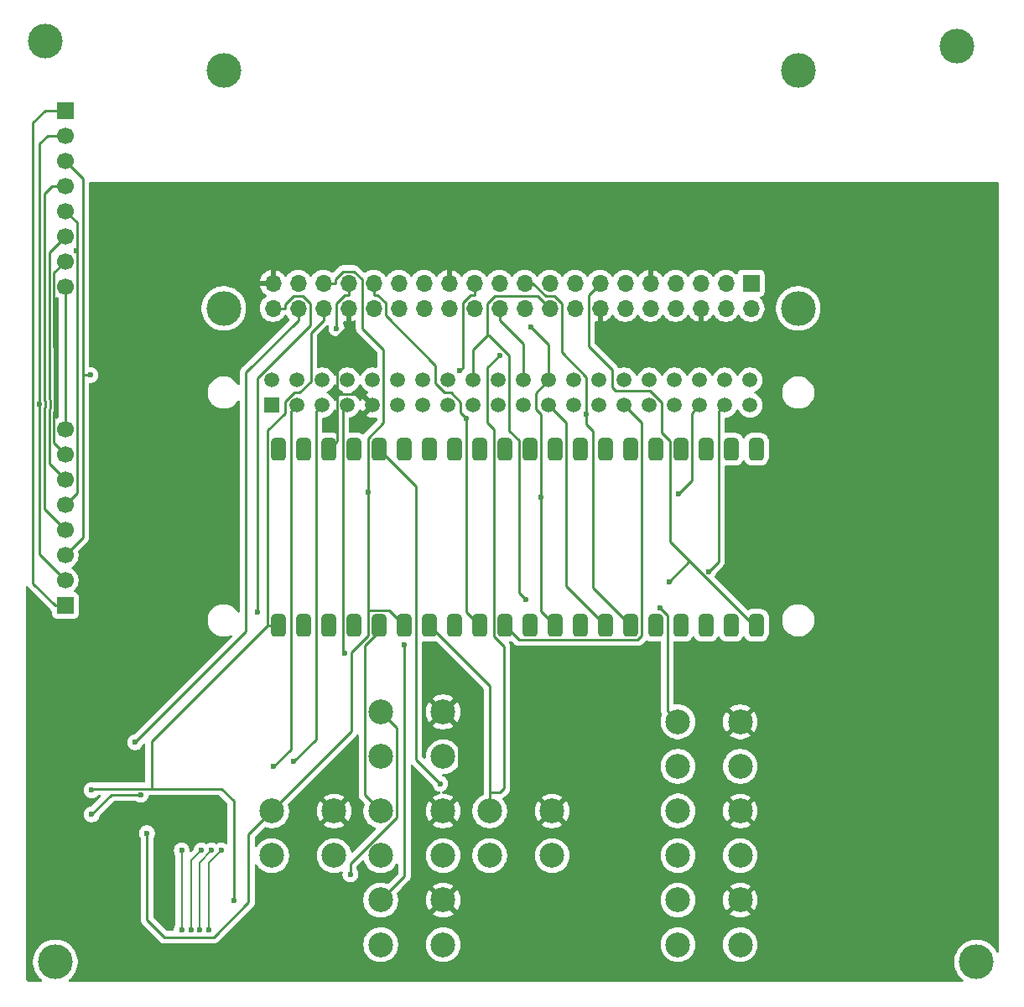
<source format=gbr>
%TF.GenerationSoftware,KiCad,Pcbnew,9.0.2*%
%TF.CreationDate,2025-07-08T15:45:21-06:00*%
%TF.ProjectId,seedsigner-hardware-dev-v1,73656564-7369-4676-9e65-722d68617264,rev?*%
%TF.SameCoordinates,Original*%
%TF.FileFunction,Copper,L2,Bot*%
%TF.FilePolarity,Positive*%
%FSLAX46Y46*%
G04 Gerber Fmt 4.6, Leading zero omitted, Abs format (unit mm)*
G04 Created by KiCad (PCBNEW 9.0.2) date 2025-07-08 15:45:21*
%MOMM*%
%LPD*%
G01*
G04 APERTURE LIST*
G04 Aperture macros list*
%AMRoundRect*
0 Rectangle with rounded corners*
0 $1 Rounding radius*
0 $2 $3 $4 $5 $6 $7 $8 $9 X,Y pos of 4 corners*
0 Add a 4 corners polygon primitive as box body*
4,1,4,$2,$3,$4,$5,$6,$7,$8,$9,$2,$3,0*
0 Add four circle primitives for the rounded corners*
1,1,$1+$1,$2,$3*
1,1,$1+$1,$4,$5*
1,1,$1+$1,$6,$7*
1,1,$1+$1,$8,$9*
0 Add four rect primitives between the rounded corners*
20,1,$1+$1,$2,$3,$4,$5,0*
20,1,$1+$1,$4,$5,$6,$7,0*
20,1,$1+$1,$6,$7,$8,$9,0*
20,1,$1+$1,$8,$9,$2,$3,0*%
G04 Aperture macros list end*
%TA.AperFunction,ComponentPad*%
%ADD10C,2.500000*%
%TD*%
%TA.AperFunction,WasherPad*%
%ADD11C,3.500000*%
%TD*%
%TA.AperFunction,ComponentPad*%
%ADD12R,1.700000X1.700000*%
%TD*%
%TA.AperFunction,ComponentPad*%
%ADD13C,1.700000*%
%TD*%
%TA.AperFunction,ComponentPad*%
%ADD14RoundRect,0.381000X0.381000X-0.762000X0.381000X0.762000X-0.381000X0.762000X-0.381000X-0.762000X0*%
%TD*%
%TA.AperFunction,ComponentPad*%
%ADD15R,1.508000X1.508000*%
%TD*%
%TA.AperFunction,ComponentPad*%
%ADD16C,1.508000*%
%TD*%
%TA.AperFunction,ComponentPad*%
%ADD17O,1.700000X1.700000*%
%TD*%
%TA.AperFunction,ViaPad*%
%ADD18C,0.600000*%
%TD*%
%TA.AperFunction,Conductor*%
%ADD19C,0.250000*%
%TD*%
%TA.AperFunction,Conductor*%
%ADD20C,0.200000*%
%TD*%
G04 APERTURE END LIST*
D10*
%TO.P,SW5,4*%
%TO.N,N/C*%
X43150000Y-85250000D03*
%TO.P,SW5,3*%
X36850000Y-85250000D03*
%TO.P,SW5,2,2*%
%TO.N,GND*%
X43150000Y-80750000D03*
%TO.P,SW5,1,1*%
%TO.N,JOYSTICK_RIGHT*%
X36850000Y-80750000D03*
%TD*%
%TO.P,SW6,1,1*%
%TO.N,JOYSTICK_UP*%
X36850000Y-89750000D03*
%TO.P,SW6,2,2*%
%TO.N,GND*%
X43150000Y-89750000D03*
%TO.P,SW6,3*%
%TO.N,N/C*%
X36850000Y-94250000D03*
%TO.P,SW6,4*%
X43150000Y-94250000D03*
%TD*%
%TO.P,SW2,4*%
%TO.N,N/C*%
X73150000Y-85250000D03*
%TO.P,SW2,3*%
X66850000Y-85250000D03*
%TO.P,SW2,2,2*%
%TO.N,GND*%
X73150000Y-80750000D03*
%TO.P,SW2,1,1*%
%TO.N,KEY2*%
X66850000Y-80750000D03*
%TD*%
D11*
%TO.P,H1,*%
%TO.N,*%
X3000000Y-3000000D03*
%TD*%
D10*
%TO.P,SW3,1,1*%
%TO.N,KEY3*%
X66850000Y-89750000D03*
%TO.P,SW3,2,2*%
%TO.N,GND*%
X73150000Y-89750000D03*
%TO.P,SW3,3*%
%TO.N,N/C*%
X66850000Y-94250000D03*
%TO.P,SW3,4*%
X73150000Y-94250000D03*
%TD*%
D11*
%TO.P,H2,*%
%TO.N,*%
X95000000Y-3500000D03*
%TD*%
D12*
%TO.P,LCD1,1,BL*%
%TO.N,BACKLIGHT_PWM*%
X5000000Y-60000000D03*
D13*
%TO.P,LCD1,2,RST*%
%TO.N,LCD_RST*%
X5000000Y-57460000D03*
%TO.P,LCD1,3,DC*%
%TO.N,LCD_DC*%
X5000000Y-54920000D03*
%TO.P,LCD1,4,SPI_CS*%
%TO.N,SPI_CS*%
X5000000Y-52380000D03*
%TO.P,LCD1,5,SPI_SCLK*%
%TO.N,SPI_SCLK*%
X5000000Y-49840000D03*
%TO.P,LCD1,6,SPI_MOSI*%
%TO.N,SPI_MOSI*%
X5000000Y-47300000D03*
%TO.P,LCD1,7,GND*%
%TO.N,GND*%
X5000000Y-44760000D03*
%TO.P,LCD1,8,VCC*%
%TO.N,+3.3V*%
X5000000Y-42220000D03*
%TD*%
D11*
%TO.P,H4,*%
%TO.N,*%
X4000000Y-96000000D03*
%TD*%
D10*
%TO.P,SW7,1,1*%
%TO.N,JOYSTICK_DOWN*%
X25850000Y-80750000D03*
%TO.P,SW7,2,2*%
%TO.N,GND*%
X32150000Y-80750000D03*
%TO.P,SW7,3*%
%TO.N,N/C*%
X25850000Y-85250000D03*
%TO.P,SW7,4*%
X32150000Y-85250000D03*
%TD*%
D11*
%TO.P,H3,*%
%TO.N,*%
X97000000Y-96000000D03*
%TD*%
D10*
%TO.P,SW1,1,1*%
%TO.N,KEY1*%
X66850000Y-71750000D03*
%TO.P,SW1,2,2*%
%TO.N,GND*%
X73150000Y-71750000D03*
%TO.P,SW1,3*%
%TO.N,N/C*%
X66850000Y-76250000D03*
%TO.P,SW1,4*%
X73150000Y-76250000D03*
%TD*%
D14*
%TO.P,U4,1,UART2_TX_M1/GPIO1_B2_d*%
%TO.N,KEY3*%
X26500000Y-62000000D03*
%TO.P,U4,2,UART2_RX_M1/GPIO1_B3_d*%
%TO.N,KEY2*%
X29040000Y-62000000D03*
%TO.P,U4,3,GND*%
%TO.N,unconnected-(U4-GND-Pad3)*%
X31580000Y-62000000D03*
%TO.P,U4,4,UART4_CTS_M1/GPIO1_C7_d*%
%TO.N,KEY1*%
X34120000Y-62000000D03*
%TO.P,U4,5,UART4_RTS_M1/GPIO1_C6_d*%
%TO.N,JOYSTICK_RIGHT*%
X36660000Y-62000000D03*
%TO.P,U4,6,UART4_TX_M1/GPIO1_C5_d*%
%TO.N,JOYSTICK_DOWN*%
X39200000Y-62000000D03*
%TO.P,U4,7,UART4_RX_M1/GPIO1_C4_d*%
%TO.N,JOYSTICK_PRESS*%
X41740000Y-62000000D03*
%TO.P,U4,8,GND*%
%TO.N,unconnected-(U4-GND-Pad8)*%
X44280000Y-62000000D03*
%TO.P,U4,9,GPIO1_D4_d*%
%TO.N,JOYSTICK_UP*%
X46820000Y-62000000D03*
%TO.P,U4,10,GPIO1_D3_d*%
%TO.N,JOYSTICK_LEFT*%
X49360000Y-62000000D03*
%TO.P,U4,11,GPIO2_B1_d*%
%TO.N,unconnected-(U4-GPIO2_B1_d-Pad11)*%
X51900000Y-62000000D03*
%TO.P,U4,12,GPIO2_C0_d*%
%TO.N,SPI_CS*%
X54440000Y-62000000D03*
%TO.P,U4,13,GND*%
%TO.N,unconnected-(U4-GND-Pad13)*%
X56980000Y-62000000D03*
%TO.P,U4,14,GPIO1_C1_d*%
%TO.N,SPI_SCLK*%
X59520000Y-62000000D03*
%TO.P,U4,15,GPIO1_C2_d*%
%TO.N,SPI_MOSI*%
X62060000Y-62000000D03*
%TO.P,U4,16,GPIO1_C3_d*%
%TO.N,unconnected-(U4-GPIO1_C3_d-Pad16)*%
X64600000Y-62000000D03*
%TO.P,U4,17,GPIO2_B0_d*%
%TO.N,BACKLIGHT_PWM*%
X67140000Y-62000000D03*
%TO.P,U4,18,GND*%
%TO.N,unconnected-(U4-GND-Pad18)*%
X69680000Y-62000000D03*
%TO.P,U4,19,GPIO1_D0_d*%
%TO.N,LCD_DC*%
X72220000Y-62000000D03*
%TO.P,U4,20,GPIO1_D1_d*%
%TO.N,LCD_RST*%
X74760000Y-62000000D03*
%TO.P,U4,21,GPIO2_A4_d*%
%TO.N,unconnected-(U4-GPIO2_A4_d-Pad21)*%
X74760000Y-44220000D03*
%TO.P,U4,22,GPIO2_A5_d*%
%TO.N,IO_INT*%
X72220000Y-44220000D03*
%TO.P,U4,23,GND*%
%TO.N,unconnected-(U4-GND-Pad23)*%
X69680000Y-44220000D03*
%TO.P,U4,24,GPIO2_D0_d*%
%TO.N,I2C_SDA*%
X67140000Y-44220000D03*
%TO.P,U4,25,GPIO2_A1_d*%
%TO.N,I2C_SCL*%
X64600000Y-44220000D03*
%TO.P,U4,26,GPIO2_A2_d*%
%TO.N,unconnected-(U4-GPIO2_A2_d-Pad26)*%
X62060000Y-44220000D03*
%TO.P,U4,27,GPIO2_A3_d*%
%TO.N,unconnected-(U4-GPIO2_A3_d-Pad27)*%
X59520000Y-44220000D03*
%TO.P,U4,28,GND*%
%TO.N,unconnected-(U4-GND-Pad28)*%
X56980000Y-44220000D03*
%TO.P,U4,29,GPIO2_A6_d*%
%TO.N,unconnected-(U4-GPIO2_A6_d-Pad29)*%
X54440000Y-44220000D03*
%TO.P,U4,30,NC*%
%TO.N,unconnected-(U4-NC-Pad30)*%
X51900000Y-44220000D03*
%TO.P,U4,31,GPIO4_C0_z*%
%TO.N,unconnected-(U4-GPIO4_C0_z-Pad31)*%
X49360000Y-44220000D03*
%TO.P,U4,32,GPIO4_C1_z*%
%TO.N,unconnected-(U4-GPIO4_C1_z-Pad32)*%
X46820000Y-44220000D03*
%TO.P,U4,33,GND*%
%TO.N,unconnected-(U4-GND-Pad33)*%
X44280000Y-44220000D03*
%TO.P,U4,34,GPIO0_A7_d*%
%TO.N,unconnected-(U4-GPIO0_A7_d-Pad34)*%
X41740000Y-44220000D03*
%TO.P,U4,35,NC*%
%TO.N,unconnected-(U4-NC-Pad35)*%
X39200000Y-44220000D03*
%TO.P,U4,36,3V3(OUT)*%
%TO.N,+3.3V*%
X36660000Y-44220000D03*
%TO.P,U4,37,3V3_EN*%
%TO.N,unconnected-(U4-3V3_EN-Pad37)*%
X34120000Y-44220000D03*
%TO.P,U4,38,GND*%
%TO.N,GND*%
X31580000Y-44220000D03*
%TO.P,U4,39,VSYS*%
%TO.N,VSYS*%
X29040000Y-44220000D03*
%TO.P,U4,40,VBUS*%
%TO.N,VBUS*%
X26500000Y-44220000D03*
%TD*%
D12*
%TO.P,LCD2,1,BL*%
%TO.N,BACKLIGHT_PWM*%
X5000000Y-10000000D03*
D13*
%TO.P,LCD2,2,RST*%
%TO.N,LCD_RST*%
X5000000Y-12540000D03*
%TO.P,LCD2,3,DC*%
%TO.N,LCD_DC*%
X5000000Y-15080000D03*
%TO.P,LCD2,4,SPI_CS*%
%TO.N,SPI_CS*%
X5000000Y-17620000D03*
%TO.P,LCD2,5,SPI_SCLK*%
%TO.N,SPI_SCLK*%
X5000000Y-20160000D03*
%TO.P,LCD2,6,SPI_MOSI*%
%TO.N,SPI_MOSI*%
X5000000Y-22700000D03*
%TO.P,LCD2,7,GND*%
%TO.N,GND*%
X5000000Y-25240000D03*
%TO.P,LCD2,8,VCC*%
%TO.N,+3.3V*%
X5000000Y-27780000D03*
%TD*%
D15*
%TO.P,U3,1,3V3_1*%
%TO.N,+3.3V*%
X25870000Y-39770000D03*
D16*
%TO.P,U3,2,5V_1*%
%TO.N,unconnected-(U3-5V_1-Pad2)*%
X25870000Y-37230000D03*
%TO.P,U3,3,GPIO2_SDA*%
%TO.N,I2C_SDA*%
X28410000Y-39770000D03*
%TO.P,U3,4,5V_2*%
%TO.N,unconnected-(U3-5V_2-Pad4)*%
X28410000Y-37230000D03*
%TO.P,U3,5,GPIO3_SCL*%
%TO.N,I2C_SCL*%
X30950000Y-39770000D03*
%TO.P,U3,6,GND_8*%
%TO.N,unconnected-(U3-GND_8-Pad6)*%
X30950000Y-37230000D03*
%TO.P,U3,7,GPIO4_GPCKL0*%
%TO.N,IO_INT*%
X33490000Y-39770000D03*
%TO.P,U3,8,TXD0_GPIO14*%
%TO.N,unconnected-(U3-TXD0_GPIO14-Pad8)*%
X33490000Y-37230000D03*
%TO.P,U3,9,GND_1*%
%TO.N,GND*%
X36030000Y-39770000D03*
%TO.P,U3,10,RXD0_GPIO15*%
%TO.N,unconnected-(U3-RXD0_GPIO15-Pad10)*%
X36030000Y-37230000D03*
%TO.P,U3,11,GPIO17_GEN0*%
%TO.N,unconnected-(U3-GPIO17_GEN0-Pad11)*%
X38570000Y-39770000D03*
%TO.P,U3,12,GPIO18*%
%TO.N,unconnected-(U3-GPIO18-Pad12)*%
X38570000Y-37230000D03*
%TO.P,U3,13,GPIO27_GEN2*%
%TO.N,LCD_RST*%
X41110000Y-39770000D03*
%TO.P,U3,14,GND_4*%
%TO.N,unconnected-(U3-GND_4-Pad14)*%
X41110000Y-37230000D03*
%TO.P,U3,15,GPIO22_GEN3*%
%TO.N,unconnected-(U3-GPIO22_GEN3-Pad15)*%
X43650000Y-39770000D03*
%TO.P,U3,16,GEN4_GPIO23*%
%TO.N,unconnected-(U3-GEN4_GPIO23-Pad16)*%
X43650000Y-37230000D03*
%TO.P,U3,17,3V3_2*%
%TO.N,unconnected-(U3-3V3_2-Pad17)*%
X46190000Y-39770000D03*
%TO.P,U3,18,GEN5_GPIO24*%
%TO.N,BACKLIGHT_PWM*%
X46190000Y-37230000D03*
%TO.P,U3,19,GPIO10_MOSI*%
%TO.N,SPI_MOSI*%
X48730000Y-39770000D03*
%TO.P,U3,20,GND_5*%
%TO.N,unconnected-(U3-GND_5-Pad20)*%
X48730000Y-37230000D03*
%TO.P,U3,21,GPIO9_MISO*%
%TO.N,unconnected-(U3-GPIO9_MISO-Pad21)*%
X51270000Y-39770000D03*
%TO.P,U3,22,GEN_6GPIO25*%
%TO.N,LCD_DC*%
X51270000Y-37230000D03*
%TO.P,U3,23,GPIO11_SCLK*%
%TO.N,SPI_SCLK*%
X53810000Y-39770000D03*
%TO.P,U3,24,~{CE0}_GPIO8*%
%TO.N,SPI_CS*%
X53810000Y-37230000D03*
%TO.P,U3,25,GND_2*%
%TO.N,unconnected-(U3-GND_2-Pad25)*%
X56350000Y-39770000D03*
%TO.P,U3,26,~{CE1}_GPIO7*%
%TO.N,unconnected-(U3-~{CE1}_GPIO7-Pad26)*%
X56350000Y-37230000D03*
%TO.P,U3,27,ID_SD*%
%TO.N,unconnected-(U3-ID_SD-Pad27)*%
X58890000Y-39770000D03*
%TO.P,U3,28,ID_SC*%
%TO.N,unconnected-(U3-ID_SC-Pad28)*%
X58890000Y-37230000D03*
%TO.P,U3,29,GPIO5*%
%TO.N,JOYSTICK_LEFT*%
X61430000Y-39770000D03*
%TO.P,U3,30,GND_6*%
%TO.N,unconnected-(U3-GND_6-Pad30)*%
X61430000Y-37230000D03*
%TO.P,U3,31,GPIO6*%
%TO.N,JOYSTICK_UP*%
X63970000Y-39770000D03*
%TO.P,U3,32,GPIO12*%
%TO.N,unconnected-(U3-GPIO12-Pad32)*%
X63970000Y-37230000D03*
%TO.P,U3,33,GPIO13*%
%TO.N,JOYSTICK_PRESS*%
X66510000Y-39770000D03*
%TO.P,U3,34,GND_7*%
%TO.N,unconnected-(U3-GND_7-Pad34)*%
X66510000Y-37230000D03*
%TO.P,U3,35,GPIO19*%
%TO.N,JOYSTICK_DOWN*%
X69050000Y-39770000D03*
%TO.P,U3,36,GPIO16*%
%TO.N,unconnected-(U3-GPIO16-Pad36)*%
X69050000Y-37230000D03*
%TO.P,U3,37,GPIO26*%
%TO.N,JOYSTICK_RIGHT*%
X71590000Y-39770000D03*
%TO.P,U3,38,GPIO20*%
%TO.N,unconnected-(U3-GPIO20-Pad38)*%
X71590000Y-37230000D03*
%TO.P,U3,39,GND_3*%
%TO.N,unconnected-(U3-GND_3-Pad39)*%
X74130000Y-39770000D03*
%TO.P,U3,40,GPIO21*%
%TO.N,unconnected-(U3-GPIO21-Pad40)*%
X74130000Y-37230000D03*
%TD*%
D10*
%TO.P,SW8,1,1*%
%TO.N,JOYSTICK_PRESS*%
X47850000Y-80750000D03*
%TO.P,SW8,2,2*%
%TO.N,GND*%
X54150000Y-80750000D03*
%TO.P,SW8,3*%
%TO.N,N/C*%
X47850000Y-85250000D03*
%TO.P,SW8,4*%
X54150000Y-85250000D03*
%TD*%
D11*
%TO.P,U2,*%
%TO.N,*%
X79000000Y-30000000D03*
X79000000Y-6000000D03*
X21000000Y-30000000D03*
X21000000Y-6000000D03*
D12*
%TO.P,U2,1,3V3*%
%TO.N,+3.3V*%
X74240000Y-27460000D03*
D17*
%TO.P,U2,2,5V0*%
%TO.N,Net-(U2-5V0-Pad2)*%
X74240000Y-30000000D03*
%TO.P,U2,3*%
%TO.N,N/C*%
X71700000Y-27460000D03*
%TO.P,U2,4,5V0*%
%TO.N,Net-(U2-5V0-Pad2)*%
X71700000Y-30000000D03*
%TO.P,U2,5*%
%TO.N,N/C*%
X69160000Y-27460000D03*
%TO.P,U2,6,GND*%
%TO.N,GND*%
X69160000Y-30000000D03*
%TO.P,U2,7*%
%TO.N,N/C*%
X66620000Y-27460000D03*
%TO.P,U2,8*%
X66620000Y-30000000D03*
%TO.P,U2,9,GND*%
%TO.N,GND*%
X64080000Y-27460000D03*
%TO.P,U2,10*%
%TO.N,N/C*%
X64080000Y-30000000D03*
%TO.P,U2,11*%
X61540000Y-27460000D03*
%TO.P,U2,12*%
X61540000Y-30000000D03*
%TO.P,U2,13,RESET*%
%TO.N,LCD_RST*%
X59000000Y-27460000D03*
%TO.P,U2,14,GND*%
%TO.N,GND*%
X59000000Y-30000000D03*
%TO.P,U2,15*%
%TO.N,N/C*%
X56460000Y-27460000D03*
%TO.P,U2,16*%
X56460000Y-30000000D03*
%TO.P,U2,17,3V3*%
%TO.N,+3.3V*%
X53920000Y-27460000D03*
%TO.P,U2,18,BACKLIGHT*%
%TO.N,BACKLIGHT_PWM*%
X53920000Y-30000000D03*
%TO.P,U2,19,SPI_MOSI*%
%TO.N,SPI_MOSI*%
X51380000Y-27460000D03*
%TO.P,U2,20,GND*%
%TO.N,GND*%
X51380000Y-30000000D03*
%TO.P,U2,21*%
%TO.N,N/C*%
X48840000Y-27460000D03*
%TO.P,U2,22,DC*%
%TO.N,LCD_DC*%
X48840000Y-30000000D03*
%TO.P,U2,23,SPI_SCLK*%
%TO.N,SPI_SCLK*%
X46300000Y-27460000D03*
%TO.P,U2,24,~{SPI_CS0}*%
%TO.N,SPI_CS*%
X46300000Y-30000000D03*
%TO.P,U2,25,GND*%
%TO.N,GND*%
X43760000Y-27460000D03*
%TO.P,U2,26*%
%TO.N,N/C*%
X43760000Y-30000000D03*
%TO.P,U2,27*%
X41220000Y-27460000D03*
%TO.P,U2,28*%
X41220000Y-30000000D03*
%TO.P,U2,29,JS_LEFT*%
%TO.N,JOYSTICK_LEFT*%
X38680000Y-27460000D03*
%TO.P,U2,30,GND*%
%TO.N,GND*%
X38680000Y-30000000D03*
%TO.P,U2,31,JS_UP*%
%TO.N,JOYSTICK_UP*%
X36140000Y-27460000D03*
%TO.P,U2,32*%
%TO.N,N/C*%
X36140000Y-30000000D03*
%TO.P,U2,33,JS_PRESS*%
%TO.N,JOYSTICK_PRESS*%
X33600000Y-27460000D03*
%TO.P,U2,34,GND*%
%TO.N,GND*%
X33600000Y-30000000D03*
%TO.P,U2,35,JS_DOWN*%
%TO.N,JOYSTICK_DOWN*%
X31060000Y-27460000D03*
%TO.P,U2,36,KEY3*%
%TO.N,KEY3*%
X31060000Y-30000000D03*
%TO.P,U2,37,JS_RIGHT*%
%TO.N,JOYSTICK_RIGHT*%
X28520000Y-27460000D03*
%TO.P,U2,38,KEY2*%
%TO.N,KEY2*%
X28520000Y-30000000D03*
%TO.P,U2,39,GND*%
%TO.N,GND*%
X25980000Y-27460000D03*
%TO.P,U2,40,KEY1*%
%TO.N,KEY1*%
X25980000Y-30000000D03*
%TD*%
D10*
%TO.P,SW4,4*%
%TO.N,N/C*%
X43150000Y-75250000D03*
%TO.P,SW4,3*%
X36850000Y-75250000D03*
%TO.P,SW4,2,2*%
%TO.N,GND*%
X43150000Y-70750000D03*
%TO.P,SW4,1,1*%
%TO.N,JOYSTICK_LEFT*%
X36850000Y-70750000D03*
%TD*%
D18*
%TO.N,KEY1*%
X65040600Y-60254300D03*
X24375800Y-60700400D03*
%TO.N,+3.3V*%
X42853800Y-77996700D03*
%TO.N,KEY2*%
X12053100Y-73820200D03*
%TO.N,KEY3*%
X22003300Y-89786700D03*
X7671200Y-78654600D03*
%TO.N,JOYSTICK_RIGHT*%
X69955400Y-56568500D03*
%TO.N,JOYSTICK_PRESS*%
X32388600Y-32050200D03*
X48847900Y-34728200D03*
%TO.N,JOYSTICK_DOWN*%
X35562100Y-48525700D03*
X66918800Y-48739700D03*
X13250000Y-83000000D03*
%TO.N,Net-(U5-IO1_0)*%
X16750000Y-92750000D03*
X16750000Y-84750000D03*
%TO.N,JOYSTICK_UP*%
X39239100Y-63939600D03*
X45500000Y-41139600D03*
%TO.N,Net-(U5-IO1_1)*%
X18750000Y-84750000D03*
X17750000Y-92750000D03*
%TO.N,Net-(U5-IO1_2)*%
X18550003Y-92750000D03*
X19750000Y-84750000D03*
%TO.N,JOYSTICK_LEFT*%
X33791700Y-87162600D03*
%TO.N,Net-(U5-IO1_3)*%
X19500000Y-92750000D03*
X20750000Y-84750000D03*
%TO.N,GND*%
X22500000Y-94500000D03*
X19000000Y-81500000D03*
%TO.N,I2C_SCL*%
X28072000Y-75764800D03*
%TO.N,I2C_SDA*%
X26021400Y-76279500D03*
%TO.N,Net-(U5-A0)*%
X7671200Y-81106100D03*
X12632400Y-79124900D03*
%TO.N,IO_INT*%
X33250100Y-64826400D03*
%TO.N,SPI_CS*%
X53047400Y-49108500D03*
X52000000Y-31875000D03*
%TO.N,SPI_SCLK*%
X6148800Y-24153700D03*
X44808400Y-36304600D03*
%TO.N,SPI_MOSI*%
X57620000Y-40687900D03*
%TO.N,BACKLIGHT_PWM*%
X51461600Y-59364000D03*
%TO.N,LCD_DC*%
X7521500Y-36737300D03*
%TO.N,LCD_RST*%
X65991400Y-57585400D03*
X2379900Y-39684400D03*
%TD*%
D19*
%TO.N,JOYSTICK_UP*%
X45500000Y-41139600D02*
X45500000Y-60680000D01*
X45500000Y-60680000D02*
X46820000Y-62000000D01*
X42380000Y-37561500D02*
X42380000Y-35797000D01*
X37316700Y-29445600D02*
X36507800Y-28636700D01*
X45500000Y-41139600D02*
X45500000Y-41108000D01*
X44918200Y-39465200D02*
X43926400Y-38473400D01*
X44918200Y-40526200D02*
X44918200Y-39465200D01*
X43926400Y-38473400D02*
X43291900Y-38473400D01*
X43291900Y-38473400D02*
X42380000Y-37561500D01*
X37316700Y-30733700D02*
X37316700Y-29445600D01*
X42380000Y-35797000D02*
X37316700Y-30733700D01*
X45500000Y-41108000D02*
X44918200Y-40526200D01*
X36140000Y-28636700D02*
X36140000Y-27460000D01*
X36507800Y-28636700D02*
X36140000Y-28636700D01*
%TO.N,SPI_CS*%
X53047400Y-49108500D02*
X53047400Y-40718900D01*
X53047400Y-40718900D02*
X52500000Y-40171500D01*
X52500000Y-38540000D02*
X53810000Y-37230000D01*
X52500000Y-40171500D02*
X52500000Y-38540000D01*
%TO.N,LCD_RST*%
X59000000Y-27460000D02*
X57824000Y-28636000D01*
X60200000Y-38000000D02*
X60517400Y-38317400D01*
X57824000Y-28636000D02*
X57824000Y-33824000D01*
X57824000Y-33824000D02*
X60200000Y-36200000D01*
X60200000Y-36200000D02*
X60200000Y-38000000D01*
X60517400Y-38317400D02*
X63457300Y-38317400D01*
%TO.N,SPI_MOSI*%
X57620000Y-40687900D02*
X57620000Y-41720000D01*
X57620000Y-41720000D02*
X58261200Y-42361200D01*
X58261200Y-42361200D02*
X58261200Y-58201200D01*
X58261200Y-58201200D02*
X62060000Y-62000000D01*
X55133600Y-29548800D02*
X54334800Y-28750000D01*
X54334800Y-28750000D02*
X53500000Y-28750000D01*
X55133600Y-34461100D02*
X55133600Y-29548800D01*
X53500000Y-28750000D02*
X52210000Y-27460000D01*
X52210000Y-27460000D02*
X51380000Y-27460000D01*
X57620000Y-36947500D02*
X55133600Y-34461100D01*
X57620000Y-40687900D02*
X57620000Y-36947500D01*
%TO.N,LCD_RST*%
X64046400Y-38317400D02*
X65240000Y-39511000D01*
X66046600Y-53545900D02*
X68038800Y-55538000D01*
X65240000Y-42559500D02*
X66046600Y-43366100D01*
X63457300Y-38317400D02*
X64046400Y-38317400D01*
X66046600Y-43366100D02*
X66046600Y-53545900D01*
X65240000Y-39511000D02*
X65240000Y-42559500D01*
X59000000Y-27460000D02*
X59000000Y-27500000D01*
%TO.N,SPI_CS*%
X53810000Y-37230000D02*
X53810000Y-33685000D01*
X53810000Y-33685000D02*
X52000000Y-31875000D01*
%TO.N,BACKLIGHT_PWM*%
X47621800Y-32756300D02*
X47621800Y-29517400D01*
X47621800Y-29517400D02*
X48356800Y-28782400D01*
X48356800Y-28782400D02*
X52702400Y-28782400D01*
X52702400Y-28782400D02*
X53920000Y-30000000D01*
%TO.N,KEY1*%
X25980000Y-30000000D02*
X27156700Y-30000000D01*
X24375800Y-37016200D02*
X24375800Y-60700400D01*
X66850000Y-71750000D02*
X65775300Y-70675300D01*
X29705800Y-31686200D02*
X24375800Y-37016200D01*
X65775300Y-70675300D02*
X65775300Y-60989000D01*
X29003200Y-28782400D02*
X29705800Y-29485000D01*
X29705800Y-29485000D02*
X29705800Y-31686200D01*
X27156700Y-29632300D02*
X28006600Y-28782400D01*
X65775300Y-60989000D02*
X65040600Y-60254300D01*
X27156700Y-30000000D02*
X27156700Y-29632300D01*
X28006600Y-28782400D02*
X29003200Y-28782400D01*
%TO.N,+3.3V*%
X40390900Y-75533800D02*
X42853800Y-77996700D01*
X40390900Y-47950900D02*
X40390900Y-75533800D01*
X5000000Y-27780000D02*
X5000000Y-42220000D01*
X36660000Y-44220000D02*
X40390900Y-47950900D01*
%TO.N,KEY2*%
X28520000Y-30000000D02*
X28520000Y-31176700D01*
X28520000Y-31176700D02*
X23251100Y-36445600D01*
X23251100Y-36445600D02*
X23251100Y-62622200D01*
X23251100Y-62622200D02*
X12053100Y-73820200D01*
%TO.N,KEY3*%
X7827600Y-78498200D02*
X7671200Y-78654600D01*
X28101600Y-38500000D02*
X28675200Y-38500000D01*
X25399700Y-62000000D02*
X26500000Y-62000000D01*
X25399700Y-62000000D02*
X25399700Y-42333700D01*
X27171600Y-40561800D02*
X27171600Y-39430000D01*
X13701300Y-78498200D02*
X7827600Y-78498200D01*
X20748200Y-78498200D02*
X13701300Y-78498200D01*
X22003300Y-79753300D02*
X20748200Y-78498200D01*
X27171600Y-39430000D02*
X28101600Y-38500000D01*
X22003300Y-89786700D02*
X22003300Y-79753300D01*
X29790000Y-37385200D02*
X29790000Y-32446700D01*
X28675200Y-38500000D02*
X29790000Y-37385200D01*
X13701300Y-73698400D02*
X25399700Y-62000000D01*
X25399700Y-42333700D02*
X27171600Y-40561800D01*
X29790000Y-32446700D02*
X31060000Y-31176700D01*
X13701300Y-78498200D02*
X13701300Y-73698400D01*
X31060000Y-30000000D02*
X31060000Y-31176700D01*
%TO.N,JOYSTICK_RIGHT*%
X70950000Y-55573900D02*
X70950000Y-40410000D01*
X69955400Y-56568500D02*
X70950000Y-55573900D01*
X70950000Y-40410000D02*
X71590000Y-39770000D01*
X35262200Y-79162200D02*
X35262200Y-64036600D01*
X35262200Y-64036600D02*
X36660000Y-62638800D01*
X36660000Y-62638800D02*
X36660000Y-62000000D01*
X36850000Y-80750000D02*
X35262200Y-79162200D01*
%TO.N,JOYSTICK_PRESS*%
X48251600Y-63113300D02*
X48251600Y-42199200D01*
X33232300Y-28636700D02*
X33600000Y-28636700D01*
X47598600Y-35977500D02*
X48847900Y-34728200D01*
X41740000Y-62000000D02*
X47850000Y-68110000D01*
X47850000Y-78872900D02*
X47850000Y-80750000D01*
X32388600Y-29480400D02*
X33232300Y-28636700D01*
X49304200Y-78457800D02*
X49304200Y-64165900D01*
X32388600Y-32050200D02*
X32388600Y-29480400D01*
X48889100Y-78872900D02*
X49304200Y-78457800D01*
X47598600Y-41546200D02*
X47598600Y-35977500D01*
X47850000Y-68110000D02*
X47850000Y-78872900D01*
X48251600Y-42199200D02*
X47598600Y-41546200D01*
X33600000Y-27460000D02*
X33600000Y-28636700D01*
X47850000Y-78872900D02*
X48889100Y-78872900D01*
X49304200Y-64165900D02*
X48251600Y-63113300D01*
%TO.N,JOYSTICK_DOWN*%
X33876800Y-72723200D02*
X33876800Y-64741500D01*
X25850000Y-80750000D02*
X23500000Y-83100000D01*
X37110700Y-41573100D02*
X37110700Y-34158900D01*
X23500000Y-83100000D02*
X23500000Y-90000000D01*
X37720300Y-60520300D02*
X35562100Y-60520300D01*
X34963300Y-32011500D02*
X34963300Y-27079800D01*
X32236700Y-27092200D02*
X32236700Y-27460000D01*
X15000000Y-93500000D02*
X13251100Y-91751100D01*
X66918800Y-48739700D02*
X68250800Y-47407700D01*
X39200000Y-62000000D02*
X37720300Y-60520300D01*
X35562100Y-48525700D02*
X35562100Y-43121700D01*
X13251100Y-91751100D02*
X13251100Y-83001100D01*
X33876800Y-64741500D02*
X35562100Y-63056200D01*
X20000000Y-93500000D02*
X15000000Y-93500000D01*
X68250800Y-40569200D02*
X69050000Y-39770000D01*
X35562100Y-43121700D02*
X37110700Y-41573100D01*
X37110700Y-34158900D02*
X34963300Y-32011500D01*
X34963300Y-27079800D02*
X34166800Y-26283300D01*
X23500000Y-90000000D02*
X20000000Y-93500000D01*
X35562100Y-63056200D02*
X35562100Y-60520300D01*
X25850000Y-80750000D02*
X33876800Y-72723200D01*
X33045600Y-26283300D02*
X32236700Y-27092200D01*
X35562100Y-48525700D02*
X35562100Y-60520300D01*
X31060000Y-27460000D02*
X32236700Y-27460000D01*
X34166800Y-26283300D02*
X33045600Y-26283300D01*
X68250800Y-47407700D02*
X68250800Y-40569200D01*
D20*
%TO.N,Net-(U5-IO1_0)*%
X16750000Y-84750000D02*
X16750000Y-92750000D01*
D19*
%TO.N,JOYSTICK_UP*%
X39239100Y-87360900D02*
X36850000Y-89750000D01*
X39239100Y-63939600D02*
X39239100Y-87360900D01*
D20*
%TO.N,Net-(U5-IO1_1)*%
X17750000Y-85750000D02*
X18750000Y-84750000D01*
X17750000Y-92750000D02*
X17750000Y-85750000D01*
%TO.N,Net-(U5-IO1_2)*%
X18550003Y-85949997D02*
X19750000Y-84750000D01*
X18550003Y-92750000D02*
X18550003Y-85949997D01*
D19*
%TO.N,JOYSTICK_LEFT*%
X62772900Y-63472000D02*
X50832000Y-63472000D01*
X38459800Y-81395200D02*
X33791700Y-86063300D01*
X36850000Y-70750000D02*
X38459800Y-72359800D01*
X63180300Y-63064600D02*
X62772900Y-63472000D01*
X63180300Y-41520300D02*
X63180300Y-63064600D01*
X50832000Y-63472000D02*
X49360000Y-62000000D01*
X38459800Y-72359800D02*
X38459800Y-81395200D01*
X61430000Y-39770000D02*
X63180300Y-41520300D01*
X33791700Y-86063300D02*
X33791700Y-87162600D01*
D20*
%TO.N,Net-(U5-IO1_3)*%
X19500000Y-86000000D02*
X20750000Y-84750000D01*
X19500000Y-92750000D02*
X19500000Y-86000000D01*
D19*
%TO.N,GND*%
X43150000Y-80750000D02*
X44736500Y-79163500D01*
X3823300Y-26416700D02*
X5000000Y-25240000D01*
X32407300Y-32917800D02*
X33600000Y-31725100D01*
X44736500Y-72336500D02*
X43150000Y-70750000D01*
X5000000Y-44760000D02*
X3823300Y-43583300D01*
X33600000Y-30000000D02*
X33600000Y-31176700D01*
X32407300Y-38658700D02*
X32407300Y-43392700D01*
X3823300Y-33934900D02*
X3823300Y-26416700D01*
X32407300Y-38658700D02*
X32407300Y-32917800D01*
X3823300Y-40404900D02*
X3910000Y-40318200D01*
X3823300Y-43583300D02*
X3823300Y-40404900D01*
X32407300Y-43392700D02*
X31580000Y-44220000D01*
X34918700Y-38658700D02*
X32407300Y-38658700D01*
X44736500Y-79163500D02*
X44736500Y-72336500D01*
X33600000Y-31725100D02*
X33600000Y-31176700D01*
X3910000Y-34021600D02*
X3823300Y-33934900D01*
X36030000Y-39770000D02*
X34918700Y-38658700D01*
X3910000Y-40318200D02*
X3910000Y-34021600D01*
%TO.N,I2C_SCL*%
X28072000Y-75764800D02*
X30310000Y-73526800D01*
X30310000Y-40410000D02*
X30950000Y-39770000D01*
X30310000Y-73526800D02*
X30310000Y-40410000D01*
%TO.N,I2C_SDA*%
X27767000Y-40413000D02*
X27767000Y-74533900D01*
X28410000Y-39770000D02*
X27767000Y-40413000D01*
X27767000Y-74533900D02*
X26021400Y-76279500D01*
%TO.N,Net-(U5-A0)*%
X12632400Y-79124900D02*
X9652400Y-79124900D01*
X9652400Y-79124900D02*
X7671200Y-81106100D01*
%TO.N,IO_INT*%
X33020800Y-40239200D02*
X33490000Y-39770000D01*
X33020800Y-64597100D02*
X33020800Y-40239200D01*
X33250100Y-64826400D02*
X33020800Y-64597100D01*
%TO.N,SPI_CS*%
X5000000Y-52380000D02*
X2860600Y-50240600D01*
X53047400Y-60607400D02*
X53047400Y-49108500D01*
X3006600Y-39424800D02*
X2860600Y-39278800D01*
X2860600Y-39278800D02*
X2860600Y-18389400D01*
X3630000Y-17620000D02*
X5000000Y-17620000D01*
X2860600Y-50240600D02*
X2860600Y-40090000D01*
X2860600Y-40090000D02*
X3006600Y-39944000D01*
X54440000Y-62000000D02*
X53047400Y-60607400D01*
X2860600Y-18389400D02*
X3630000Y-17620000D01*
X3006600Y-39944000D02*
X3006600Y-39424800D01*
%TO.N,SPI_SCLK*%
X46300000Y-27460000D02*
X46300000Y-28636700D01*
X55547000Y-41507000D02*
X53810000Y-39770000D01*
X55547000Y-58027000D02*
X55547000Y-41507000D01*
X6176700Y-21336700D02*
X6176700Y-24153700D01*
X45123300Y-35989700D02*
X44808400Y-36304600D01*
X5000000Y-20160000D02*
X6176700Y-21336700D01*
X59520000Y-62000000D02*
X55547000Y-58027000D01*
X6176700Y-48663300D02*
X6176700Y-24153700D01*
X5000000Y-49840000D02*
X6176700Y-48663300D01*
X45932200Y-28636700D02*
X45123300Y-29445600D01*
X45123300Y-29445600D02*
X45123300Y-35989700D01*
X46300000Y-28636700D02*
X45932200Y-28636700D01*
X6176700Y-24153700D02*
X6148800Y-24153700D01*
%TO.N,SPI_MOSI*%
X3371600Y-39151000D02*
X3371600Y-24328400D01*
X3371600Y-24328400D02*
X5000000Y-22700000D01*
X3371600Y-40217800D02*
X3458300Y-40131100D01*
X3458300Y-40131100D02*
X3458300Y-39237700D01*
X3371600Y-45671600D02*
X3371600Y-40217800D01*
X3458300Y-39237700D02*
X3371600Y-39151000D01*
X5000000Y-47300000D02*
X3371600Y-45671600D01*
%TO.N,BACKLIGHT_PWM*%
X50789200Y-43348700D02*
X49823300Y-42382800D01*
X46190000Y-34188100D02*
X46190000Y-37230000D01*
X47777400Y-32756300D02*
X47621800Y-32756300D01*
X1753200Y-11246800D02*
X1753200Y-57753200D01*
X49823300Y-42382800D02*
X49823300Y-34802200D01*
X5000000Y-10000000D02*
X3000000Y-10000000D01*
X51461600Y-59364000D02*
X50789200Y-58691600D01*
X3000000Y-10000000D02*
X1753200Y-11246800D01*
X4000000Y-60000000D02*
X5000000Y-60000000D01*
X47621800Y-32756300D02*
X46190000Y-34188100D01*
X1753200Y-57753200D02*
X4000000Y-60000000D01*
X49823300Y-34802200D02*
X47777400Y-32756300D01*
X50789200Y-58691600D02*
X50789200Y-43348700D01*
%TO.N,LCD_DC*%
X48840000Y-30000000D02*
X48840000Y-31176700D01*
X6775500Y-36737300D02*
X6775500Y-16855500D01*
X48840000Y-31176700D02*
X51270000Y-33606700D01*
X5000000Y-54920000D02*
X6775500Y-53144500D01*
X6775500Y-53144500D02*
X6775500Y-36737300D01*
X6775500Y-36737300D02*
X7521500Y-36737300D01*
X51270000Y-33606700D02*
X51270000Y-37230000D01*
X6775500Y-16855500D02*
X5000000Y-15080000D01*
%TO.N,LCD_RST*%
X68038800Y-55538000D02*
X74500700Y-62000000D01*
X5000000Y-12540000D02*
X3210000Y-12540000D01*
X2402900Y-13347100D02*
X2402900Y-39684400D01*
X3210000Y-12540000D02*
X2402900Y-13347100D01*
X74500700Y-62000000D02*
X74760000Y-62000000D01*
X2402900Y-54862900D02*
X5000000Y-57460000D01*
X65991400Y-57585400D02*
X68038800Y-55538000D01*
X2402900Y-39684400D02*
X2379900Y-39684400D01*
X2402900Y-39684400D02*
X2402900Y-54862900D01*
%TD*%
%TA.AperFunction,Conductor*%
%TO.N,GND*%
G36*
X35564075Y-39962993D02*
G01*
X35629901Y-40077007D01*
X35722993Y-40170099D01*
X35837007Y-40235925D01*
X35900589Y-40252962D01*
X35337009Y-40816541D01*
X35337010Y-40816542D01*
X35372755Y-40842512D01*
X35372768Y-40842520D01*
X35548626Y-40932126D01*
X35736353Y-40993123D01*
X35931303Y-41024000D01*
X36128697Y-41024000D01*
X36323642Y-40993123D01*
X36328381Y-40991986D01*
X36328675Y-40993210D01*
X36350991Y-40992568D01*
X36378847Y-40988563D01*
X36385446Y-40991576D01*
X36392698Y-40991368D01*
X36416803Y-41005897D01*
X36442403Y-41017588D01*
X36446324Y-41023690D01*
X36452539Y-41027436D01*
X36464961Y-41052690D01*
X36480177Y-41076366D01*
X36481651Y-41086618D01*
X36483379Y-41090131D01*
X36485200Y-41111301D01*
X36485200Y-41262647D01*
X36465515Y-41329686D01*
X36448881Y-41350328D01*
X35163366Y-42635843D01*
X35114910Y-42684298D01*
X35053587Y-42717782D01*
X34983895Y-42712797D01*
X34972135Y-42707704D01*
X34806776Y-42625693D01*
X34620708Y-42579419D01*
X34592006Y-42577473D01*
X34577657Y-42576500D01*
X34577655Y-42576500D01*
X33770300Y-42576500D01*
X33703261Y-42556815D01*
X33657506Y-42504011D01*
X33646300Y-42452500D01*
X33646300Y-41121287D01*
X33665985Y-41054248D01*
X33718789Y-41008493D01*
X33750896Y-40998815D01*
X33783763Y-40993610D01*
X33971561Y-40932591D01*
X34147501Y-40842944D01*
X34251971Y-40767043D01*
X34307246Y-40726884D01*
X34307248Y-40726881D01*
X34307252Y-40726879D01*
X34446879Y-40587252D01*
X34446881Y-40587248D01*
X34446884Y-40587246D01*
X34562943Y-40427502D01*
X34562944Y-40427501D01*
X34649797Y-40257043D01*
X34697768Y-40206250D01*
X34765589Y-40189455D01*
X34831724Y-40211992D01*
X34870763Y-40257045D01*
X34957481Y-40427236D01*
X34983457Y-40462988D01*
X34983457Y-40462989D01*
X35547037Y-39899408D01*
X35564075Y-39962993D01*
G37*
%TD.AperFunction*%
%TA.AperFunction,Conductor*%
G36*
X32291446Y-40212542D02*
G01*
X32330482Y-40257593D01*
X32376749Y-40348394D01*
X32381784Y-40358275D01*
X32395300Y-40414571D01*
X32395300Y-42499556D01*
X32375615Y-42566595D01*
X32322811Y-42612350D01*
X32253653Y-42622294D01*
X32241374Y-42619891D01*
X32080638Y-42579918D01*
X32080642Y-42579918D01*
X32037604Y-42577000D01*
X31122394Y-42577000D01*
X31122390Y-42577001D01*
X31079358Y-42579918D01*
X31078721Y-42580018D01*
X31078434Y-42579980D01*
X31073915Y-42580287D01*
X31073853Y-42579381D01*
X31009441Y-42570963D01*
X30956054Y-42525890D01*
X30935510Y-42459109D01*
X30935500Y-42457517D01*
X30935500Y-41148036D01*
X30955185Y-41080997D01*
X31007989Y-41035242D01*
X31044021Y-41025909D01*
X31043919Y-41025263D01*
X31243763Y-40993610D01*
X31261629Y-40987805D01*
X31431561Y-40932591D01*
X31607501Y-40842944D01*
X31711971Y-40767043D01*
X31767246Y-40726884D01*
X31767248Y-40726881D01*
X31767252Y-40726879D01*
X31906879Y-40587252D01*
X31906881Y-40587248D01*
X31906884Y-40587246D01*
X32022941Y-40427505D01*
X32022943Y-40427502D01*
X32022944Y-40427501D01*
X32109517Y-40257593D01*
X32157490Y-40206800D01*
X32225311Y-40190005D01*
X32291446Y-40212542D01*
G37*
%TD.AperFunction*%
%TA.AperFunction,Conductor*%
G36*
X34831446Y-37672542D02*
G01*
X34870482Y-37717593D01*
X34951208Y-37876024D01*
X34957058Y-37887505D01*
X35073115Y-38047246D01*
X35212753Y-38186884D01*
X35372494Y-38302941D01*
X35372496Y-38302942D01*
X35372499Y-38302944D01*
X35542956Y-38389797D01*
X35593749Y-38437768D01*
X35610544Y-38505589D01*
X35588007Y-38571724D01*
X35542954Y-38610763D01*
X35372767Y-38697479D01*
X35372760Y-38697483D01*
X35337010Y-38723456D01*
X35337010Y-38723457D01*
X35900590Y-39287037D01*
X35837007Y-39304075D01*
X35722993Y-39369901D01*
X35629901Y-39462993D01*
X35564075Y-39577007D01*
X35547037Y-39640590D01*
X34983457Y-39077010D01*
X34983456Y-39077010D01*
X34957483Y-39112760D01*
X34957479Y-39112767D01*
X34870763Y-39282954D01*
X34822788Y-39333749D01*
X34754967Y-39350544D01*
X34688833Y-39328006D01*
X34649798Y-39282957D01*
X34562944Y-39112499D01*
X34562942Y-39112496D01*
X34562941Y-39112494D01*
X34446884Y-38952753D01*
X34307246Y-38813115D01*
X34147505Y-38697058D01*
X34134499Y-38690431D01*
X33977593Y-38610482D01*
X33926800Y-38562510D01*
X33910005Y-38494689D01*
X33932542Y-38428554D01*
X33977593Y-38389517D01*
X34147501Y-38302944D01*
X34225946Y-38245951D01*
X34307246Y-38186884D01*
X34307248Y-38186881D01*
X34307252Y-38186879D01*
X34446879Y-38047252D01*
X34446881Y-38047248D01*
X34446884Y-38047246D01*
X34562941Y-37887505D01*
X34562942Y-37887504D01*
X34562944Y-37887501D01*
X34649517Y-37717593D01*
X34697490Y-37666800D01*
X34765311Y-37650005D01*
X34831446Y-37672542D01*
G37*
%TD.AperFunction*%
%TA.AperFunction,Conductor*%
G36*
X32291446Y-37672542D02*
G01*
X32330482Y-37717593D01*
X32411208Y-37876024D01*
X32417058Y-37887505D01*
X32533115Y-38047246D01*
X32672753Y-38186884D01*
X32816310Y-38291182D01*
X32832499Y-38302944D01*
X33002404Y-38389516D01*
X33053199Y-38437490D01*
X33069994Y-38505311D01*
X33047456Y-38571446D01*
X33002404Y-38610483D01*
X32908259Y-38658454D01*
X32832495Y-38697058D01*
X32672753Y-38813115D01*
X32533115Y-38952753D01*
X32417058Y-39112495D01*
X32417056Y-39112499D01*
X32336805Y-39270000D01*
X32330485Y-39282403D01*
X32282510Y-39333199D01*
X32214689Y-39349994D01*
X32148554Y-39327456D01*
X32109515Y-39282403D01*
X32022944Y-39112499D01*
X31992681Y-39070845D01*
X31906884Y-38952753D01*
X31767246Y-38813115D01*
X31607505Y-38697058D01*
X31594499Y-38690431D01*
X31437593Y-38610482D01*
X31386800Y-38562510D01*
X31370005Y-38494689D01*
X31392542Y-38428554D01*
X31437593Y-38389517D01*
X31607501Y-38302944D01*
X31685946Y-38245951D01*
X31767246Y-38186884D01*
X31767248Y-38186881D01*
X31767252Y-38186879D01*
X31906879Y-38047252D01*
X31906881Y-38047248D01*
X31906884Y-38047246D01*
X32022941Y-37887505D01*
X32022942Y-37887504D01*
X32022944Y-37887501D01*
X32109517Y-37717593D01*
X32157490Y-37666800D01*
X32225311Y-37650005D01*
X32291446Y-37672542D01*
G37*
%TD.AperFunction*%
%TA.AperFunction,Conductor*%
G36*
X33850000Y-31327230D02*
G01*
X33916126Y-31316757D01*
X33916129Y-31316757D01*
X34118219Y-31251094D01*
X34157504Y-31231078D01*
X34226173Y-31218181D01*
X34290914Y-31244457D01*
X34331171Y-31301563D01*
X34337800Y-31341562D01*
X34337800Y-32073111D01*
X34361835Y-32193944D01*
X34361840Y-32193961D01*
X34408985Y-32307781D01*
X34408987Y-32307785D01*
X34408988Y-32307786D01*
X34442252Y-32357567D01*
X34477442Y-32410233D01*
X34564567Y-32497358D01*
X34564570Y-32497360D01*
X34571908Y-32504698D01*
X36448881Y-34381671D01*
X36482366Y-34442994D01*
X36485200Y-34469352D01*
X36485200Y-35888172D01*
X36465515Y-35955211D01*
X36412711Y-36000966D01*
X36343553Y-36010910D01*
X36328532Y-36007417D01*
X36328506Y-36007528D01*
X36323766Y-36006390D01*
X36128736Y-35975500D01*
X36128731Y-35975500D01*
X35931269Y-35975500D01*
X35931264Y-35975500D01*
X35736236Y-36006389D01*
X35548441Y-36067408D01*
X35372495Y-36157058D01*
X35212753Y-36273115D01*
X35073115Y-36412753D01*
X34957058Y-36572495D01*
X34870485Y-36742403D01*
X34822510Y-36793199D01*
X34754689Y-36809994D01*
X34688554Y-36787456D01*
X34649515Y-36742403D01*
X34562944Y-36572499D01*
X34513034Y-36503803D01*
X34446884Y-36412753D01*
X34307246Y-36273115D01*
X34147504Y-36157058D01*
X34147503Y-36157057D01*
X34147501Y-36157056D01*
X33971561Y-36067409D01*
X33957798Y-36062937D01*
X33783763Y-36006389D01*
X33588736Y-35975500D01*
X33588731Y-35975500D01*
X33391269Y-35975500D01*
X33391264Y-35975500D01*
X33196236Y-36006389D01*
X33008441Y-36067408D01*
X32832495Y-36157058D01*
X32672753Y-36273115D01*
X32533115Y-36412753D01*
X32417058Y-36572495D01*
X32330485Y-36742403D01*
X32282510Y-36793199D01*
X32214689Y-36809994D01*
X32148554Y-36787456D01*
X32109515Y-36742403D01*
X32022944Y-36572499D01*
X31973034Y-36503803D01*
X31906884Y-36412753D01*
X31767246Y-36273115D01*
X31607504Y-36157058D01*
X31607503Y-36157057D01*
X31607501Y-36157056D01*
X31431561Y-36067409D01*
X31417798Y-36062937D01*
X31243763Y-36006389D01*
X31048736Y-35975500D01*
X31048731Y-35975500D01*
X30851269Y-35975500D01*
X30851264Y-35975500D01*
X30656233Y-36006390D01*
X30577817Y-36031869D01*
X30507976Y-36033864D01*
X30448144Y-35997783D01*
X30417316Y-35935082D01*
X30415500Y-35913938D01*
X30415500Y-32757151D01*
X30435185Y-32690112D01*
X30451814Y-32669474D01*
X31407854Y-31713434D01*
X31469175Y-31679951D01*
X31538866Y-31684935D01*
X31594800Y-31726807D01*
X31619217Y-31792271D01*
X31617150Y-31825308D01*
X31588100Y-31971353D01*
X31588100Y-32129046D01*
X31618861Y-32283689D01*
X31618864Y-32283701D01*
X31679202Y-32429372D01*
X31679209Y-32429385D01*
X31766810Y-32560488D01*
X31766813Y-32560492D01*
X31878307Y-32671986D01*
X31878311Y-32671989D01*
X32009414Y-32759590D01*
X32009427Y-32759597D01*
X32155098Y-32819935D01*
X32155103Y-32819937D01*
X32309753Y-32850699D01*
X32309756Y-32850700D01*
X32309758Y-32850700D01*
X32467444Y-32850700D01*
X32467445Y-32850699D01*
X32622097Y-32819937D01*
X32767779Y-32759594D01*
X32898889Y-32671989D01*
X33010389Y-32560489D01*
X33097994Y-32429379D01*
X33105925Y-32410233D01*
X33116257Y-32385288D01*
X33158337Y-32283697D01*
X33189100Y-32129042D01*
X33189100Y-31971358D01*
X33189100Y-31971355D01*
X33189099Y-31971353D01*
X33169980Y-31875238D01*
X33158337Y-31816703D01*
X33115563Y-31713436D01*
X33097997Y-31671028D01*
X33097996Y-31671027D01*
X33097994Y-31671021D01*
X33034997Y-31576739D01*
X33029347Y-31558694D01*
X33019123Y-31542785D01*
X33014671Y-31511823D01*
X33014120Y-31510063D01*
X33014100Y-31507850D01*
X33014100Y-31399774D01*
X33033785Y-31332735D01*
X33086589Y-31286980D01*
X33155747Y-31277036D01*
X33176419Y-31281843D01*
X33283874Y-31316758D01*
X33350000Y-31327231D01*
X33350000Y-30433012D01*
X33407007Y-30465925D01*
X33534174Y-30500000D01*
X33665826Y-30500000D01*
X33792993Y-30465925D01*
X33850000Y-30433012D01*
X33850000Y-31327230D01*
G37*
%TD.AperFunction*%
%TA.AperFunction,Conductor*%
G36*
X99193039Y-17269685D02*
G01*
X99238794Y-17322489D01*
X99250000Y-17374000D01*
X99250000Y-94933339D01*
X99230315Y-95000378D01*
X99177511Y-95046133D01*
X99108353Y-95056077D01*
X99044797Y-95027052D01*
X99018613Y-94995339D01*
X98875238Y-94747006D01*
X98695647Y-94512959D01*
X98695641Y-94512952D01*
X98487047Y-94304358D01*
X98487040Y-94304352D01*
X98252993Y-94124761D01*
X97997510Y-93977258D01*
X97997500Y-93977254D01*
X97724961Y-93864364D01*
X97724954Y-93864362D01*
X97724952Y-93864361D01*
X97439993Y-93788007D01*
X97391113Y-93781571D01*
X97147513Y-93749500D01*
X97147506Y-93749500D01*
X96852494Y-93749500D01*
X96852486Y-93749500D01*
X96574085Y-93786153D01*
X96560007Y-93788007D01*
X96275048Y-93864361D01*
X96275038Y-93864364D01*
X96002499Y-93977254D01*
X96002489Y-93977258D01*
X95747006Y-94124761D01*
X95512959Y-94304352D01*
X95512952Y-94304358D01*
X95304358Y-94512952D01*
X95304352Y-94512959D01*
X95124761Y-94747006D01*
X94977258Y-95002489D01*
X94977254Y-95002499D01*
X94864364Y-95275038D01*
X94864361Y-95275048D01*
X94788008Y-95560004D01*
X94788006Y-95560015D01*
X94749500Y-95852486D01*
X94749500Y-96147513D01*
X94781571Y-96391113D01*
X94788007Y-96439993D01*
X94788008Y-96439995D01*
X94864361Y-96724951D01*
X94864364Y-96724961D01*
X94977254Y-96997500D01*
X94977258Y-96997510D01*
X95124761Y-97252993D01*
X95304352Y-97487040D01*
X95304358Y-97487047D01*
X95512952Y-97695641D01*
X95512959Y-97695647D01*
X95619793Y-97777624D01*
X95660996Y-97834052D01*
X95665151Y-97903798D01*
X95630939Y-97964718D01*
X95569221Y-97997471D01*
X95544307Y-98000000D01*
X5455693Y-98000000D01*
X5388654Y-97980315D01*
X5342899Y-97927511D01*
X5332955Y-97858353D01*
X5361980Y-97794797D01*
X5380207Y-97777624D01*
X5448792Y-97724996D01*
X5487042Y-97695646D01*
X5695646Y-97487042D01*
X5875238Y-97252994D01*
X6022743Y-96997507D01*
X6135639Y-96724952D01*
X6211993Y-96439993D01*
X6250500Y-96147506D01*
X6250500Y-95852494D01*
X6211993Y-95560007D01*
X6135639Y-95275048D01*
X6022743Y-95002493D01*
X5875238Y-94747006D01*
X5695647Y-94512959D01*
X5695641Y-94512952D01*
X5487047Y-94304358D01*
X5487040Y-94304352D01*
X5266673Y-94135258D01*
X35099500Y-94135258D01*
X35099500Y-94364741D01*
X35124446Y-94554215D01*
X35129452Y-94592238D01*
X35188842Y-94813887D01*
X35276650Y-95025876D01*
X35276657Y-95025890D01*
X35391392Y-95224617D01*
X35531081Y-95406661D01*
X35531089Y-95406670D01*
X35693330Y-95568911D01*
X35693338Y-95568918D01*
X35875382Y-95708607D01*
X35875385Y-95708608D01*
X35875388Y-95708611D01*
X36074112Y-95823344D01*
X36074117Y-95823346D01*
X36074123Y-95823349D01*
X36165480Y-95861190D01*
X36286113Y-95911158D01*
X36507762Y-95970548D01*
X36735266Y-96000500D01*
X36735273Y-96000500D01*
X36964727Y-96000500D01*
X36964734Y-96000500D01*
X37192238Y-95970548D01*
X37413887Y-95911158D01*
X37625888Y-95823344D01*
X37824612Y-95708611D01*
X38006661Y-95568919D01*
X38006665Y-95568914D01*
X38006670Y-95568911D01*
X38168911Y-95406670D01*
X38168914Y-95406665D01*
X38168919Y-95406661D01*
X38308611Y-95224612D01*
X38423344Y-95025888D01*
X38511158Y-94813887D01*
X38570548Y-94592238D01*
X38600500Y-94364734D01*
X38600500Y-94135266D01*
X38600499Y-94135258D01*
X41399500Y-94135258D01*
X41399500Y-94364741D01*
X41424446Y-94554215D01*
X41429452Y-94592238D01*
X41488842Y-94813887D01*
X41576650Y-95025876D01*
X41576657Y-95025890D01*
X41691392Y-95224617D01*
X41831081Y-95406661D01*
X41831089Y-95406670D01*
X41993330Y-95568911D01*
X41993338Y-95568918D01*
X42175382Y-95708607D01*
X42175385Y-95708608D01*
X42175388Y-95708611D01*
X42374112Y-95823344D01*
X42374117Y-95823346D01*
X42374123Y-95823349D01*
X42465480Y-95861190D01*
X42586113Y-95911158D01*
X42807762Y-95970548D01*
X43035266Y-96000500D01*
X43035273Y-96000500D01*
X43264727Y-96000500D01*
X43264734Y-96000500D01*
X43492238Y-95970548D01*
X43713887Y-95911158D01*
X43925888Y-95823344D01*
X44124612Y-95708611D01*
X44306661Y-95568919D01*
X44306665Y-95568914D01*
X44306670Y-95568911D01*
X44468911Y-95406670D01*
X44468914Y-95406665D01*
X44468919Y-95406661D01*
X44608611Y-95224612D01*
X44723344Y-95025888D01*
X44811158Y-94813887D01*
X44870548Y-94592238D01*
X44900500Y-94364734D01*
X44900500Y-94135266D01*
X44900499Y-94135258D01*
X65099500Y-94135258D01*
X65099500Y-94364741D01*
X65124446Y-94554215D01*
X65129452Y-94592238D01*
X65188842Y-94813887D01*
X65276650Y-95025876D01*
X65276657Y-95025890D01*
X65391392Y-95224617D01*
X65531081Y-95406661D01*
X65531089Y-95406670D01*
X65693330Y-95568911D01*
X65693338Y-95568918D01*
X65875382Y-95708607D01*
X65875385Y-95708608D01*
X65875388Y-95708611D01*
X66074112Y-95823344D01*
X66074117Y-95823346D01*
X66074123Y-95823349D01*
X66165480Y-95861190D01*
X66286113Y-95911158D01*
X66507762Y-95970548D01*
X66735266Y-96000500D01*
X66735273Y-96000500D01*
X66964727Y-96000500D01*
X66964734Y-96000500D01*
X67192238Y-95970548D01*
X67413887Y-95911158D01*
X67625888Y-95823344D01*
X67824612Y-95708611D01*
X68006661Y-95568919D01*
X68006665Y-95568914D01*
X68006670Y-95568911D01*
X68168911Y-95406670D01*
X68168914Y-95406665D01*
X68168919Y-95406661D01*
X68308611Y-95224612D01*
X68423344Y-95025888D01*
X68511158Y-94813887D01*
X68570548Y-94592238D01*
X68600500Y-94364734D01*
X68600500Y-94135266D01*
X68600499Y-94135258D01*
X71399500Y-94135258D01*
X71399500Y-94364741D01*
X71424446Y-94554215D01*
X71429452Y-94592238D01*
X71488842Y-94813887D01*
X71576650Y-95025876D01*
X71576657Y-95025890D01*
X71691392Y-95224617D01*
X71831081Y-95406661D01*
X71831089Y-95406670D01*
X71993330Y-95568911D01*
X71993338Y-95568918D01*
X72175382Y-95708607D01*
X72175385Y-95708608D01*
X72175388Y-95708611D01*
X72374112Y-95823344D01*
X72374117Y-95823346D01*
X72374123Y-95823349D01*
X72465480Y-95861190D01*
X72586113Y-95911158D01*
X72807762Y-95970548D01*
X73035266Y-96000500D01*
X73035273Y-96000500D01*
X73264727Y-96000500D01*
X73264734Y-96000500D01*
X73492238Y-95970548D01*
X73713887Y-95911158D01*
X73925888Y-95823344D01*
X74124612Y-95708611D01*
X74306661Y-95568919D01*
X74306665Y-95568914D01*
X74306670Y-95568911D01*
X74468911Y-95406670D01*
X74468914Y-95406665D01*
X74468919Y-95406661D01*
X74608611Y-95224612D01*
X74723344Y-95025888D01*
X74811158Y-94813887D01*
X74870548Y-94592238D01*
X74900500Y-94364734D01*
X74900500Y-94135266D01*
X74870548Y-93907762D01*
X74811158Y-93686113D01*
X74723344Y-93474112D01*
X74608611Y-93275388D01*
X74608608Y-93275385D01*
X74608607Y-93275382D01*
X74468918Y-93093338D01*
X74468911Y-93093330D01*
X74306670Y-92931089D01*
X74306661Y-92931081D01*
X74124617Y-92791392D01*
X73925890Y-92676657D01*
X73925876Y-92676650D01*
X73713887Y-92588842D01*
X73492238Y-92529452D01*
X73454215Y-92524446D01*
X73264741Y-92499500D01*
X73264734Y-92499500D01*
X73035266Y-92499500D01*
X73035258Y-92499500D01*
X72818715Y-92528009D01*
X72807762Y-92529452D01*
X72714076Y-92554554D01*
X72586112Y-92588842D01*
X72374123Y-92676650D01*
X72374109Y-92676657D01*
X72175382Y-92791392D01*
X71993338Y-92931081D01*
X71831081Y-93093338D01*
X71691392Y-93275382D01*
X71576657Y-93474109D01*
X71576650Y-93474123D01*
X71488842Y-93686112D01*
X71488842Y-93686113D01*
X71431873Y-93898729D01*
X71429453Y-93907759D01*
X71429451Y-93907770D01*
X71399500Y-94135258D01*
X68600499Y-94135258D01*
X68570548Y-93907762D01*
X68511158Y-93686113D01*
X68423344Y-93474112D01*
X68308611Y-93275388D01*
X68308608Y-93275385D01*
X68308607Y-93275382D01*
X68168918Y-93093338D01*
X68168911Y-93093330D01*
X68006670Y-92931089D01*
X68006661Y-92931081D01*
X67824617Y-92791392D01*
X67625890Y-92676657D01*
X67625876Y-92676650D01*
X67413887Y-92588842D01*
X67192238Y-92529452D01*
X67154215Y-92524446D01*
X66964741Y-92499500D01*
X66964734Y-92499500D01*
X66735266Y-92499500D01*
X66735258Y-92499500D01*
X66518715Y-92528009D01*
X66507762Y-92529452D01*
X66414076Y-92554554D01*
X66286112Y-92588842D01*
X66074123Y-92676650D01*
X66074109Y-92676657D01*
X65875382Y-92791392D01*
X65693338Y-92931081D01*
X65531081Y-93093338D01*
X65391392Y-93275382D01*
X65276657Y-93474109D01*
X65276650Y-93474123D01*
X65188842Y-93686112D01*
X65188842Y-93686113D01*
X65131873Y-93898729D01*
X65129453Y-93907759D01*
X65129451Y-93907770D01*
X65099500Y-94135258D01*
X44900499Y-94135258D01*
X44870548Y-93907762D01*
X44811158Y-93686113D01*
X44723344Y-93474112D01*
X44608611Y-93275388D01*
X44608608Y-93275385D01*
X44608607Y-93275382D01*
X44468918Y-93093338D01*
X44468911Y-93093330D01*
X44306670Y-92931089D01*
X44306661Y-92931081D01*
X44124617Y-92791392D01*
X43925890Y-92676657D01*
X43925876Y-92676650D01*
X43713887Y-92588842D01*
X43492238Y-92529452D01*
X43454215Y-92524446D01*
X43264741Y-92499500D01*
X43264734Y-92499500D01*
X43035266Y-92499500D01*
X43035258Y-92499500D01*
X42818715Y-92528009D01*
X42807762Y-92529452D01*
X42714076Y-92554554D01*
X42586112Y-92588842D01*
X42374123Y-92676650D01*
X42374109Y-92676657D01*
X42175382Y-92791392D01*
X41993338Y-92931081D01*
X41831081Y-93093338D01*
X41691392Y-93275382D01*
X41576657Y-93474109D01*
X41576650Y-93474123D01*
X41488842Y-93686112D01*
X41488842Y-93686113D01*
X41431873Y-93898729D01*
X41429453Y-93907759D01*
X41429451Y-93907770D01*
X41399500Y-94135258D01*
X38600499Y-94135258D01*
X38570548Y-93907762D01*
X38511158Y-93686113D01*
X38423344Y-93474112D01*
X38308611Y-93275388D01*
X38308608Y-93275385D01*
X38308607Y-93275382D01*
X38168918Y-93093338D01*
X38168911Y-93093330D01*
X38006670Y-92931089D01*
X38006661Y-92931081D01*
X37824617Y-92791392D01*
X37625890Y-92676657D01*
X37625876Y-92676650D01*
X37413887Y-92588842D01*
X37192238Y-92529452D01*
X37154215Y-92524446D01*
X36964741Y-92499500D01*
X36964734Y-92499500D01*
X36735266Y-92499500D01*
X36735258Y-92499500D01*
X36518715Y-92528009D01*
X36507762Y-92529452D01*
X36414076Y-92554554D01*
X36286112Y-92588842D01*
X36074123Y-92676650D01*
X36074109Y-92676657D01*
X35875382Y-92791392D01*
X35693338Y-92931081D01*
X35531081Y-93093338D01*
X35391392Y-93275382D01*
X35276657Y-93474109D01*
X35276650Y-93474123D01*
X35188842Y-93686112D01*
X35188842Y-93686113D01*
X35131873Y-93898729D01*
X35129453Y-93907759D01*
X35129451Y-93907770D01*
X35099500Y-94135258D01*
X5266673Y-94135258D01*
X5252993Y-94124761D01*
X4997510Y-93977258D01*
X4997500Y-93977254D01*
X4724961Y-93864364D01*
X4724954Y-93864362D01*
X4724952Y-93864361D01*
X4439993Y-93788007D01*
X4391113Y-93781571D01*
X4147513Y-93749500D01*
X4147506Y-93749500D01*
X3852494Y-93749500D01*
X3852486Y-93749500D01*
X3574085Y-93786153D01*
X3560007Y-93788007D01*
X3275048Y-93864361D01*
X3275038Y-93864364D01*
X3002499Y-93977254D01*
X3002489Y-93977258D01*
X2747006Y-94124761D01*
X2512959Y-94304352D01*
X2512952Y-94304358D01*
X2304358Y-94512952D01*
X2304352Y-94512959D01*
X2124761Y-94747006D01*
X1977258Y-95002489D01*
X1977254Y-95002499D01*
X1864364Y-95275038D01*
X1864361Y-95275048D01*
X1788008Y-95560004D01*
X1788006Y-95560015D01*
X1749500Y-95852486D01*
X1749500Y-96147513D01*
X1781571Y-96391113D01*
X1788007Y-96439993D01*
X1788008Y-96439995D01*
X1864361Y-96724951D01*
X1864364Y-96724961D01*
X1977254Y-96997500D01*
X1977258Y-96997510D01*
X2124761Y-97252993D01*
X2304352Y-97487040D01*
X2304358Y-97487047D01*
X2512952Y-97695641D01*
X2512959Y-97695647D01*
X2619793Y-97777624D01*
X2660996Y-97834052D01*
X2665151Y-97903798D01*
X2630939Y-97964718D01*
X2569221Y-97997471D01*
X2544307Y-98000000D01*
X1301362Y-98000000D01*
X1234323Y-97980315D01*
X1213681Y-97963681D01*
X1036319Y-97786319D01*
X1002834Y-97724996D01*
X1000000Y-97698638D01*
X1000000Y-78575753D01*
X6870700Y-78575753D01*
X6870700Y-78733446D01*
X6901461Y-78888089D01*
X6901464Y-78888101D01*
X6961802Y-79033772D01*
X6961809Y-79033785D01*
X7049410Y-79164888D01*
X7049413Y-79164892D01*
X7160907Y-79276386D01*
X7160911Y-79276389D01*
X7292014Y-79363990D01*
X7292027Y-79363997D01*
X7437698Y-79424335D01*
X7437703Y-79424337D01*
X7592353Y-79455099D01*
X7592356Y-79455100D01*
X7592358Y-79455100D01*
X7750044Y-79455100D01*
X7750045Y-79455099D01*
X7904697Y-79424337D01*
X8050379Y-79363994D01*
X8181489Y-79276389D01*
X8234370Y-79223508D01*
X8297297Y-79160582D01*
X8299202Y-79162487D01*
X8347327Y-79129702D01*
X8385440Y-79123700D01*
X8469648Y-79123700D01*
X8536687Y-79143385D01*
X8582442Y-79196189D01*
X8592386Y-79265347D01*
X8563361Y-79328903D01*
X8557329Y-79335381D01*
X7612403Y-80280305D01*
X7551080Y-80313790D01*
X7548914Y-80314241D01*
X7437708Y-80336361D01*
X7437698Y-80336364D01*
X7292027Y-80396702D01*
X7292014Y-80396709D01*
X7160911Y-80484310D01*
X7160907Y-80484313D01*
X7049413Y-80595807D01*
X7049410Y-80595811D01*
X6961809Y-80726914D01*
X6961802Y-80726927D01*
X6901464Y-80872598D01*
X6901461Y-80872610D01*
X6870700Y-81027253D01*
X6870700Y-81184946D01*
X6901461Y-81339589D01*
X6901464Y-81339601D01*
X6961802Y-81485272D01*
X6961809Y-81485285D01*
X7049410Y-81616388D01*
X7049413Y-81616392D01*
X7160907Y-81727886D01*
X7160911Y-81727889D01*
X7292014Y-81815490D01*
X7292027Y-81815497D01*
X7437698Y-81875835D01*
X7437703Y-81875837D01*
X7592353Y-81906599D01*
X7592356Y-81906600D01*
X7592358Y-81906600D01*
X7750044Y-81906600D01*
X7750045Y-81906599D01*
X7904697Y-81875837D01*
X8050379Y-81815494D01*
X8181489Y-81727889D01*
X8292989Y-81616389D01*
X8380594Y-81485279D01*
X8440937Y-81339597D01*
X8463058Y-81228382D01*
X8495440Y-81166475D01*
X8496934Y-81164954D01*
X9875171Y-79786719D01*
X9936494Y-79753234D01*
X9962852Y-79750400D01*
X12090050Y-79750400D01*
X12157089Y-79770085D01*
X12158941Y-79771298D01*
X12253221Y-79834294D01*
X12253223Y-79834295D01*
X12253227Y-79834297D01*
X12398898Y-79894635D01*
X12398903Y-79894637D01*
X12553553Y-79925399D01*
X12553556Y-79925400D01*
X12553558Y-79925400D01*
X12711244Y-79925400D01*
X12711245Y-79925399D01*
X12865897Y-79894637D01*
X13011579Y-79834294D01*
X13142689Y-79746689D01*
X13254189Y-79635189D01*
X13341794Y-79504079D01*
X13350005Y-79484257D01*
X13372027Y-79431089D01*
X13402137Y-79358397D01*
X13415384Y-79291801D01*
X13428969Y-79223508D01*
X13461354Y-79161597D01*
X13522070Y-79127023D01*
X13550586Y-79123700D01*
X13639694Y-79123700D01*
X13762906Y-79123700D01*
X20437748Y-79123700D01*
X20504787Y-79143385D01*
X20525429Y-79160019D01*
X21341481Y-79976071D01*
X21374966Y-80037394D01*
X21377800Y-80063752D01*
X21377800Y-83974741D01*
X21358115Y-84041780D01*
X21305311Y-84087535D01*
X21236153Y-84097479D01*
X21184909Y-84077843D01*
X21129185Y-84040609D01*
X21129172Y-84040602D01*
X20983501Y-83980264D01*
X20983489Y-83980261D01*
X20828845Y-83949500D01*
X20828842Y-83949500D01*
X20671158Y-83949500D01*
X20671155Y-83949500D01*
X20516510Y-83980261D01*
X20516498Y-83980264D01*
X20370827Y-84040602D01*
X20370814Y-84040609D01*
X20318891Y-84075304D01*
X20252214Y-84096182D01*
X20184833Y-84077698D01*
X20181109Y-84075304D01*
X20129185Y-84040609D01*
X20129172Y-84040602D01*
X19983501Y-83980264D01*
X19983489Y-83980261D01*
X19828845Y-83949500D01*
X19828842Y-83949500D01*
X19671158Y-83949500D01*
X19671155Y-83949500D01*
X19516510Y-83980261D01*
X19516498Y-83980264D01*
X19370827Y-84040602D01*
X19370814Y-84040609D01*
X19318891Y-84075304D01*
X19252214Y-84096182D01*
X19184833Y-84077698D01*
X19181109Y-84075304D01*
X19129185Y-84040609D01*
X19129172Y-84040602D01*
X18983501Y-83980264D01*
X18983489Y-83980261D01*
X18828845Y-83949500D01*
X18828842Y-83949500D01*
X18671158Y-83949500D01*
X18671155Y-83949500D01*
X18516510Y-83980261D01*
X18516498Y-83980264D01*
X18370827Y-84040602D01*
X18370814Y-84040609D01*
X18239711Y-84128210D01*
X18239707Y-84128213D01*
X18128213Y-84239707D01*
X18128210Y-84239711D01*
X18040609Y-84370814D01*
X18040602Y-84370827D01*
X17980264Y-84516498D01*
X17980261Y-84516508D01*
X17949362Y-84671848D01*
X17940596Y-84688604D01*
X17936577Y-84707083D01*
X17917832Y-84732123D01*
X17916977Y-84733759D01*
X17915427Y-84735337D01*
X17762179Y-84888584D01*
X17700858Y-84922068D01*
X17631167Y-84917084D01*
X17575233Y-84875213D01*
X17550816Y-84809748D01*
X17550500Y-84800902D01*
X17550500Y-84671155D01*
X17550499Y-84671153D01*
X17519738Y-84516510D01*
X17519738Y-84516508D01*
X17519737Y-84516503D01*
X17493709Y-84453665D01*
X17459397Y-84370827D01*
X17459390Y-84370814D01*
X17371789Y-84239711D01*
X17371786Y-84239707D01*
X17260292Y-84128213D01*
X17260288Y-84128210D01*
X17129185Y-84040609D01*
X17129172Y-84040602D01*
X16983501Y-83980264D01*
X16983489Y-83980261D01*
X16828845Y-83949500D01*
X16828842Y-83949500D01*
X16671158Y-83949500D01*
X16671155Y-83949500D01*
X16516510Y-83980261D01*
X16516498Y-83980264D01*
X16370827Y-84040602D01*
X16370814Y-84040609D01*
X16239711Y-84128210D01*
X16239707Y-84128213D01*
X16128213Y-84239707D01*
X16128210Y-84239711D01*
X16040609Y-84370814D01*
X16040602Y-84370827D01*
X15980264Y-84516498D01*
X15980261Y-84516510D01*
X15949500Y-84671153D01*
X15949500Y-84828846D01*
X15980261Y-84983489D01*
X15980264Y-84983501D01*
X16040602Y-85129172D01*
X16040609Y-85129185D01*
X16128602Y-85260874D01*
X16149480Y-85327551D01*
X16149500Y-85329765D01*
X16149500Y-92170234D01*
X16129815Y-92237273D01*
X16128602Y-92239125D01*
X16040609Y-92370814D01*
X16040602Y-92370827D01*
X15980264Y-92516498D01*
X15980261Y-92516510D01*
X15949500Y-92671153D01*
X15949500Y-92750500D01*
X15929815Y-92817539D01*
X15877011Y-92863294D01*
X15825500Y-92874500D01*
X15310452Y-92874500D01*
X15243413Y-92854815D01*
X15222771Y-92838181D01*
X13912919Y-91528329D01*
X13879434Y-91467006D01*
X13876600Y-91440648D01*
X13876600Y-83540703D01*
X13896285Y-83473664D01*
X13897498Y-83471812D01*
X13959394Y-83379179D01*
X14019737Y-83233497D01*
X14050500Y-83078842D01*
X14050500Y-82921158D01*
X14050500Y-82921155D01*
X14050499Y-82921153D01*
X14041495Y-82875889D01*
X14019737Y-82766503D01*
X13992716Y-82701267D01*
X13959397Y-82620827D01*
X13959390Y-82620814D01*
X13871789Y-82489711D01*
X13871786Y-82489707D01*
X13760292Y-82378213D01*
X13760288Y-82378210D01*
X13629185Y-82290609D01*
X13629172Y-82290602D01*
X13483501Y-82230264D01*
X13483489Y-82230261D01*
X13328845Y-82199500D01*
X13328842Y-82199500D01*
X13171158Y-82199500D01*
X13171155Y-82199500D01*
X13016510Y-82230261D01*
X13016498Y-82230264D01*
X12870827Y-82290602D01*
X12870814Y-82290609D01*
X12739711Y-82378210D01*
X12739707Y-82378213D01*
X12628213Y-82489707D01*
X12628210Y-82489711D01*
X12540609Y-82620814D01*
X12540602Y-82620827D01*
X12480264Y-82766498D01*
X12480261Y-82766510D01*
X12449500Y-82921153D01*
X12449500Y-83078846D01*
X12480261Y-83233489D01*
X12480264Y-83233501D01*
X12540602Y-83379172D01*
X12540609Y-83379184D01*
X12604702Y-83475105D01*
X12625580Y-83541782D01*
X12625600Y-83543996D01*
X12625600Y-91812711D01*
X12649635Y-91933544D01*
X12649640Y-91933561D01*
X12696785Y-92047380D01*
X12696787Y-92047383D01*
X12696788Y-92047386D01*
X12731015Y-92098609D01*
X12765242Y-92149833D01*
X12852367Y-92236958D01*
X12852370Y-92236960D01*
X12859654Y-92244244D01*
X14511016Y-93895606D01*
X14511045Y-93895637D01*
X14601264Y-93985856D01*
X14601267Y-93985858D01*
X14652490Y-94020084D01*
X14703714Y-94054312D01*
X14784207Y-94087652D01*
X14817548Y-94101463D01*
X14877971Y-94113481D01*
X14938393Y-94125500D01*
X20061607Y-94125500D01*
X20122029Y-94113481D01*
X20182452Y-94101463D01*
X20215792Y-94087652D01*
X20296286Y-94054312D01*
X20347509Y-94020084D01*
X20398733Y-93985858D01*
X20485858Y-93898733D01*
X20485858Y-93898731D01*
X20496066Y-93888524D01*
X20496067Y-93888521D01*
X23985857Y-90398734D01*
X23989429Y-90393387D01*
X23992925Y-90388158D01*
X24054307Y-90296292D01*
X24054307Y-90296291D01*
X24054311Y-90296286D01*
X24101463Y-90182452D01*
X24110394Y-90137550D01*
X24119407Y-90092241D01*
X24119407Y-90092238D01*
X24125500Y-90061607D01*
X24125500Y-89938394D01*
X24125500Y-86226851D01*
X24145185Y-86159812D01*
X24197989Y-86114057D01*
X24267147Y-86104113D01*
X24330703Y-86133138D01*
X24356887Y-86164852D01*
X24391390Y-86224614D01*
X24531081Y-86406661D01*
X24531089Y-86406670D01*
X24693330Y-86568911D01*
X24693338Y-86568918D01*
X24875382Y-86708607D01*
X24875385Y-86708608D01*
X24875388Y-86708611D01*
X25074112Y-86823344D01*
X25074117Y-86823346D01*
X25074123Y-86823349D01*
X25160813Y-86859257D01*
X25286113Y-86911158D01*
X25507762Y-86970548D01*
X25735266Y-87000500D01*
X25735273Y-87000500D01*
X25964727Y-87000500D01*
X25964734Y-87000500D01*
X26192238Y-86970548D01*
X26413887Y-86911158D01*
X26625888Y-86823344D01*
X26824612Y-86708611D01*
X27006661Y-86568919D01*
X27006665Y-86568914D01*
X27006670Y-86568911D01*
X27168911Y-86406670D01*
X27168914Y-86406665D01*
X27168919Y-86406661D01*
X27308611Y-86224612D01*
X27423344Y-86025888D01*
X27511158Y-85813887D01*
X27570548Y-85592238D01*
X27600500Y-85364734D01*
X27600500Y-85135266D01*
X27570548Y-84907762D01*
X27511158Y-84686113D01*
X27423344Y-84474112D01*
X27308611Y-84275388D01*
X27308608Y-84275385D01*
X27308607Y-84275382D01*
X27172096Y-84097479D01*
X27168919Y-84093339D01*
X27168918Y-84093338D01*
X27168911Y-84093330D01*
X27006670Y-83931089D01*
X27006661Y-83931081D01*
X26824617Y-83791392D01*
X26625890Y-83676657D01*
X26625876Y-83676650D01*
X26413887Y-83588842D01*
X26405897Y-83586701D01*
X26192238Y-83529452D01*
X26154215Y-83524446D01*
X25964741Y-83499500D01*
X25964734Y-83499500D01*
X25735266Y-83499500D01*
X25735258Y-83499500D01*
X25518715Y-83528009D01*
X25507762Y-83529452D01*
X25421969Y-83552440D01*
X25286112Y-83588842D01*
X25074123Y-83676650D01*
X25074109Y-83676657D01*
X24875382Y-83791392D01*
X24693338Y-83931081D01*
X24531081Y-84093338D01*
X24391392Y-84275382D01*
X24356887Y-84335148D01*
X24306320Y-84383364D01*
X24237713Y-84396586D01*
X24172848Y-84370618D01*
X24132320Y-84313704D01*
X24125500Y-84273148D01*
X24125500Y-83410451D01*
X24145185Y-83343412D01*
X24161814Y-83322774D01*
X25077139Y-82407449D01*
X25138460Y-82373966D01*
X25208151Y-82378950D01*
X25212217Y-82380549D01*
X25286113Y-82411158D01*
X25507762Y-82470548D01*
X25735266Y-82500500D01*
X25735273Y-82500500D01*
X25964727Y-82500500D01*
X25964734Y-82500500D01*
X26192238Y-82470548D01*
X26413887Y-82411158D01*
X26625888Y-82323344D01*
X26824612Y-82208611D01*
X27006661Y-82068919D01*
X27006665Y-82068914D01*
X27006670Y-82068911D01*
X27168911Y-81906670D01*
X27168914Y-81906665D01*
X27168919Y-81906661D01*
X27308611Y-81724612D01*
X27423344Y-81525888D01*
X27511158Y-81313887D01*
X27570548Y-81092238D01*
X27600500Y-80864734D01*
X27600500Y-80635305D01*
X30400000Y-80635305D01*
X30400000Y-80864694D01*
X30400001Y-80864710D01*
X30429942Y-81092137D01*
X30489318Y-81313730D01*
X30577102Y-81525659D01*
X30577106Y-81525669D01*
X30691799Y-81724324D01*
X30691805Y-81724331D01*
X30748381Y-81798064D01*
X31626212Y-80920233D01*
X31637482Y-80962292D01*
X31709890Y-81087708D01*
X31812292Y-81190110D01*
X31937708Y-81262518D01*
X31979765Y-81273787D01*
X31101934Y-82151617D01*
X31101934Y-82151618D01*
X31175666Y-82208194D01*
X31374330Y-82322893D01*
X31374340Y-82322897D01*
X31586269Y-82410681D01*
X31807862Y-82470057D01*
X32035289Y-82499998D01*
X32035306Y-82500000D01*
X32264694Y-82500000D01*
X32264710Y-82499998D01*
X32492137Y-82470057D01*
X32713730Y-82410681D01*
X32925659Y-82322897D01*
X32925668Y-82322893D01*
X33124327Y-82208197D01*
X33124334Y-82208192D01*
X33198064Y-82151617D01*
X32320234Y-81273787D01*
X32362292Y-81262518D01*
X32487708Y-81190110D01*
X32590110Y-81087708D01*
X32662518Y-80962292D01*
X32673787Y-80920234D01*
X33551617Y-81798064D01*
X33608192Y-81724334D01*
X33608197Y-81724327D01*
X33722893Y-81525668D01*
X33722897Y-81525659D01*
X33810681Y-81313730D01*
X33870057Y-81092137D01*
X33899998Y-80864710D01*
X33900000Y-80864694D01*
X33900000Y-80635305D01*
X33899998Y-80635289D01*
X33870057Y-80407862D01*
X33810681Y-80186269D01*
X33722897Y-79974340D01*
X33722893Y-79974330D01*
X33608194Y-79775666D01*
X33551618Y-79701934D01*
X33551617Y-79701934D01*
X32673787Y-80579764D01*
X32662518Y-80537708D01*
X32590110Y-80412292D01*
X32487708Y-80309890D01*
X32362292Y-80237482D01*
X32320232Y-80226212D01*
X33198064Y-79348381D01*
X33198064Y-79348380D01*
X33124331Y-79291805D01*
X33124324Y-79291799D01*
X32925669Y-79177106D01*
X32925659Y-79177102D01*
X32713730Y-79089318D01*
X32492137Y-79029942D01*
X32264710Y-79000001D01*
X32264694Y-79000000D01*
X32035306Y-79000000D01*
X32035289Y-79000001D01*
X31807862Y-79029942D01*
X31586269Y-79089318D01*
X31374340Y-79177102D01*
X31374330Y-79177106D01*
X31175673Y-79291801D01*
X31175659Y-79291810D01*
X31101934Y-79348380D01*
X31979765Y-80226212D01*
X31937708Y-80237482D01*
X31812292Y-80309890D01*
X31709890Y-80412292D01*
X31637482Y-80537708D01*
X31626212Y-80579765D01*
X30748380Y-79701934D01*
X30691810Y-79775659D01*
X30691801Y-79775673D01*
X30577106Y-79974330D01*
X30577102Y-79974340D01*
X30489318Y-80186269D01*
X30429942Y-80407862D01*
X30400001Y-80635289D01*
X30400000Y-80635305D01*
X27600500Y-80635305D01*
X27600500Y-80635266D01*
X27570548Y-80407762D01*
X27511158Y-80186113D01*
X27480570Y-80112268D01*
X27473102Y-80042803D01*
X27504377Y-79980324D01*
X27507423Y-79977166D01*
X34362657Y-73121934D01*
X34409598Y-73051681D01*
X34463210Y-73006877D01*
X34532535Y-72998170D01*
X34595562Y-73028324D01*
X34632282Y-73087767D01*
X34636700Y-73120573D01*
X34636700Y-79223806D01*
X34660737Y-79344652D01*
X34660738Y-79344654D01*
X34665023Y-79355000D01*
X34665027Y-79355008D01*
X34666580Y-79358757D01*
X34707888Y-79458486D01*
X34734559Y-79498400D01*
X34756113Y-79530658D01*
X34776343Y-79560935D01*
X34867786Y-79652378D01*
X34867808Y-79652398D01*
X35192547Y-79977137D01*
X35226032Y-80038460D01*
X35221048Y-80108152D01*
X35219428Y-80112269D01*
X35188845Y-80186104D01*
X35188842Y-80186112D01*
X35188842Y-80186113D01*
X35132415Y-80396706D01*
X35129453Y-80407759D01*
X35129451Y-80407770D01*
X35099500Y-80635258D01*
X35099500Y-80864741D01*
X35112344Y-80962292D01*
X35129452Y-81092238D01*
X35156047Y-81191493D01*
X35188842Y-81313887D01*
X35276650Y-81525876D01*
X35276656Y-81525888D01*
X35391228Y-81724334D01*
X35391392Y-81724617D01*
X35531081Y-81906661D01*
X35531089Y-81906670D01*
X35693330Y-82068911D01*
X35693338Y-82068918D01*
X35875382Y-82208607D01*
X35875385Y-82208608D01*
X35875388Y-82208611D01*
X36074112Y-82323344D01*
X36074114Y-82323344D01*
X36074118Y-82323347D01*
X36284961Y-82410681D01*
X36286113Y-82411158D01*
X36294071Y-82413290D01*
X36353731Y-82449651D01*
X36384262Y-82512497D01*
X36375970Y-82581873D01*
X36349661Y-82620746D01*
X34063011Y-84907397D01*
X34001688Y-84940882D01*
X33931996Y-84935898D01*
X33876063Y-84894026D01*
X33855556Y-84851811D01*
X33811158Y-84686113D01*
X33723344Y-84474112D01*
X33608611Y-84275388D01*
X33608608Y-84275385D01*
X33608607Y-84275382D01*
X33472096Y-84097479D01*
X33468919Y-84093339D01*
X33468918Y-84093338D01*
X33468911Y-84093330D01*
X33306670Y-83931089D01*
X33306661Y-83931081D01*
X33124617Y-83791392D01*
X32925890Y-83676657D01*
X32925876Y-83676650D01*
X32713887Y-83588842D01*
X32705897Y-83586701D01*
X32492238Y-83529452D01*
X32454215Y-83524446D01*
X32264741Y-83499500D01*
X32264734Y-83499500D01*
X32035266Y-83499500D01*
X32035258Y-83499500D01*
X31818715Y-83528009D01*
X31807762Y-83529452D01*
X31721969Y-83552440D01*
X31586112Y-83588842D01*
X31374123Y-83676650D01*
X31374109Y-83676657D01*
X31175382Y-83791392D01*
X30993338Y-83931081D01*
X30831081Y-84093338D01*
X30691392Y-84275382D01*
X30576657Y-84474109D01*
X30576650Y-84474123D01*
X30488842Y-84686112D01*
X30458085Y-84800902D01*
X30438174Y-84875213D01*
X30429453Y-84907759D01*
X30429451Y-84907770D01*
X30399500Y-85135258D01*
X30399500Y-85364741D01*
X30419907Y-85519737D01*
X30429452Y-85592238D01*
X30487811Y-85810040D01*
X30488842Y-85813887D01*
X30576650Y-86025876D01*
X30576657Y-86025890D01*
X30691392Y-86224617D01*
X30831081Y-86406661D01*
X30831089Y-86406670D01*
X30993330Y-86568911D01*
X30993338Y-86568918D01*
X31175382Y-86708607D01*
X31175385Y-86708608D01*
X31175388Y-86708611D01*
X31374112Y-86823344D01*
X31374117Y-86823346D01*
X31374123Y-86823349D01*
X31460813Y-86859257D01*
X31586113Y-86911158D01*
X31807762Y-86970548D01*
X32035266Y-87000500D01*
X32035273Y-87000500D01*
X32264727Y-87000500D01*
X32264734Y-87000500D01*
X32492238Y-86970548D01*
X32713887Y-86911158D01*
X32839186Y-86859256D01*
X32908656Y-86851788D01*
X32971135Y-86883063D01*
X33006787Y-86943152D01*
X33008256Y-86998009D01*
X32991200Y-87083753D01*
X32991200Y-87241446D01*
X33021961Y-87396089D01*
X33021964Y-87396101D01*
X33082302Y-87541772D01*
X33082309Y-87541785D01*
X33169910Y-87672888D01*
X33169913Y-87672892D01*
X33281407Y-87784386D01*
X33281411Y-87784389D01*
X33412514Y-87871990D01*
X33412527Y-87871997D01*
X33558198Y-87932335D01*
X33558203Y-87932337D01*
X33712853Y-87963099D01*
X33712856Y-87963100D01*
X33712858Y-87963100D01*
X33870544Y-87963100D01*
X33870545Y-87963099D01*
X34025197Y-87932337D01*
X34170879Y-87871994D01*
X34301989Y-87784389D01*
X34413489Y-87672889D01*
X34501094Y-87541779D01*
X34561437Y-87396097D01*
X34592200Y-87241442D01*
X34592200Y-87083758D01*
X34592200Y-87083755D01*
X34592199Y-87083753D01*
X34575639Y-87000500D01*
X34561437Y-86929103D01*
X34501094Y-86783421D01*
X34438097Y-86689139D01*
X34432447Y-86671094D01*
X34422223Y-86655185D01*
X34417771Y-86624223D01*
X34417220Y-86622463D01*
X34417200Y-86620250D01*
X34417200Y-86373751D01*
X34436885Y-86306712D01*
X34453515Y-86286074D01*
X34981367Y-85758221D01*
X35042688Y-85724738D01*
X35112379Y-85729722D01*
X35168313Y-85771593D01*
X35187069Y-85810198D01*
X35187536Y-85810040D01*
X35188795Y-85813749D01*
X35188815Y-85813790D01*
X35188837Y-85813872D01*
X35188840Y-85813883D01*
X35276653Y-86025881D01*
X35276657Y-86025890D01*
X35391392Y-86224617D01*
X35531081Y-86406661D01*
X35531089Y-86406670D01*
X35693330Y-86568911D01*
X35693338Y-86568918D01*
X35875382Y-86708607D01*
X35875385Y-86708608D01*
X35875388Y-86708611D01*
X36074112Y-86823344D01*
X36074117Y-86823346D01*
X36074123Y-86823349D01*
X36160813Y-86859257D01*
X36286113Y-86911158D01*
X36507762Y-86970548D01*
X36735266Y-87000500D01*
X36735273Y-87000500D01*
X36964727Y-87000500D01*
X36964734Y-87000500D01*
X37192238Y-86970548D01*
X37413887Y-86911158D01*
X37625888Y-86823344D01*
X37824612Y-86708611D01*
X38006661Y-86568919D01*
X38006665Y-86568914D01*
X38006670Y-86568911D01*
X38168911Y-86406670D01*
X38168914Y-86406665D01*
X38168919Y-86406661D01*
X38308611Y-86224612D01*
X38382214Y-86097126D01*
X38432780Y-86048913D01*
X38501387Y-86035689D01*
X38566252Y-86061657D01*
X38606780Y-86118571D01*
X38613600Y-86159128D01*
X38613600Y-87050446D01*
X38593915Y-87117485D01*
X38577281Y-87138127D01*
X37622860Y-88092547D01*
X37561537Y-88126032D01*
X37491845Y-88121048D01*
X37487726Y-88119427D01*
X37413896Y-88088845D01*
X37413889Y-88088843D01*
X37413887Y-88088842D01*
X37192238Y-88029452D01*
X37154215Y-88024446D01*
X36964741Y-87999500D01*
X36964734Y-87999500D01*
X36735266Y-87999500D01*
X36735258Y-87999500D01*
X36518715Y-88028009D01*
X36507762Y-88029452D01*
X36414076Y-88054554D01*
X36286112Y-88088842D01*
X36074123Y-88176650D01*
X36074109Y-88176657D01*
X35875382Y-88291392D01*
X35693338Y-88431081D01*
X35531081Y-88593338D01*
X35391392Y-88775382D01*
X35276657Y-88974109D01*
X35276650Y-88974123D01*
X35188842Y-89186112D01*
X35129453Y-89407759D01*
X35129451Y-89407770D01*
X35099500Y-89635258D01*
X35099500Y-89864741D01*
X35112344Y-89962292D01*
X35129452Y-90092238D01*
X35184314Y-90296988D01*
X35188842Y-90313887D01*
X35276650Y-90525876D01*
X35276656Y-90525888D01*
X35391228Y-90724334D01*
X35391392Y-90724617D01*
X35531081Y-90906661D01*
X35531089Y-90906670D01*
X35693330Y-91068911D01*
X35693338Y-91068918D01*
X35875382Y-91208607D01*
X35875385Y-91208608D01*
X35875388Y-91208611D01*
X36074112Y-91323344D01*
X36074117Y-91323346D01*
X36074123Y-91323349D01*
X36165480Y-91361190D01*
X36286113Y-91411158D01*
X36507762Y-91470548D01*
X36735266Y-91500500D01*
X36735273Y-91500500D01*
X36964727Y-91500500D01*
X36964734Y-91500500D01*
X37192238Y-91470548D01*
X37413887Y-91411158D01*
X37625888Y-91323344D01*
X37824612Y-91208611D01*
X38006661Y-91068919D01*
X38006665Y-91068914D01*
X38006670Y-91068911D01*
X38168911Y-90906670D01*
X38168914Y-90906665D01*
X38168919Y-90906661D01*
X38308611Y-90724612D01*
X38423344Y-90525888D01*
X38511158Y-90313887D01*
X38570548Y-90092238D01*
X38600500Y-89864734D01*
X38600500Y-89635305D01*
X41400000Y-89635305D01*
X41400000Y-89864694D01*
X41400001Y-89864710D01*
X41429942Y-90092137D01*
X41489318Y-90313730D01*
X41577102Y-90525659D01*
X41577106Y-90525669D01*
X41691799Y-90724324D01*
X41691805Y-90724331D01*
X41748381Y-90798064D01*
X42626212Y-89920233D01*
X42637482Y-89962292D01*
X42709890Y-90087708D01*
X42812292Y-90190110D01*
X42937708Y-90262518D01*
X42979765Y-90273787D01*
X42101934Y-91151617D01*
X42101934Y-91151618D01*
X42175666Y-91208194D01*
X42374330Y-91322893D01*
X42374340Y-91322897D01*
X42586269Y-91410681D01*
X42807862Y-91470057D01*
X43035289Y-91499998D01*
X43035306Y-91500000D01*
X43264694Y-91500000D01*
X43264710Y-91499998D01*
X43492137Y-91470057D01*
X43713730Y-91410681D01*
X43925659Y-91322897D01*
X43925668Y-91322893D01*
X44124327Y-91208197D01*
X44124334Y-91208192D01*
X44198064Y-91151617D01*
X43320234Y-90273787D01*
X43362292Y-90262518D01*
X43487708Y-90190110D01*
X43590110Y-90087708D01*
X43662518Y-89962292D01*
X43673787Y-89920234D01*
X44551617Y-90798064D01*
X44608192Y-90724334D01*
X44608197Y-90724327D01*
X44722893Y-90525668D01*
X44722897Y-90525659D01*
X44810681Y-90313730D01*
X44870057Y-90092137D01*
X44899998Y-89864710D01*
X44900000Y-89864694D01*
X44900000Y-89635297D01*
X44899995Y-89635258D01*
X65099500Y-89635258D01*
X65099500Y-89864741D01*
X65112344Y-89962292D01*
X65129452Y-90092238D01*
X65184314Y-90296988D01*
X65188842Y-90313887D01*
X65276650Y-90525876D01*
X65276656Y-90525888D01*
X65391228Y-90724334D01*
X65391392Y-90724617D01*
X65531081Y-90906661D01*
X65531089Y-90906670D01*
X65693330Y-91068911D01*
X65693338Y-91068918D01*
X65875382Y-91208607D01*
X65875385Y-91208608D01*
X65875388Y-91208611D01*
X66074112Y-91323344D01*
X66074117Y-91323346D01*
X66074123Y-91323349D01*
X66165480Y-91361190D01*
X66286113Y-91411158D01*
X66507762Y-91470548D01*
X66735266Y-91500500D01*
X66735273Y-91500500D01*
X66964727Y-91500500D01*
X66964734Y-91500500D01*
X67192238Y-91470548D01*
X67413887Y-91411158D01*
X67625888Y-91323344D01*
X67824612Y-91208611D01*
X68006661Y-91068919D01*
X68006665Y-91068914D01*
X68006670Y-91068911D01*
X68168911Y-90906670D01*
X68168914Y-90906665D01*
X68168919Y-90906661D01*
X68308611Y-90724612D01*
X68423344Y-90525888D01*
X68511158Y-90313887D01*
X68570548Y-90092238D01*
X68600500Y-89864734D01*
X68600500Y-89635305D01*
X71400000Y-89635305D01*
X71400000Y-89864694D01*
X71400001Y-89864710D01*
X71429942Y-90092137D01*
X71489318Y-90313730D01*
X71577102Y-90525659D01*
X71577106Y-90525669D01*
X71691799Y-90724324D01*
X71691805Y-90724331D01*
X71748381Y-90798064D01*
X72626212Y-89920233D01*
X72637482Y-89962292D01*
X72709890Y-90087708D01*
X72812292Y-90190110D01*
X72937708Y-90262518D01*
X72979765Y-90273787D01*
X72101934Y-91151617D01*
X72101934Y-91151618D01*
X72175666Y-91208194D01*
X72374330Y-91322893D01*
X72374340Y-91322897D01*
X72586269Y-91410681D01*
X72807862Y-91470057D01*
X73035289Y-91499998D01*
X73035306Y-91500000D01*
X73264694Y-91500000D01*
X73264710Y-91499998D01*
X73492137Y-91470057D01*
X73713730Y-91410681D01*
X73925659Y-91322897D01*
X73925668Y-91322893D01*
X74124327Y-91208197D01*
X74124334Y-91208192D01*
X74198064Y-91151617D01*
X73320234Y-90273787D01*
X73362292Y-90262518D01*
X73487708Y-90190110D01*
X73590110Y-90087708D01*
X73662518Y-89962292D01*
X73673787Y-89920234D01*
X74551617Y-90798064D01*
X74608192Y-90724334D01*
X74608197Y-90724327D01*
X74722893Y-90525668D01*
X74722897Y-90525659D01*
X74810681Y-90313730D01*
X74870057Y-90092137D01*
X74899998Y-89864710D01*
X74900000Y-89864694D01*
X74900000Y-89635305D01*
X74899998Y-89635289D01*
X74870057Y-89407862D01*
X74810681Y-89186269D01*
X74722897Y-88974340D01*
X74722893Y-88974330D01*
X74608194Y-88775666D01*
X74551618Y-88701934D01*
X74551617Y-88701934D01*
X73673787Y-89579764D01*
X73662518Y-89537708D01*
X73590110Y-89412292D01*
X73487708Y-89309890D01*
X73362292Y-89237482D01*
X73320232Y-89226212D01*
X74198064Y-88348381D01*
X74198064Y-88348380D01*
X74124331Y-88291805D01*
X74124324Y-88291799D01*
X73925669Y-88177106D01*
X73925659Y-88177102D01*
X73713730Y-88089318D01*
X73492137Y-88029942D01*
X73264710Y-88000001D01*
X73264694Y-88000000D01*
X73035306Y-88000000D01*
X73035289Y-88000001D01*
X72807862Y-88029942D01*
X72586269Y-88089318D01*
X72374340Y-88177102D01*
X72374330Y-88177106D01*
X72175673Y-88291801D01*
X72175659Y-88291810D01*
X72101934Y-88348380D01*
X72979765Y-89226212D01*
X72937708Y-89237482D01*
X72812292Y-89309890D01*
X72709890Y-89412292D01*
X72637482Y-89537708D01*
X72626212Y-89579765D01*
X71748380Y-88701934D01*
X71691810Y-88775659D01*
X71691801Y-88775673D01*
X71577106Y-88974330D01*
X71577102Y-88974340D01*
X71489318Y-89186269D01*
X71429942Y-89407862D01*
X71400001Y-89635289D01*
X71400000Y-89635305D01*
X68600500Y-89635305D01*
X68600500Y-89635266D01*
X68570548Y-89407762D01*
X68511158Y-89186113D01*
X68448865Y-89035725D01*
X68423349Y-88974123D01*
X68423346Y-88974117D01*
X68423344Y-88974112D01*
X68308611Y-88775388D01*
X68308608Y-88775385D01*
X68308607Y-88775382D01*
X68168918Y-88593338D01*
X68168911Y-88593330D01*
X68006670Y-88431089D01*
X68006661Y-88431081D01*
X67824617Y-88291392D01*
X67625890Y-88176657D01*
X67625876Y-88176650D01*
X67413887Y-88088842D01*
X67192238Y-88029452D01*
X67154215Y-88024446D01*
X66964741Y-87999500D01*
X66964734Y-87999500D01*
X66735266Y-87999500D01*
X66735258Y-87999500D01*
X66518715Y-88028009D01*
X66507762Y-88029452D01*
X66414076Y-88054554D01*
X66286112Y-88088842D01*
X66074123Y-88176650D01*
X66074109Y-88176657D01*
X65875382Y-88291392D01*
X65693338Y-88431081D01*
X65531081Y-88593338D01*
X65391392Y-88775382D01*
X65276657Y-88974109D01*
X65276650Y-88974123D01*
X65188842Y-89186112D01*
X65129453Y-89407759D01*
X65129451Y-89407770D01*
X65099500Y-89635258D01*
X44899995Y-89635258D01*
X44870057Y-89407862D01*
X44810681Y-89186269D01*
X44722897Y-88974340D01*
X44722893Y-88974330D01*
X44608194Y-88775666D01*
X44551618Y-88701934D01*
X44551617Y-88701934D01*
X43673787Y-89579764D01*
X43662518Y-89537708D01*
X43590110Y-89412292D01*
X43487708Y-89309890D01*
X43362292Y-89237482D01*
X43320232Y-89226212D01*
X44198064Y-88348381D01*
X44198064Y-88348380D01*
X44124331Y-88291805D01*
X44124324Y-88291799D01*
X43925669Y-88177106D01*
X43925659Y-88177102D01*
X43713730Y-88089318D01*
X43492137Y-88029942D01*
X43264710Y-88000001D01*
X43264694Y-88000000D01*
X43035306Y-88000000D01*
X43035289Y-88000001D01*
X42807862Y-88029942D01*
X42586269Y-88089318D01*
X42374340Y-88177102D01*
X42374330Y-88177106D01*
X42175673Y-88291801D01*
X42175659Y-88291810D01*
X42101934Y-88348380D01*
X42979765Y-89226212D01*
X42937708Y-89237482D01*
X42812292Y-89309890D01*
X42709890Y-89412292D01*
X42637482Y-89537708D01*
X42626212Y-89579765D01*
X41748380Y-88701934D01*
X41691810Y-88775659D01*
X41691801Y-88775673D01*
X41577106Y-88974330D01*
X41577102Y-88974340D01*
X41489318Y-89186269D01*
X41429942Y-89407862D01*
X41400001Y-89635289D01*
X41400000Y-89635305D01*
X38600500Y-89635305D01*
X38600500Y-89635266D01*
X38570548Y-89407762D01*
X38511158Y-89186113D01*
X38480570Y-89112268D01*
X38473102Y-89042803D01*
X38504377Y-88980324D01*
X38507422Y-88977167D01*
X38981101Y-88503488D01*
X39175938Y-88308653D01*
X39724955Y-87759636D01*
X39724955Y-87759635D01*
X39724958Y-87759633D01*
X39793412Y-87657185D01*
X39840563Y-87543351D01*
X39864601Y-87422506D01*
X39864601Y-87299293D01*
X39864601Y-87294183D01*
X39864600Y-87294157D01*
X39864600Y-85135258D01*
X41399500Y-85135258D01*
X41399500Y-85364741D01*
X41419907Y-85519737D01*
X41429452Y-85592238D01*
X41487811Y-85810040D01*
X41488842Y-85813887D01*
X41576650Y-86025876D01*
X41576657Y-86025890D01*
X41691392Y-86224617D01*
X41831081Y-86406661D01*
X41831089Y-86406670D01*
X41993330Y-86568911D01*
X41993338Y-86568918D01*
X42175382Y-86708607D01*
X42175385Y-86708608D01*
X42175388Y-86708611D01*
X42374112Y-86823344D01*
X42374117Y-86823346D01*
X42374123Y-86823349D01*
X42460813Y-86859257D01*
X42586113Y-86911158D01*
X42807762Y-86970548D01*
X43035266Y-87000500D01*
X43035273Y-87000500D01*
X43264727Y-87000500D01*
X43264734Y-87000500D01*
X43492238Y-86970548D01*
X43713887Y-86911158D01*
X43925888Y-86823344D01*
X44124612Y-86708611D01*
X44306661Y-86568919D01*
X44306665Y-86568914D01*
X44306670Y-86568911D01*
X44468911Y-86406670D01*
X44468914Y-86406665D01*
X44468919Y-86406661D01*
X44608611Y-86224612D01*
X44723344Y-86025888D01*
X44811158Y-85813887D01*
X44870548Y-85592238D01*
X44900500Y-85364734D01*
X44900500Y-85135266D01*
X44900499Y-85135258D01*
X46099500Y-85135258D01*
X46099500Y-85364741D01*
X46119907Y-85519737D01*
X46129452Y-85592238D01*
X46187811Y-85810040D01*
X46188842Y-85813887D01*
X46276650Y-86025876D01*
X46276657Y-86025890D01*
X46391392Y-86224617D01*
X46531081Y-86406661D01*
X46531089Y-86406670D01*
X46693330Y-86568911D01*
X46693338Y-86568918D01*
X46875382Y-86708607D01*
X46875385Y-86708608D01*
X46875388Y-86708611D01*
X47074112Y-86823344D01*
X47074117Y-86823346D01*
X47074123Y-86823349D01*
X47160813Y-86859257D01*
X47286113Y-86911158D01*
X47507762Y-86970548D01*
X47735266Y-87000500D01*
X47735273Y-87000500D01*
X47964727Y-87000500D01*
X47964734Y-87000500D01*
X48192238Y-86970548D01*
X48413887Y-86911158D01*
X48625888Y-86823344D01*
X48824612Y-86708611D01*
X49006661Y-86568919D01*
X49006665Y-86568914D01*
X49006670Y-86568911D01*
X49168911Y-86406670D01*
X49168914Y-86406665D01*
X49168919Y-86406661D01*
X49308611Y-86224612D01*
X49423344Y-86025888D01*
X49511158Y-85813887D01*
X49570548Y-85592238D01*
X49600500Y-85364734D01*
X49600500Y-85135266D01*
X49600499Y-85135258D01*
X52399500Y-85135258D01*
X52399500Y-85364741D01*
X52419907Y-85519737D01*
X52429452Y-85592238D01*
X52487811Y-85810040D01*
X52488842Y-85813887D01*
X52576650Y-86025876D01*
X52576657Y-86025890D01*
X52691392Y-86224617D01*
X52831081Y-86406661D01*
X52831089Y-86406670D01*
X52993330Y-86568911D01*
X52993338Y-86568918D01*
X53175382Y-86708607D01*
X53175385Y-86708608D01*
X53175388Y-86708611D01*
X53374112Y-86823344D01*
X53374117Y-86823346D01*
X53374123Y-86823349D01*
X53460813Y-86859257D01*
X53586113Y-86911158D01*
X53807762Y-86970548D01*
X54035266Y-87000500D01*
X54035273Y-87000500D01*
X54264727Y-87000500D01*
X54264734Y-87000500D01*
X54492238Y-86970548D01*
X54713887Y-86911158D01*
X54925888Y-86823344D01*
X55124612Y-86708611D01*
X55306661Y-86568919D01*
X55306665Y-86568914D01*
X55306670Y-86568911D01*
X55468911Y-86406670D01*
X55468914Y-86406665D01*
X55468919Y-86406661D01*
X55608611Y-86224612D01*
X55723344Y-86025888D01*
X55811158Y-85813887D01*
X55870548Y-85592238D01*
X55900500Y-85364734D01*
X55900500Y-85135266D01*
X55900499Y-85135258D01*
X65099500Y-85135258D01*
X65099500Y-85364741D01*
X65119907Y-85519737D01*
X65129452Y-85592238D01*
X65187811Y-85810040D01*
X65188842Y-85813887D01*
X65276650Y-86025876D01*
X65276657Y-86025890D01*
X65391392Y-86224617D01*
X65531081Y-86406661D01*
X65531089Y-86406670D01*
X65693330Y-86568911D01*
X65693338Y-86568918D01*
X65875382Y-86708607D01*
X65875385Y-86708608D01*
X65875388Y-86708611D01*
X66074112Y-86823344D01*
X66074117Y-86823346D01*
X66074123Y-86823349D01*
X66160813Y-86859257D01*
X66286113Y-86911158D01*
X66507762Y-86970548D01*
X66735266Y-87000500D01*
X66735273Y-87000500D01*
X66964727Y-87000500D01*
X66964734Y-87000500D01*
X67192238Y-86970548D01*
X67413887Y-86911158D01*
X67625888Y-86823344D01*
X67824612Y-86708611D01*
X68006661Y-86568919D01*
X68006665Y-86568914D01*
X68006670Y-86568911D01*
X68168911Y-86406670D01*
X68168914Y-86406665D01*
X68168919Y-86406661D01*
X68308611Y-86224612D01*
X68423344Y-86025888D01*
X68511158Y-85813887D01*
X68570548Y-85592238D01*
X68600500Y-85364734D01*
X68600500Y-85135266D01*
X68600499Y-85135258D01*
X71399500Y-85135258D01*
X71399500Y-85364741D01*
X71419907Y-85519737D01*
X71429452Y-85592238D01*
X71487811Y-85810040D01*
X71488842Y-85813887D01*
X71576650Y-86025876D01*
X71576657Y-86025890D01*
X71691392Y-86224617D01*
X71831081Y-86406661D01*
X71831089Y-86406670D01*
X71993330Y-86568911D01*
X71993338Y-86568918D01*
X72175382Y-86708607D01*
X72175385Y-86708608D01*
X72175388Y-86708611D01*
X72374112Y-86823344D01*
X72374117Y-86823346D01*
X72374123Y-86823349D01*
X72460813Y-86859257D01*
X72586113Y-86911158D01*
X72807762Y-86970548D01*
X73035266Y-87000500D01*
X73035273Y-87000500D01*
X73264727Y-87000500D01*
X73264734Y-87000500D01*
X73492238Y-86970548D01*
X73713887Y-86911158D01*
X73925888Y-86823344D01*
X74124612Y-86708611D01*
X74306661Y-86568919D01*
X74306665Y-86568914D01*
X74306670Y-86568911D01*
X74468911Y-86406670D01*
X74468914Y-86406665D01*
X74468919Y-86406661D01*
X74608611Y-86224612D01*
X74723344Y-86025888D01*
X74811158Y-85813887D01*
X74870548Y-85592238D01*
X74900500Y-85364734D01*
X74900500Y-85135266D01*
X74870548Y-84907762D01*
X74811158Y-84686113D01*
X74723344Y-84474112D01*
X74608611Y-84275388D01*
X74608608Y-84275385D01*
X74608607Y-84275382D01*
X74472096Y-84097479D01*
X74468919Y-84093339D01*
X74468918Y-84093338D01*
X74468911Y-84093330D01*
X74306670Y-83931089D01*
X74306661Y-83931081D01*
X74124617Y-83791392D01*
X73925890Y-83676657D01*
X73925876Y-83676650D01*
X73713887Y-83588842D01*
X73705897Y-83586701D01*
X73492238Y-83529452D01*
X73454215Y-83524446D01*
X73264741Y-83499500D01*
X73264734Y-83499500D01*
X73035266Y-83499500D01*
X73035258Y-83499500D01*
X72818715Y-83528009D01*
X72807762Y-83529452D01*
X72721969Y-83552440D01*
X72586112Y-83588842D01*
X72374123Y-83676650D01*
X72374109Y-83676657D01*
X72175382Y-83791392D01*
X71993338Y-83931081D01*
X71831081Y-84093338D01*
X71691392Y-84275382D01*
X71576657Y-84474109D01*
X71576650Y-84474123D01*
X71488842Y-84686112D01*
X71458085Y-84800902D01*
X71438174Y-84875213D01*
X71429453Y-84907759D01*
X71429451Y-84907770D01*
X71399500Y-85135258D01*
X68600499Y-85135258D01*
X68570548Y-84907762D01*
X68511158Y-84686113D01*
X68423344Y-84474112D01*
X68308611Y-84275388D01*
X68308608Y-84275385D01*
X68308607Y-84275382D01*
X68172096Y-84097479D01*
X68168919Y-84093339D01*
X68168918Y-84093338D01*
X68168911Y-84093330D01*
X68006670Y-83931089D01*
X68006661Y-83931081D01*
X67824617Y-83791392D01*
X67625890Y-83676657D01*
X67625876Y-83676650D01*
X67413887Y-83588842D01*
X67405897Y-83586701D01*
X67192238Y-83529452D01*
X67154215Y-83524446D01*
X66964741Y-83499500D01*
X66964734Y-83499500D01*
X66735266Y-83499500D01*
X66735258Y-83499500D01*
X66518715Y-83528009D01*
X66507762Y-83529452D01*
X66421969Y-83552440D01*
X66286112Y-83588842D01*
X66074123Y-83676650D01*
X66074109Y-83676657D01*
X65875382Y-83791392D01*
X65693338Y-83931081D01*
X65531081Y-84093338D01*
X65391392Y-84275382D01*
X65276657Y-84474109D01*
X65276650Y-84474123D01*
X65188842Y-84686112D01*
X65158085Y-84800902D01*
X65138174Y-84875213D01*
X65129453Y-84907759D01*
X65129451Y-84907770D01*
X65099500Y-85135258D01*
X55900499Y-85135258D01*
X55870548Y-84907762D01*
X55811158Y-84686113D01*
X55723344Y-84474112D01*
X55608611Y-84275388D01*
X55608608Y-84275385D01*
X55608607Y-84275382D01*
X55472096Y-84097479D01*
X55468919Y-84093339D01*
X55468918Y-84093338D01*
X55468911Y-84093330D01*
X55306670Y-83931089D01*
X55306661Y-83931081D01*
X55124617Y-83791392D01*
X54925890Y-83676657D01*
X54925876Y-83676650D01*
X54713887Y-83588842D01*
X54705897Y-83586701D01*
X54492238Y-83529452D01*
X54454215Y-83524446D01*
X54264741Y-83499500D01*
X54264734Y-83499500D01*
X54035266Y-83499500D01*
X54035258Y-83499500D01*
X53818715Y-83528009D01*
X53807762Y-83529452D01*
X53721969Y-83552440D01*
X53586112Y-83588842D01*
X53374123Y-83676650D01*
X53374109Y-83676657D01*
X53175382Y-83791392D01*
X52993338Y-83931081D01*
X52831081Y-84093338D01*
X52691392Y-84275382D01*
X52576657Y-84474109D01*
X52576650Y-84474123D01*
X52488842Y-84686112D01*
X52458085Y-84800902D01*
X52438174Y-84875213D01*
X52429453Y-84907759D01*
X52429451Y-84907770D01*
X52399500Y-85135258D01*
X49600499Y-85135258D01*
X49570548Y-84907762D01*
X49511158Y-84686113D01*
X49423344Y-84474112D01*
X49308611Y-84275388D01*
X49308608Y-84275385D01*
X49308607Y-84275382D01*
X49172096Y-84097479D01*
X49168919Y-84093339D01*
X49168918Y-84093338D01*
X49168911Y-84093330D01*
X49006670Y-83931089D01*
X49006661Y-83931081D01*
X48824617Y-83791392D01*
X48625890Y-83676657D01*
X48625876Y-83676650D01*
X48413887Y-83588842D01*
X48405897Y-83586701D01*
X48192238Y-83529452D01*
X48154215Y-83524446D01*
X47964741Y-83499500D01*
X47964734Y-83499500D01*
X47735266Y-83499500D01*
X47735258Y-83499500D01*
X47518715Y-83528009D01*
X47507762Y-83529452D01*
X47421969Y-83552440D01*
X47286112Y-83588842D01*
X47074123Y-83676650D01*
X47074109Y-83676657D01*
X46875382Y-83791392D01*
X46693338Y-83931081D01*
X46531081Y-84093338D01*
X46391392Y-84275382D01*
X46276657Y-84474109D01*
X46276650Y-84474123D01*
X46188842Y-84686112D01*
X46158085Y-84800902D01*
X46138174Y-84875213D01*
X46129453Y-84907759D01*
X46129451Y-84907770D01*
X46099500Y-85135258D01*
X44900499Y-85135258D01*
X44870548Y-84907762D01*
X44811158Y-84686113D01*
X44723344Y-84474112D01*
X44608611Y-84275388D01*
X44608608Y-84275385D01*
X44608607Y-84275382D01*
X44472096Y-84097479D01*
X44468919Y-84093339D01*
X44468918Y-84093338D01*
X44468911Y-84093330D01*
X44306670Y-83931089D01*
X44306661Y-83931081D01*
X44124617Y-83791392D01*
X43925890Y-83676657D01*
X43925876Y-83676650D01*
X43713887Y-83588842D01*
X43705897Y-83586701D01*
X43492238Y-83529452D01*
X43454215Y-83524446D01*
X43264741Y-83499500D01*
X43264734Y-83499500D01*
X43035266Y-83499500D01*
X43035258Y-83499500D01*
X42818715Y-83528009D01*
X42807762Y-83529452D01*
X42721969Y-83552440D01*
X42586112Y-83588842D01*
X42374123Y-83676650D01*
X42374109Y-83676657D01*
X42175382Y-83791392D01*
X41993338Y-83931081D01*
X41831081Y-84093338D01*
X41691392Y-84275382D01*
X41576657Y-84474109D01*
X41576650Y-84474123D01*
X41488842Y-84686112D01*
X41458085Y-84800902D01*
X41438174Y-84875213D01*
X41429453Y-84907759D01*
X41429451Y-84907770D01*
X41399500Y-85135258D01*
X39864600Y-85135258D01*
X39864600Y-76191452D01*
X39884285Y-76124413D01*
X39937089Y-76078658D01*
X40006247Y-76068714D01*
X40069803Y-76097739D01*
X40076280Y-76103770D01*
X41052508Y-77079999D01*
X42028005Y-78055496D01*
X42061490Y-78116819D01*
X42061941Y-78118986D01*
X42084061Y-78230189D01*
X42084064Y-78230201D01*
X42144402Y-78375872D01*
X42144409Y-78375885D01*
X42232010Y-78506988D01*
X42232013Y-78506992D01*
X42343507Y-78618486D01*
X42343511Y-78618489D01*
X42474614Y-78706090D01*
X42474627Y-78706097D01*
X42620298Y-78766435D01*
X42620303Y-78766437D01*
X42710757Y-78784429D01*
X42770779Y-78796369D01*
X42832690Y-78828754D01*
X42867264Y-78889469D01*
X42863525Y-78959239D01*
X42822658Y-79015911D01*
X42778682Y-79037761D01*
X42586269Y-79089318D01*
X42374340Y-79177102D01*
X42374330Y-79177106D01*
X42175673Y-79291801D01*
X42175659Y-79291810D01*
X42101934Y-79348380D01*
X42979765Y-80226212D01*
X42937708Y-80237482D01*
X42812292Y-80309890D01*
X42709890Y-80412292D01*
X42637482Y-80537708D01*
X42626212Y-80579765D01*
X41748380Y-79701934D01*
X41691810Y-79775659D01*
X41691801Y-79775673D01*
X41577106Y-79974330D01*
X41577102Y-79974340D01*
X41489318Y-80186269D01*
X41429942Y-80407862D01*
X41400001Y-80635289D01*
X41400000Y-80635305D01*
X41400000Y-80864694D01*
X41400001Y-80864710D01*
X41429942Y-81092137D01*
X41489318Y-81313730D01*
X41577102Y-81525659D01*
X41577106Y-81525669D01*
X41691799Y-81724324D01*
X41691805Y-81724331D01*
X41748381Y-81798064D01*
X42626212Y-80920233D01*
X42637482Y-80962292D01*
X42709890Y-81087708D01*
X42812292Y-81190110D01*
X42937708Y-81262518D01*
X42979765Y-81273787D01*
X42101934Y-82151617D01*
X42101934Y-82151618D01*
X42175666Y-82208194D01*
X42374330Y-82322893D01*
X42374340Y-82322897D01*
X42586269Y-82410681D01*
X42807862Y-82470057D01*
X43035289Y-82499998D01*
X43035306Y-82500000D01*
X43264694Y-82500000D01*
X43264710Y-82499998D01*
X43492137Y-82470057D01*
X43713730Y-82410681D01*
X43925659Y-82322897D01*
X43925668Y-82322893D01*
X44124327Y-82208197D01*
X44124334Y-82208192D01*
X44198064Y-82151617D01*
X43320234Y-81273787D01*
X43362292Y-81262518D01*
X43487708Y-81190110D01*
X43590110Y-81087708D01*
X43662518Y-80962292D01*
X43673787Y-80920234D01*
X44551617Y-81798064D01*
X44608192Y-81724334D01*
X44608197Y-81724327D01*
X44722893Y-81525668D01*
X44722897Y-81525659D01*
X44810681Y-81313730D01*
X44870057Y-81092137D01*
X44899998Y-80864710D01*
X44900000Y-80864694D01*
X44900000Y-80635305D01*
X44899998Y-80635289D01*
X44870057Y-80407862D01*
X44810681Y-80186269D01*
X44722897Y-79974340D01*
X44722893Y-79974330D01*
X44608194Y-79775666D01*
X44551618Y-79701934D01*
X44551617Y-79701934D01*
X43673787Y-80579764D01*
X43662518Y-80537708D01*
X43590110Y-80412292D01*
X43487708Y-80309890D01*
X43362292Y-80237482D01*
X43320232Y-80226212D01*
X44198064Y-79348381D01*
X44198064Y-79348380D01*
X44124331Y-79291805D01*
X44124324Y-79291799D01*
X43925669Y-79177106D01*
X43925659Y-79177102D01*
X43713730Y-79089318D01*
X43492137Y-79029942D01*
X43264710Y-79000001D01*
X43264694Y-79000000D01*
X43146816Y-79000000D01*
X43079777Y-78980315D01*
X43034022Y-78927511D01*
X43024078Y-78858353D01*
X43053103Y-78794797D01*
X43099364Y-78761439D01*
X43232972Y-78706097D01*
X43232972Y-78706096D01*
X43232979Y-78706094D01*
X43364089Y-78618489D01*
X43475589Y-78506989D01*
X43563194Y-78375879D01*
X43623537Y-78230197D01*
X43654300Y-78075542D01*
X43654300Y-77917858D01*
X43654300Y-77917855D01*
X43654299Y-77917853D01*
X43643088Y-77861494D01*
X43623537Y-77763203D01*
X43617530Y-77748700D01*
X43563197Y-77617527D01*
X43563190Y-77617514D01*
X43475589Y-77486411D01*
X43475586Y-77486407D01*
X43364092Y-77374913D01*
X43364088Y-77374910D01*
X43232985Y-77287309D01*
X43232972Y-77287302D01*
X43116505Y-77239061D01*
X43062101Y-77195221D01*
X43040036Y-77128926D01*
X43057315Y-77061227D01*
X43108452Y-77013616D01*
X43163957Y-77000500D01*
X43264727Y-77000500D01*
X43264734Y-77000500D01*
X43492238Y-76970548D01*
X43713887Y-76911158D01*
X43925888Y-76823344D01*
X44124612Y-76708611D01*
X44306661Y-76568919D01*
X44306665Y-76568914D01*
X44306670Y-76568911D01*
X44468911Y-76406670D01*
X44468914Y-76406665D01*
X44468919Y-76406661D01*
X44608611Y-76224612D01*
X44723344Y-76025888D01*
X44811158Y-75813887D01*
X44870548Y-75592238D01*
X44900500Y-75364734D01*
X44900500Y-75135266D01*
X44870548Y-74907762D01*
X44811158Y-74686113D01*
X44746327Y-74529597D01*
X44723349Y-74474123D01*
X44723346Y-74474117D01*
X44723344Y-74474112D01*
X44608611Y-74275388D01*
X44608608Y-74275385D01*
X44608607Y-74275382D01*
X44468918Y-74093338D01*
X44468911Y-74093330D01*
X44306670Y-73931089D01*
X44306661Y-73931081D01*
X44124617Y-73791392D01*
X43925890Y-73676657D01*
X43925876Y-73676650D01*
X43713887Y-73588842D01*
X43641723Y-73569506D01*
X43492238Y-73529452D01*
X43454215Y-73524446D01*
X43264741Y-73499500D01*
X43264734Y-73499500D01*
X43035266Y-73499500D01*
X43035258Y-73499500D01*
X42818715Y-73528009D01*
X42807762Y-73529452D01*
X42714076Y-73554554D01*
X42586112Y-73588842D01*
X42374123Y-73676650D01*
X42374109Y-73676657D01*
X42175382Y-73791392D01*
X41993338Y-73931081D01*
X41831081Y-74093338D01*
X41691392Y-74275382D01*
X41576657Y-74474109D01*
X41576650Y-74474123D01*
X41488842Y-74686112D01*
X41429453Y-74907759D01*
X41429451Y-74907770D01*
X41399500Y-75135258D01*
X41399500Y-75358447D01*
X41393261Y-75379692D01*
X41391682Y-75401781D01*
X41383609Y-75412564D01*
X41379815Y-75425486D01*
X41363081Y-75439985D01*
X41349810Y-75457714D01*
X41337189Y-75462421D01*
X41327011Y-75471241D01*
X41305093Y-75474392D01*
X41284346Y-75482131D01*
X41271185Y-75479268D01*
X41257853Y-75481185D01*
X41237709Y-75471985D01*
X41216073Y-75467279D01*
X41198347Y-75454010D01*
X41194297Y-75452160D01*
X41187819Y-75446128D01*
X41052719Y-75311028D01*
X41019234Y-75249705D01*
X41016400Y-75223347D01*
X41016400Y-70635305D01*
X41400000Y-70635305D01*
X41400000Y-70864694D01*
X41400001Y-70864710D01*
X41429942Y-71092137D01*
X41489318Y-71313730D01*
X41577102Y-71525659D01*
X41577106Y-71525669D01*
X41691799Y-71724324D01*
X41691805Y-71724331D01*
X41748381Y-71798064D01*
X42626212Y-70920233D01*
X42637482Y-70962292D01*
X42709890Y-71087708D01*
X42812292Y-71190110D01*
X42937708Y-71262518D01*
X42979765Y-71273787D01*
X42101934Y-72151617D01*
X42101934Y-72151618D01*
X42175666Y-72208194D01*
X42374330Y-72322893D01*
X42374340Y-72322897D01*
X42586269Y-72410681D01*
X42807862Y-72470057D01*
X43035289Y-72499998D01*
X43035306Y-72500000D01*
X43264694Y-72500000D01*
X43264710Y-72499998D01*
X43492137Y-72470057D01*
X43713730Y-72410681D01*
X43925659Y-72322897D01*
X43925668Y-72322893D01*
X44124327Y-72208197D01*
X44124334Y-72208192D01*
X44198064Y-72151617D01*
X43320234Y-71273787D01*
X43362292Y-71262518D01*
X43487708Y-71190110D01*
X43590110Y-71087708D01*
X43662518Y-70962292D01*
X43673787Y-70920234D01*
X44551617Y-71798064D01*
X44608192Y-71724334D01*
X44608197Y-71724327D01*
X44722893Y-71525668D01*
X44722897Y-71525659D01*
X44810681Y-71313730D01*
X44870057Y-71092137D01*
X44899998Y-70864710D01*
X44900000Y-70864694D01*
X44900000Y-70635305D01*
X44899998Y-70635289D01*
X44870057Y-70407862D01*
X44810681Y-70186269D01*
X44722897Y-69974340D01*
X44722893Y-69974330D01*
X44608194Y-69775666D01*
X44551618Y-69701934D01*
X44551617Y-69701934D01*
X43673787Y-70579764D01*
X43662518Y-70537708D01*
X43590110Y-70412292D01*
X43487708Y-70309890D01*
X43362292Y-70237482D01*
X43320232Y-70226212D01*
X44198064Y-69348381D01*
X44198064Y-69348380D01*
X44124331Y-69291805D01*
X44124324Y-69291799D01*
X43925669Y-69177106D01*
X43925659Y-69177102D01*
X43713730Y-69089318D01*
X43492137Y-69029942D01*
X43264710Y-69000001D01*
X43264694Y-69000000D01*
X43035306Y-69000000D01*
X43035289Y-69000001D01*
X42807862Y-69029942D01*
X42586269Y-69089318D01*
X42374340Y-69177102D01*
X42374330Y-69177106D01*
X42175673Y-69291801D01*
X42175659Y-69291810D01*
X42101934Y-69348380D01*
X42979765Y-70226212D01*
X42937708Y-70237482D01*
X42812292Y-70309890D01*
X42709890Y-70412292D01*
X42637482Y-70537708D01*
X42626212Y-70579765D01*
X41748380Y-69701934D01*
X41691810Y-69775659D01*
X41691801Y-69775673D01*
X41577106Y-69974330D01*
X41577102Y-69974340D01*
X41489318Y-70186269D01*
X41429942Y-70407862D01*
X41400001Y-70635289D01*
X41400000Y-70635305D01*
X41016400Y-70635305D01*
X41016400Y-63743763D01*
X41036085Y-63676724D01*
X41088889Y-63630969D01*
X41158047Y-63621025D01*
X41170321Y-63623427D01*
X41239296Y-63640581D01*
X41282343Y-63643500D01*
X42197656Y-63643499D01*
X42240704Y-63640581D01*
X42240706Y-63640580D01*
X42240710Y-63640580D01*
X42309673Y-63623429D01*
X42377114Y-63606657D01*
X42446920Y-63609579D01*
X42494720Y-63639310D01*
X47188181Y-68332771D01*
X47221666Y-68394094D01*
X47224500Y-68420452D01*
X47224500Y-79031508D01*
X47204815Y-79098547D01*
X47152011Y-79144302D01*
X47147954Y-79146069D01*
X47074113Y-79176655D01*
X47074109Y-79176657D01*
X46875382Y-79291392D01*
X46693338Y-79431081D01*
X46531081Y-79593338D01*
X46391392Y-79775382D01*
X46276657Y-79974109D01*
X46276650Y-79974123D01*
X46188842Y-80186112D01*
X46188842Y-80186113D01*
X46132415Y-80396706D01*
X46129453Y-80407759D01*
X46129451Y-80407770D01*
X46099500Y-80635258D01*
X46099500Y-80864741D01*
X46112344Y-80962292D01*
X46129452Y-81092238D01*
X46156047Y-81191493D01*
X46188842Y-81313887D01*
X46276650Y-81525876D01*
X46276656Y-81525888D01*
X46391228Y-81724334D01*
X46391392Y-81724617D01*
X46531081Y-81906661D01*
X46531089Y-81906670D01*
X46693330Y-82068911D01*
X46693338Y-82068918D01*
X46875382Y-82208607D01*
X46875385Y-82208608D01*
X46875388Y-82208611D01*
X47074112Y-82323344D01*
X47074117Y-82323346D01*
X47074123Y-82323349D01*
X47135725Y-82348865D01*
X47286113Y-82411158D01*
X47507762Y-82470548D01*
X47735266Y-82500500D01*
X47735273Y-82500500D01*
X47964727Y-82500500D01*
X47964734Y-82500500D01*
X48192238Y-82470548D01*
X48413887Y-82411158D01*
X48625888Y-82323344D01*
X48824612Y-82208611D01*
X49006661Y-82068919D01*
X49006665Y-82068914D01*
X49006670Y-82068911D01*
X49168911Y-81906670D01*
X49168914Y-81906665D01*
X49168919Y-81906661D01*
X49308611Y-81724612D01*
X49423344Y-81525888D01*
X49511158Y-81313887D01*
X49570548Y-81092238D01*
X49600500Y-80864734D01*
X49600500Y-80635305D01*
X52400000Y-80635305D01*
X52400000Y-80864694D01*
X52400001Y-80864710D01*
X52429942Y-81092137D01*
X52489318Y-81313730D01*
X52577102Y-81525659D01*
X52577106Y-81525669D01*
X52691799Y-81724324D01*
X52691805Y-81724331D01*
X52748381Y-81798064D01*
X53626212Y-80920233D01*
X53637482Y-80962292D01*
X53709890Y-81087708D01*
X53812292Y-81190110D01*
X53937708Y-81262518D01*
X53979765Y-81273787D01*
X53101934Y-82151617D01*
X53101934Y-82151618D01*
X53175666Y-82208194D01*
X53374330Y-82322893D01*
X53374340Y-82322897D01*
X53586269Y-82410681D01*
X53807862Y-82470057D01*
X54035289Y-82499998D01*
X54035306Y-82500000D01*
X54264694Y-82500000D01*
X54264710Y-82499998D01*
X54492137Y-82470057D01*
X54713730Y-82410681D01*
X54925659Y-82322897D01*
X54925668Y-82322893D01*
X55124327Y-82208197D01*
X55124334Y-82208192D01*
X55198064Y-82151617D01*
X54320234Y-81273787D01*
X54362292Y-81262518D01*
X54487708Y-81190110D01*
X54590110Y-81087708D01*
X54662518Y-80962292D01*
X54673787Y-80920234D01*
X55551617Y-81798064D01*
X55608192Y-81724334D01*
X55608197Y-81724327D01*
X55722893Y-81525668D01*
X55722897Y-81525659D01*
X55810681Y-81313730D01*
X55870057Y-81092137D01*
X55899998Y-80864710D01*
X55900000Y-80864694D01*
X55900000Y-80635297D01*
X55899995Y-80635258D01*
X65099500Y-80635258D01*
X65099500Y-80864741D01*
X65112344Y-80962292D01*
X65129452Y-81092238D01*
X65156047Y-81191493D01*
X65188842Y-81313887D01*
X65276650Y-81525876D01*
X65276656Y-81525888D01*
X65391228Y-81724334D01*
X65391392Y-81724617D01*
X65531081Y-81906661D01*
X65531089Y-81906670D01*
X65693330Y-82068911D01*
X65693338Y-82068918D01*
X65875382Y-82208607D01*
X65875385Y-82208608D01*
X65875388Y-82208611D01*
X66074112Y-82323344D01*
X66074117Y-82323346D01*
X66074123Y-82323349D01*
X66135725Y-82348865D01*
X66286113Y-82411158D01*
X66507762Y-82470548D01*
X66735266Y-82500500D01*
X66735273Y-82500500D01*
X66964727Y-82500500D01*
X66964734Y-82500500D01*
X67192238Y-82470548D01*
X67413887Y-82411158D01*
X67625888Y-82323344D01*
X67824612Y-82208611D01*
X68006661Y-82068919D01*
X68006665Y-82068914D01*
X68006670Y-82068911D01*
X68168911Y-81906670D01*
X68168914Y-81906665D01*
X68168919Y-81906661D01*
X68308611Y-81724612D01*
X68423344Y-81525888D01*
X68511158Y-81313887D01*
X68570548Y-81092238D01*
X68600500Y-80864734D01*
X68600500Y-80635305D01*
X71400000Y-80635305D01*
X71400000Y-80864694D01*
X71400001Y-80864710D01*
X71429942Y-81092137D01*
X71489318Y-81313730D01*
X71577102Y-81525659D01*
X71577106Y-81525669D01*
X71691799Y-81724324D01*
X71691805Y-81724331D01*
X71748381Y-81798064D01*
X72626212Y-80920233D01*
X72637482Y-80962292D01*
X72709890Y-81087708D01*
X72812292Y-81190110D01*
X72937708Y-81262518D01*
X72979765Y-81273787D01*
X72101934Y-82151617D01*
X72101934Y-82151618D01*
X72175666Y-82208194D01*
X72374330Y-82322893D01*
X72374340Y-82322897D01*
X72586269Y-82410681D01*
X72807862Y-82470057D01*
X73035289Y-82499998D01*
X73035306Y-82500000D01*
X73264694Y-82500000D01*
X73264710Y-82499998D01*
X73492137Y-82470057D01*
X73713730Y-82410681D01*
X73925659Y-82322897D01*
X73925668Y-82322893D01*
X74124327Y-82208197D01*
X74124334Y-82208192D01*
X74198064Y-82151617D01*
X73320234Y-81273787D01*
X73362292Y-81262518D01*
X73487708Y-81190110D01*
X73590110Y-81087708D01*
X73662518Y-80962292D01*
X73673787Y-80920234D01*
X74551617Y-81798064D01*
X74608192Y-81724334D01*
X74608197Y-81724327D01*
X74722893Y-81525668D01*
X74722897Y-81525659D01*
X74810681Y-81313730D01*
X74870057Y-81092137D01*
X74899998Y-80864710D01*
X74900000Y-80864694D01*
X74900000Y-80635305D01*
X74899998Y-80635289D01*
X74870057Y-80407862D01*
X74810681Y-80186269D01*
X74722897Y-79974340D01*
X74722893Y-79974330D01*
X74608194Y-79775666D01*
X74551618Y-79701934D01*
X74551617Y-79701934D01*
X73673787Y-80579764D01*
X73662518Y-80537708D01*
X73590110Y-80412292D01*
X73487708Y-80309890D01*
X73362292Y-80237482D01*
X73320232Y-80226212D01*
X74198064Y-79348381D01*
X74198064Y-79348380D01*
X74124331Y-79291805D01*
X74124324Y-79291799D01*
X73925669Y-79177106D01*
X73925659Y-79177102D01*
X73713730Y-79089318D01*
X73492137Y-79029942D01*
X73264710Y-79000001D01*
X73264694Y-79000000D01*
X73035306Y-79000000D01*
X73035289Y-79000001D01*
X72807862Y-79029942D01*
X72586269Y-79089318D01*
X72374340Y-79177102D01*
X72374330Y-79177106D01*
X72175673Y-79291801D01*
X72175659Y-79291810D01*
X72101934Y-79348380D01*
X72979765Y-80226212D01*
X72937708Y-80237482D01*
X72812292Y-80309890D01*
X72709890Y-80412292D01*
X72637482Y-80537708D01*
X72626212Y-80579765D01*
X71748380Y-79701934D01*
X71691810Y-79775659D01*
X71691801Y-79775673D01*
X71577106Y-79974330D01*
X71577102Y-79974340D01*
X71489318Y-80186269D01*
X71429942Y-80407862D01*
X71400001Y-80635289D01*
X71400000Y-80635305D01*
X68600500Y-80635305D01*
X68600500Y-80635266D01*
X68570548Y-80407762D01*
X68511158Y-80186113D01*
X68448865Y-80035724D01*
X68423349Y-79974123D01*
X68423346Y-79974117D01*
X68423344Y-79974112D01*
X68308611Y-79775388D01*
X68308608Y-79775385D01*
X68308607Y-79775382D01*
X68168918Y-79593338D01*
X68168911Y-79593330D01*
X68006670Y-79431089D01*
X68006661Y-79431081D01*
X67824617Y-79291392D01*
X67790386Y-79271629D01*
X67740620Y-79242896D01*
X67625890Y-79176657D01*
X67625876Y-79176650D01*
X67413887Y-79088842D01*
X67389128Y-79082208D01*
X67192238Y-79029452D01*
X67154215Y-79024446D01*
X66964741Y-78999500D01*
X66964734Y-78999500D01*
X66735266Y-78999500D01*
X66735258Y-78999500D01*
X66518715Y-79028009D01*
X66507762Y-79029452D01*
X66414076Y-79054554D01*
X66286112Y-79088842D01*
X66074123Y-79176650D01*
X66074109Y-79176657D01*
X65875382Y-79291392D01*
X65693338Y-79431081D01*
X65531081Y-79593338D01*
X65391392Y-79775382D01*
X65276657Y-79974109D01*
X65276650Y-79974123D01*
X65188842Y-80186112D01*
X65188842Y-80186113D01*
X65132415Y-80396706D01*
X65129453Y-80407759D01*
X65129451Y-80407770D01*
X65099500Y-80635258D01*
X55899995Y-80635258D01*
X55870057Y-80407862D01*
X55810681Y-80186269D01*
X55722897Y-79974340D01*
X55722893Y-79974330D01*
X55608194Y-79775666D01*
X55551618Y-79701934D01*
X55551617Y-79701934D01*
X54673787Y-80579764D01*
X54662518Y-80537708D01*
X54590110Y-80412292D01*
X54487708Y-80309890D01*
X54362292Y-80237482D01*
X54320232Y-80226212D01*
X55198064Y-79348381D01*
X55198064Y-79348380D01*
X55124331Y-79291805D01*
X55124324Y-79291799D01*
X54925669Y-79177106D01*
X54925659Y-79177102D01*
X54713730Y-79089318D01*
X54492137Y-79029942D01*
X54264710Y-79000001D01*
X54264694Y-79000000D01*
X54035306Y-79000000D01*
X54035289Y-79000001D01*
X53807862Y-79029942D01*
X53586269Y-79089318D01*
X53374340Y-79177102D01*
X53374330Y-79177106D01*
X53175673Y-79291801D01*
X53175659Y-79291810D01*
X53101934Y-79348380D01*
X53979765Y-80226212D01*
X53937708Y-80237482D01*
X53812292Y-80309890D01*
X53709890Y-80412292D01*
X53637482Y-80537708D01*
X53626212Y-80579765D01*
X52748380Y-79701934D01*
X52691810Y-79775659D01*
X52691801Y-79775673D01*
X52577106Y-79974330D01*
X52577102Y-79974340D01*
X52489318Y-80186269D01*
X52429942Y-80407862D01*
X52400001Y-80635289D01*
X52400000Y-80635305D01*
X49600500Y-80635305D01*
X49600500Y-80635266D01*
X49570548Y-80407762D01*
X49511158Y-80186113D01*
X49448865Y-80035724D01*
X49423349Y-79974123D01*
X49423346Y-79974117D01*
X49423344Y-79974112D01*
X49308611Y-79775388D01*
X49308608Y-79775385D01*
X49308607Y-79775382D01*
X49170828Y-79595827D01*
X49166103Y-79583607D01*
X49157349Y-79573862D01*
X49153748Y-79551648D01*
X49145633Y-79530658D01*
X49148265Y-79517823D01*
X49146169Y-79504892D01*
X49155149Y-79484257D01*
X49159671Y-79462213D01*
X49169458Y-79451381D01*
X49174052Y-79440827D01*
X49200304Y-79417243D01*
X49236609Y-79392984D01*
X49287833Y-79358758D01*
X49287833Y-79358757D01*
X49287837Y-79358755D01*
X49287838Y-79358753D01*
X49337938Y-79308653D01*
X49374958Y-79271633D01*
X49374960Y-79271629D01*
X49702929Y-78943660D01*
X49702933Y-78943658D01*
X49790058Y-78856533D01*
X49831517Y-78794486D01*
X49858512Y-78754086D01*
X49878546Y-78705718D01*
X49905662Y-78640255D01*
X49905663Y-78640249D01*
X49905912Y-78639005D01*
X49929700Y-78519404D01*
X49929700Y-76135258D01*
X65099500Y-76135258D01*
X65099500Y-76364741D01*
X65124446Y-76554215D01*
X65129452Y-76592238D01*
X65158642Y-76701177D01*
X65188842Y-76813887D01*
X65276650Y-77025876D01*
X65276657Y-77025890D01*
X65391392Y-77224617D01*
X65531081Y-77406661D01*
X65531089Y-77406670D01*
X65693330Y-77568911D01*
X65693338Y-77568918D01*
X65875382Y-77708607D01*
X65875385Y-77708608D01*
X65875388Y-77708611D01*
X66074112Y-77823344D01*
X66074117Y-77823346D01*
X66074123Y-77823349D01*
X66145744Y-77853015D01*
X66286113Y-77911158D01*
X66507762Y-77970548D01*
X66735266Y-78000500D01*
X66735273Y-78000500D01*
X66964727Y-78000500D01*
X66964734Y-78000500D01*
X67192238Y-77970548D01*
X67413887Y-77911158D01*
X67625888Y-77823344D01*
X67824612Y-77708611D01*
X68006661Y-77568919D01*
X68006665Y-77568914D01*
X68006670Y-77568911D01*
X68168911Y-77406670D01*
X68168914Y-77406665D01*
X68168919Y-77406661D01*
X68308611Y-77224612D01*
X68423344Y-77025888D01*
X68511158Y-76813887D01*
X68570548Y-76592238D01*
X68600500Y-76364734D01*
X68600500Y-76135266D01*
X68600499Y-76135258D01*
X71399500Y-76135258D01*
X71399500Y-76364741D01*
X71424446Y-76554215D01*
X71429452Y-76592238D01*
X71458642Y-76701177D01*
X71488842Y-76813887D01*
X71576650Y-77025876D01*
X71576657Y-77025890D01*
X71691392Y-77224617D01*
X71831081Y-77406661D01*
X71831089Y-77406670D01*
X71993330Y-77568911D01*
X71993338Y-77568918D01*
X72175382Y-77708607D01*
X72175385Y-77708608D01*
X72175388Y-77708611D01*
X72374112Y-77823344D01*
X72374117Y-77823346D01*
X72374123Y-77823349D01*
X72445744Y-77853015D01*
X72586113Y-77911158D01*
X72807762Y-77970548D01*
X73035266Y-78000500D01*
X73035273Y-78000500D01*
X73264727Y-78000500D01*
X73264734Y-78000500D01*
X73492238Y-77970548D01*
X73713887Y-77911158D01*
X73925888Y-77823344D01*
X74124612Y-77708611D01*
X74306661Y-77568919D01*
X74306665Y-77568914D01*
X74306670Y-77568911D01*
X74468911Y-77406670D01*
X74468914Y-77406665D01*
X74468919Y-77406661D01*
X74608611Y-77224612D01*
X74723344Y-77025888D01*
X74811158Y-76813887D01*
X74870548Y-76592238D01*
X74900500Y-76364734D01*
X74900500Y-76135266D01*
X74870548Y-75907762D01*
X74811158Y-75686113D01*
X74738111Y-75509763D01*
X74723349Y-75474123D01*
X74723346Y-75474117D01*
X74723344Y-75474112D01*
X74608611Y-75275388D01*
X74608608Y-75275385D01*
X74608607Y-75275382D01*
X74507764Y-75143962D01*
X74468919Y-75093339D01*
X74468918Y-75093338D01*
X74468911Y-75093330D01*
X74306670Y-74931089D01*
X74306661Y-74931081D01*
X74124617Y-74791392D01*
X73925890Y-74676657D01*
X73925876Y-74676650D01*
X73713887Y-74588842D01*
X73492238Y-74529452D01*
X73454215Y-74524446D01*
X73264741Y-74499500D01*
X73264734Y-74499500D01*
X73035266Y-74499500D01*
X73035258Y-74499500D01*
X72818715Y-74528009D01*
X72807762Y-74529452D01*
X72714076Y-74554554D01*
X72586112Y-74588842D01*
X72374123Y-74676650D01*
X72374109Y-74676657D01*
X72175382Y-74791392D01*
X71993338Y-74931081D01*
X71831081Y-75093338D01*
X71691392Y-75275382D01*
X71576657Y-75474109D01*
X71576650Y-75474123D01*
X71488842Y-75686112D01*
X71488842Y-75686113D01*
X71439033Y-75872007D01*
X71429453Y-75907759D01*
X71429451Y-75907770D01*
X71399500Y-76135258D01*
X68600499Y-76135258D01*
X68570548Y-75907762D01*
X68511158Y-75686113D01*
X68438111Y-75509763D01*
X68423349Y-75474123D01*
X68423346Y-75474117D01*
X68423344Y-75474112D01*
X68308611Y-75275388D01*
X68308608Y-75275385D01*
X68308607Y-75275382D01*
X68207764Y-75143962D01*
X68168919Y-75093339D01*
X68168918Y-75093338D01*
X68168911Y-75093330D01*
X68006670Y-74931089D01*
X68006661Y-74931081D01*
X67824617Y-74791392D01*
X67625890Y-74676657D01*
X67625876Y-74676650D01*
X67413887Y-74588842D01*
X67192238Y-74529452D01*
X67154215Y-74524446D01*
X66964741Y-74499500D01*
X66964734Y-74499500D01*
X66735266Y-74499500D01*
X66735258Y-74499500D01*
X66518715Y-74528009D01*
X66507762Y-74529452D01*
X66414076Y-74554554D01*
X66286112Y-74588842D01*
X66074123Y-74676650D01*
X66074109Y-74676657D01*
X65875382Y-74791392D01*
X65693338Y-74931081D01*
X65531081Y-75093338D01*
X65391392Y-75275382D01*
X65276657Y-75474109D01*
X65276650Y-75474123D01*
X65188842Y-75686112D01*
X65188842Y-75686113D01*
X65139033Y-75872007D01*
X65129453Y-75907759D01*
X65129451Y-75907770D01*
X65099500Y-76135258D01*
X49929700Y-76135258D01*
X49929700Y-64104293D01*
X49929699Y-64104289D01*
X49905663Y-63983448D01*
X49858511Y-63869614D01*
X49852433Y-63860517D01*
X49825588Y-63820341D01*
X49816627Y-63791725D01*
X49805321Y-63763946D01*
X49806295Y-63758728D01*
X49804710Y-63753664D01*
X49812643Y-63724743D01*
X49818150Y-63695264D01*
X49821789Y-63691402D01*
X49823194Y-63686284D01*
X49845505Y-63666242D01*
X49866074Y-63644421D01*
X49872884Y-63641649D01*
X49875173Y-63639593D01*
X49898756Y-63631117D01*
X49997114Y-63606657D01*
X50066922Y-63609581D01*
X50114720Y-63639311D01*
X50346141Y-63870732D01*
X50346142Y-63870733D01*
X50433267Y-63957858D01*
X50433268Y-63957859D01*
X50535707Y-64026307D01*
X50535716Y-64026312D01*
X50556739Y-64035020D01*
X50649548Y-64073463D01*
X50709971Y-64085481D01*
X50770393Y-64097500D01*
X62834507Y-64097500D01*
X62894929Y-64085481D01*
X62955352Y-64073463D01*
X62988692Y-64059652D01*
X63069186Y-64026312D01*
X63133335Y-63983448D01*
X63133336Y-63983448D01*
X63158691Y-63966505D01*
X63171633Y-63957858D01*
X63258758Y-63870733D01*
X63258759Y-63870730D01*
X63597537Y-63531952D01*
X63658857Y-63498471D01*
X63728549Y-63503455D01*
X63740310Y-63508549D01*
X63741452Y-63509115D01*
X63741453Y-63509116D01*
X63913225Y-63594307D01*
X64014725Y-63619549D01*
X64099291Y-63640580D01*
X64099292Y-63640580D01*
X64099296Y-63640581D01*
X64142343Y-63643500D01*
X65025800Y-63643499D01*
X65092839Y-63663183D01*
X65138594Y-63715987D01*
X65149800Y-63767499D01*
X65149800Y-70736906D01*
X65157453Y-70775386D01*
X65162832Y-70802429D01*
X65164658Y-70811607D01*
X65173837Y-70857751D01*
X65220988Y-70971586D01*
X65227554Y-70981412D01*
X65232683Y-70995596D01*
X65233938Y-71016019D01*
X65240053Y-71035546D01*
X65236341Y-71055119D01*
X65236969Y-71065334D01*
X65233087Y-71072275D01*
X65230634Y-71085215D01*
X65188847Y-71186097D01*
X65188842Y-71186112D01*
X65188842Y-71186113D01*
X65154606Y-71313887D01*
X65129453Y-71407759D01*
X65129451Y-71407770D01*
X65099500Y-71635258D01*
X65099500Y-71864741D01*
X65112344Y-71962292D01*
X65129452Y-72092238D01*
X65160522Y-72208194D01*
X65188842Y-72313887D01*
X65276650Y-72525876D01*
X65276656Y-72525888D01*
X65391228Y-72724334D01*
X65391392Y-72724617D01*
X65531081Y-72906661D01*
X65531089Y-72906670D01*
X65693330Y-73068911D01*
X65693338Y-73068918D01*
X65875382Y-73208607D01*
X65875385Y-73208608D01*
X65875388Y-73208611D01*
X66074112Y-73323344D01*
X66074117Y-73323346D01*
X66074123Y-73323349D01*
X66165480Y-73361190D01*
X66286113Y-73411158D01*
X66507762Y-73470548D01*
X66735266Y-73500500D01*
X66735273Y-73500500D01*
X66964727Y-73500500D01*
X66964734Y-73500500D01*
X67192238Y-73470548D01*
X67413887Y-73411158D01*
X67625888Y-73323344D01*
X67824612Y-73208611D01*
X68006661Y-73068919D01*
X68006665Y-73068914D01*
X68006670Y-73068911D01*
X68168911Y-72906670D01*
X68168914Y-72906665D01*
X68168919Y-72906661D01*
X68308611Y-72724612D01*
X68423344Y-72525888D01*
X68511158Y-72313887D01*
X68570548Y-72092238D01*
X68600500Y-71864734D01*
X68600500Y-71635305D01*
X71400000Y-71635305D01*
X71400000Y-71864694D01*
X71400001Y-71864710D01*
X71429942Y-72092137D01*
X71489318Y-72313730D01*
X71577102Y-72525659D01*
X71577106Y-72525669D01*
X71691799Y-72724324D01*
X71691805Y-72724331D01*
X71748381Y-72798064D01*
X72626212Y-71920233D01*
X72637482Y-71962292D01*
X72709890Y-72087708D01*
X72812292Y-72190110D01*
X72937708Y-72262518D01*
X72979765Y-72273787D01*
X72101934Y-73151617D01*
X72101934Y-73151618D01*
X72175666Y-73208194D01*
X72374330Y-73322893D01*
X72374340Y-73322897D01*
X72586269Y-73410681D01*
X72807862Y-73470057D01*
X73035289Y-73499998D01*
X73035306Y-73500000D01*
X73264694Y-73500000D01*
X73264710Y-73499998D01*
X73492137Y-73470057D01*
X73713730Y-73410681D01*
X73925659Y-73322897D01*
X73925668Y-73322893D01*
X74124327Y-73208197D01*
X74124334Y-73208192D01*
X74198064Y-73151617D01*
X73320234Y-72273787D01*
X73362292Y-72262518D01*
X73487708Y-72190110D01*
X73590110Y-72087708D01*
X73662518Y-71962292D01*
X73673787Y-71920234D01*
X74551617Y-72798064D01*
X74608192Y-72724334D01*
X74608197Y-72724327D01*
X74722893Y-72525668D01*
X74722897Y-72525659D01*
X74810681Y-72313730D01*
X74870057Y-72092137D01*
X74899998Y-71864710D01*
X74900000Y-71864694D01*
X74900000Y-71635305D01*
X74899998Y-71635289D01*
X74870057Y-71407862D01*
X74810681Y-71186269D01*
X74722897Y-70974340D01*
X74722893Y-70974330D01*
X74608194Y-70775666D01*
X74551618Y-70701934D01*
X74551617Y-70701934D01*
X73673787Y-71579764D01*
X73662518Y-71537708D01*
X73590110Y-71412292D01*
X73487708Y-71309890D01*
X73362292Y-71237482D01*
X73320232Y-71226212D01*
X74198064Y-70348381D01*
X74198064Y-70348380D01*
X74124331Y-70291805D01*
X74124324Y-70291799D01*
X73925669Y-70177106D01*
X73925659Y-70177102D01*
X73713730Y-70089318D01*
X73492137Y-70029942D01*
X73264710Y-70000001D01*
X73264694Y-70000000D01*
X73035306Y-70000000D01*
X73035289Y-70000001D01*
X72807862Y-70029942D01*
X72586269Y-70089318D01*
X72374340Y-70177102D01*
X72374330Y-70177106D01*
X72175673Y-70291801D01*
X72175659Y-70291810D01*
X72101934Y-70348380D01*
X72979765Y-71226212D01*
X72937708Y-71237482D01*
X72812292Y-71309890D01*
X72709890Y-71412292D01*
X72637482Y-71537708D01*
X72626212Y-71579765D01*
X71748380Y-70701934D01*
X71691810Y-70775659D01*
X71691801Y-70775673D01*
X71577106Y-70974330D01*
X71577102Y-70974340D01*
X71489318Y-71186269D01*
X71429942Y-71407862D01*
X71400001Y-71635289D01*
X71400000Y-71635305D01*
X68600500Y-71635305D01*
X68600500Y-71635266D01*
X68570548Y-71407762D01*
X68511158Y-71186113D01*
X68432243Y-70995596D01*
X68423349Y-70974123D01*
X68423346Y-70974117D01*
X68423344Y-70974112D01*
X68308611Y-70775388D01*
X68308608Y-70775385D01*
X68308607Y-70775382D01*
X68168918Y-70593338D01*
X68168911Y-70593330D01*
X68006670Y-70431089D01*
X68006661Y-70431081D01*
X67824617Y-70291392D01*
X67625890Y-70176657D01*
X67625876Y-70176650D01*
X67413887Y-70088842D01*
X67192238Y-70029452D01*
X67154215Y-70024446D01*
X66964741Y-69999500D01*
X66964734Y-69999500D01*
X66735266Y-69999500D01*
X66735258Y-69999500D01*
X66557832Y-70022859D01*
X66540985Y-70025077D01*
X66471950Y-70014313D01*
X66419694Y-69967933D01*
X66400800Y-69902139D01*
X66400800Y-63739884D01*
X66420485Y-63672845D01*
X66473289Y-63627090D01*
X66542447Y-63617146D01*
X66554716Y-63619547D01*
X66639296Y-63640581D01*
X66682343Y-63643500D01*
X67597656Y-63643499D01*
X67640704Y-63640581D01*
X67826775Y-63594307D01*
X67998547Y-63509116D01*
X68147990Y-63388990D01*
X68268116Y-63239547D01*
X68268118Y-63239543D01*
X68298912Y-63177453D01*
X68346333Y-63126140D01*
X68413968Y-63108610D01*
X68480343Y-63130430D01*
X68521088Y-63177453D01*
X68551881Y-63239543D01*
X68551883Y-63239546D01*
X68672009Y-63388989D01*
X68672010Y-63388990D01*
X68821453Y-63509116D01*
X68821456Y-63509118D01*
X68956399Y-63576043D01*
X68993225Y-63594307D01*
X69141233Y-63631115D01*
X69179291Y-63640580D01*
X69179292Y-63640580D01*
X69179296Y-63640581D01*
X69222343Y-63643500D01*
X70137656Y-63643499D01*
X70180704Y-63640581D01*
X70366775Y-63594307D01*
X70538547Y-63509116D01*
X70687990Y-63388990D01*
X70808116Y-63239547D01*
X70808118Y-63239543D01*
X70838912Y-63177453D01*
X70886333Y-63126140D01*
X70953968Y-63108610D01*
X71020343Y-63130430D01*
X71061088Y-63177453D01*
X71091881Y-63239543D01*
X71091883Y-63239546D01*
X71212009Y-63388989D01*
X71212010Y-63388990D01*
X71361453Y-63509116D01*
X71361456Y-63509118D01*
X71496399Y-63576043D01*
X71533225Y-63594307D01*
X71681233Y-63631115D01*
X71719291Y-63640580D01*
X71719292Y-63640580D01*
X71719296Y-63640581D01*
X71762343Y-63643500D01*
X72677656Y-63643499D01*
X72720704Y-63640581D01*
X72906775Y-63594307D01*
X73078547Y-63509116D01*
X73227990Y-63388990D01*
X73348116Y-63239547D01*
X73348118Y-63239543D01*
X73378912Y-63177453D01*
X73426333Y-63126140D01*
X73493968Y-63108610D01*
X73560343Y-63130430D01*
X73601088Y-63177453D01*
X73631881Y-63239543D01*
X73631883Y-63239546D01*
X73752009Y-63388989D01*
X73752010Y-63388990D01*
X73901453Y-63509116D01*
X73901456Y-63509118D01*
X74036399Y-63576043D01*
X74073225Y-63594307D01*
X74221233Y-63631115D01*
X74259291Y-63640580D01*
X74259292Y-63640580D01*
X74259296Y-63640581D01*
X74302343Y-63643500D01*
X75217656Y-63643499D01*
X75260704Y-63640581D01*
X75446775Y-63594307D01*
X75618547Y-63509116D01*
X75767990Y-63388990D01*
X75888116Y-63239547D01*
X75973307Y-63067775D01*
X76019581Y-62881704D01*
X76022500Y-62838657D01*
X76022499Y-61372070D01*
X77374500Y-61372070D01*
X77374500Y-61627929D01*
X77414526Y-61880640D01*
X77493588Y-62123972D01*
X77493589Y-62123975D01*
X77609750Y-62351950D01*
X77760132Y-62558935D01*
X77760136Y-62558940D01*
X77941059Y-62739863D01*
X77941064Y-62739867D01*
X78077034Y-62838654D01*
X78148053Y-62890252D01*
X78297080Y-62966185D01*
X78376024Y-63006410D01*
X78376027Y-63006411D01*
X78497693Y-63045942D01*
X78619361Y-63085474D01*
X78872070Y-63125500D01*
X78872071Y-63125500D01*
X79127929Y-63125500D01*
X79127930Y-63125500D01*
X79380639Y-63085474D01*
X79623975Y-63006410D01*
X79851947Y-62890252D01*
X80058942Y-62739862D01*
X80239862Y-62558942D01*
X80390252Y-62351947D01*
X80506410Y-62123975D01*
X80585474Y-61880639D01*
X80625500Y-61627930D01*
X80625500Y-61372070D01*
X80585474Y-61119361D01*
X80532877Y-60957482D01*
X80506411Y-60876027D01*
X80506410Y-60876024D01*
X80419902Y-60706245D01*
X80390252Y-60648053D01*
X80284966Y-60503138D01*
X80239867Y-60441064D01*
X80239863Y-60441059D01*
X80058940Y-60260136D01*
X80058935Y-60260132D01*
X79851950Y-60109750D01*
X79851949Y-60109749D01*
X79851947Y-60109748D01*
X79778910Y-60072533D01*
X79623975Y-59993589D01*
X79623972Y-59993588D01*
X79380640Y-59914526D01*
X79254284Y-59894513D01*
X79127930Y-59874500D01*
X78872070Y-59874500D01*
X78787833Y-59887842D01*
X78619359Y-59914526D01*
X78376027Y-59993588D01*
X78376024Y-59993589D01*
X78148049Y-60109750D01*
X77941064Y-60260132D01*
X77941059Y-60260136D01*
X77760136Y-60441059D01*
X77760132Y-60441064D01*
X77609750Y-60648049D01*
X77493589Y-60876024D01*
X77493588Y-60876027D01*
X77414526Y-61119359D01*
X77374500Y-61372070D01*
X76022499Y-61372070D01*
X76022499Y-61161344D01*
X76019581Y-61118296D01*
X75973307Y-60932225D01*
X75956275Y-60897883D01*
X75888118Y-60760456D01*
X75888116Y-60760453D01*
X75767990Y-60611010D01*
X75767989Y-60611009D01*
X75618546Y-60490883D01*
X75618543Y-60490881D01*
X75446778Y-60405694D01*
X75446776Y-60405693D01*
X75446775Y-60405693D01*
X75406339Y-60395637D01*
X75260708Y-60359419D01*
X75233702Y-60357588D01*
X75217657Y-60356500D01*
X75217654Y-60356500D01*
X74302343Y-60356500D01*
X74302340Y-60356501D01*
X74259298Y-60359418D01*
X74259297Y-60359418D01*
X74073221Y-60405694D01*
X73964361Y-60459684D01*
X73895557Y-60471836D01*
X73831105Y-60444859D01*
X73821585Y-60436277D01*
X73725553Y-60340244D01*
X73259605Y-59874288D01*
X70603868Y-57218510D01*
X70570384Y-57157186D01*
X70575369Y-57087495D01*
X70588448Y-57061938D01*
X70654147Y-56963613D01*
X70664794Y-56947679D01*
X70725137Y-56801997D01*
X70747258Y-56690782D01*
X70779640Y-56628875D01*
X70781135Y-56627353D01*
X71348729Y-56059760D01*
X71348733Y-56059758D01*
X71435858Y-55972633D01*
X71504311Y-55870186D01*
X71504312Y-55870185D01*
X71504313Y-55870182D01*
X71504315Y-55870179D01*
X71514672Y-55845172D01*
X71551463Y-55756351D01*
X71575500Y-55635507D01*
X71575500Y-55512293D01*
X71575500Y-45982992D01*
X71595185Y-45915953D01*
X71647989Y-45870198D01*
X71713814Y-45860733D01*
X71713850Y-45860211D01*
X71716293Y-45860376D01*
X71717147Y-45860254D01*
X71718721Y-45860491D01*
X71719286Y-45860579D01*
X71719288Y-45860579D01*
X71719296Y-45860581D01*
X71762343Y-45863500D01*
X72677656Y-45863499D01*
X72720704Y-45860581D01*
X72906775Y-45814307D01*
X73078547Y-45729116D01*
X73227990Y-45608990D01*
X73348116Y-45459547D01*
X73378912Y-45397453D01*
X73426333Y-45346140D01*
X73493968Y-45328610D01*
X73560343Y-45350430D01*
X73601088Y-45397453D01*
X73631881Y-45459543D01*
X73631883Y-45459546D01*
X73752009Y-45608989D01*
X73752010Y-45608990D01*
X73901453Y-45729116D01*
X73901456Y-45729118D01*
X73992899Y-45774469D01*
X74073225Y-45814307D01*
X74222881Y-45851525D01*
X74259291Y-45860580D01*
X74259292Y-45860580D01*
X74259296Y-45860581D01*
X74302343Y-45863500D01*
X75217656Y-45863499D01*
X75260704Y-45860581D01*
X75446775Y-45814307D01*
X75618547Y-45729116D01*
X75767990Y-45608990D01*
X75888116Y-45459547D01*
X75973307Y-45287775D01*
X76019581Y-45101704D01*
X76022500Y-45058657D01*
X76022499Y-43381344D01*
X76019581Y-43338296D01*
X75973307Y-43152225D01*
X75918912Y-43042547D01*
X75888118Y-42980456D01*
X75888116Y-42980453D01*
X75767990Y-42831010D01*
X75767989Y-42831009D01*
X75618546Y-42710883D01*
X75618543Y-42710881D01*
X75446778Y-42625694D01*
X75446776Y-42625693D01*
X75446775Y-42625693D01*
X75407497Y-42615925D01*
X75260708Y-42579419D01*
X75233702Y-42577588D01*
X75217657Y-42576500D01*
X75217654Y-42576500D01*
X74302343Y-42576500D01*
X74302340Y-42576501D01*
X74259298Y-42579418D01*
X74259297Y-42579418D01*
X74073221Y-42625694D01*
X73901456Y-42710881D01*
X73901453Y-42710883D01*
X73752010Y-42831009D01*
X73752009Y-42831010D01*
X73631883Y-42980453D01*
X73601088Y-43042547D01*
X73553667Y-43093859D01*
X73486032Y-43111388D01*
X73419657Y-43089569D01*
X73378912Y-43042547D01*
X73348116Y-42980453D01*
X73227990Y-42831010D01*
X73227989Y-42831009D01*
X73078546Y-42710883D01*
X73078543Y-42710881D01*
X72906778Y-42625694D01*
X72906776Y-42625693D01*
X72906775Y-42625693D01*
X72867497Y-42615925D01*
X72720708Y-42579419D01*
X72693702Y-42577588D01*
X72677657Y-42576500D01*
X72677654Y-42576500D01*
X71762343Y-42576500D01*
X71762340Y-42576501D01*
X71719287Y-42579419D01*
X71718715Y-42579509D01*
X71718458Y-42579475D01*
X71713847Y-42579788D01*
X71713784Y-42578864D01*
X71649435Y-42570451D01*
X71596050Y-42525375D01*
X71575510Y-42458592D01*
X71575500Y-42457007D01*
X71575500Y-41148036D01*
X71595185Y-41080997D01*
X71647989Y-41035242D01*
X71684021Y-41025909D01*
X71683919Y-41025263D01*
X71883763Y-40993610D01*
X71901629Y-40987805D01*
X72071561Y-40932591D01*
X72247501Y-40842944D01*
X72351971Y-40767043D01*
X72407246Y-40726884D01*
X72407248Y-40726881D01*
X72407252Y-40726879D01*
X72546879Y-40587252D01*
X72546881Y-40587248D01*
X72546884Y-40587246D01*
X72662941Y-40427505D01*
X72662943Y-40427502D01*
X72662944Y-40427501D01*
X72749517Y-40257593D01*
X72797490Y-40206800D01*
X72865311Y-40190005D01*
X72931446Y-40212542D01*
X72970482Y-40257593D01*
X73050468Y-40414571D01*
X73057058Y-40427505D01*
X73173115Y-40587246D01*
X73312753Y-40726884D01*
X73436158Y-40816541D01*
X73472499Y-40842944D01*
X73648439Y-40932591D01*
X73752718Y-40966473D01*
X73836236Y-40993610D01*
X74031264Y-41024500D01*
X74031269Y-41024500D01*
X74228736Y-41024500D01*
X74423763Y-40993610D01*
X74441629Y-40987805D01*
X74611561Y-40932591D01*
X74787501Y-40842944D01*
X74891971Y-40767043D01*
X74947246Y-40726884D01*
X74947248Y-40726881D01*
X74947252Y-40726879D01*
X75086879Y-40587252D01*
X75086881Y-40587248D01*
X75086884Y-40587246D01*
X75147633Y-40503630D01*
X75202944Y-40427501D01*
X75292591Y-40251561D01*
X75353610Y-40063763D01*
X75362694Y-40006410D01*
X75384500Y-39868736D01*
X75384500Y-39671263D01*
X75353610Y-39476236D01*
X75312503Y-39349723D01*
X75292591Y-39288439D01*
X75202944Y-39112499D01*
X75172681Y-39070845D01*
X75086884Y-38952753D01*
X74947246Y-38813115D01*
X74787505Y-38697058D01*
X74774499Y-38690431D01*
X74617593Y-38610482D01*
X74566800Y-38562510D01*
X74550005Y-38494689D01*
X74572542Y-38428554D01*
X74617593Y-38389517D01*
X74651834Y-38372070D01*
X77374500Y-38372070D01*
X77374500Y-38627929D01*
X77414526Y-38880640D01*
X77493588Y-39123972D01*
X77493589Y-39123975D01*
X77567994Y-39270000D01*
X77609033Y-39350544D01*
X77609750Y-39351950D01*
X77760132Y-39558935D01*
X77760136Y-39558940D01*
X77941059Y-39739863D01*
X77941064Y-39739867D01*
X78105169Y-39859095D01*
X78148053Y-39890252D01*
X78290815Y-39962993D01*
X78376024Y-40006410D01*
X78376027Y-40006411D01*
X78497693Y-40045942D01*
X78619361Y-40085474D01*
X78872070Y-40125500D01*
X78872071Y-40125500D01*
X79127929Y-40125500D01*
X79127930Y-40125500D01*
X79380639Y-40085474D01*
X79623975Y-40006410D01*
X79851947Y-39890252D01*
X80058942Y-39739862D01*
X80239862Y-39558942D01*
X80390252Y-39351947D01*
X80506410Y-39123975D01*
X80585474Y-38880639D01*
X80625500Y-38627930D01*
X80625500Y-38372070D01*
X80585474Y-38119361D01*
X80506410Y-37876025D01*
X80506410Y-37876024D01*
X80422611Y-37711561D01*
X80390252Y-37648053D01*
X80324768Y-37557921D01*
X80239867Y-37441064D01*
X80239863Y-37441059D01*
X80058940Y-37260136D01*
X80058935Y-37260132D01*
X79851950Y-37109750D01*
X79851949Y-37109749D01*
X79851947Y-37109748D01*
X79778910Y-37072533D01*
X79623975Y-36993589D01*
X79623972Y-36993588D01*
X79380640Y-36914526D01*
X79254284Y-36894513D01*
X79127930Y-36874500D01*
X78872070Y-36874500D01*
X78787833Y-36887842D01*
X78619359Y-36914526D01*
X78376027Y-36993588D01*
X78376024Y-36993589D01*
X78148049Y-37109750D01*
X77941064Y-37260132D01*
X77941059Y-37260136D01*
X77760136Y-37441059D01*
X77760132Y-37441064D01*
X77609750Y-37648049D01*
X77493589Y-37876024D01*
X77493588Y-37876027D01*
X77414526Y-38119359D01*
X77374500Y-38372070D01*
X74651834Y-38372070D01*
X74787501Y-38302944D01*
X74947252Y-38186879D01*
X75086879Y-38047252D01*
X75086881Y-38047248D01*
X75086884Y-38047246D01*
X75137779Y-37977192D01*
X75202944Y-37887501D01*
X75292591Y-37711561D01*
X75353610Y-37523763D01*
X75356259Y-37507037D01*
X75384500Y-37328736D01*
X75384500Y-37131263D01*
X75353610Y-36936236D01*
X75314590Y-36816146D01*
X75292591Y-36748439D01*
X75202944Y-36572499D01*
X75153034Y-36503803D01*
X75086884Y-36412753D01*
X74947246Y-36273115D01*
X74787504Y-36157058D01*
X74787503Y-36157057D01*
X74787501Y-36157056D01*
X74611561Y-36067409D01*
X74597798Y-36062937D01*
X74423763Y-36006389D01*
X74228736Y-35975500D01*
X74228731Y-35975500D01*
X74031269Y-35975500D01*
X74031264Y-35975500D01*
X73836236Y-36006389D01*
X73648441Y-36067408D01*
X73472495Y-36157058D01*
X73312753Y-36273115D01*
X73173115Y-36412753D01*
X73057058Y-36572495D01*
X72970485Y-36742403D01*
X72922510Y-36793199D01*
X72854689Y-36809994D01*
X72788554Y-36787456D01*
X72749515Y-36742403D01*
X72662944Y-36572499D01*
X72613034Y-36503803D01*
X72546884Y-36412753D01*
X72407246Y-36273115D01*
X72247504Y-36157058D01*
X72247503Y-36157057D01*
X72247501Y-36157056D01*
X72071561Y-36067409D01*
X72057798Y-36062937D01*
X71883763Y-36006389D01*
X71688736Y-35975500D01*
X71688731Y-35975500D01*
X71491269Y-35975500D01*
X71491264Y-35975500D01*
X71296236Y-36006389D01*
X71108441Y-36067408D01*
X70932495Y-36157058D01*
X70772753Y-36273115D01*
X70633115Y-36412753D01*
X70517058Y-36572495D01*
X70430485Y-36742403D01*
X70382510Y-36793199D01*
X70314689Y-36809994D01*
X70248554Y-36787456D01*
X70209515Y-36742403D01*
X70122944Y-36572499D01*
X70073034Y-36503803D01*
X70006884Y-36412753D01*
X69867246Y-36273115D01*
X69707504Y-36157058D01*
X69707503Y-36157057D01*
X69707501Y-36157056D01*
X69531561Y-36067409D01*
X69517798Y-36062937D01*
X69343763Y-36006389D01*
X69148736Y-35975500D01*
X69148731Y-35975500D01*
X68951269Y-35975500D01*
X68951264Y-35975500D01*
X68756236Y-36006389D01*
X68568441Y-36067408D01*
X68392495Y-36157058D01*
X68232753Y-36273115D01*
X68093115Y-36412753D01*
X67977058Y-36572495D01*
X67890485Y-36742403D01*
X67842510Y-36793199D01*
X67774689Y-36809994D01*
X67708554Y-36787456D01*
X67669515Y-36742403D01*
X67582944Y-36572499D01*
X67533034Y-36503803D01*
X67466884Y-36412753D01*
X67327246Y-36273115D01*
X67167504Y-36157058D01*
X67167503Y-36157057D01*
X67167501Y-36157056D01*
X66991561Y-36067409D01*
X66977798Y-36062937D01*
X66803763Y-36006389D01*
X66608736Y-35975500D01*
X66608731Y-35975500D01*
X66411269Y-35975500D01*
X66411264Y-35975500D01*
X66216236Y-36006389D01*
X66028441Y-36067408D01*
X65852495Y-36157058D01*
X65692753Y-36273115D01*
X65553115Y-36412753D01*
X65437058Y-36572495D01*
X65350485Y-36742403D01*
X65302510Y-36793199D01*
X65234689Y-36809994D01*
X65168554Y-36787456D01*
X65129515Y-36742403D01*
X65042944Y-36572499D01*
X64993034Y-36503803D01*
X64926884Y-36412753D01*
X64787246Y-36273115D01*
X64627504Y-36157058D01*
X64627503Y-36157057D01*
X64627501Y-36157056D01*
X64451561Y-36067409D01*
X64437798Y-36062937D01*
X64263763Y-36006389D01*
X64068736Y-35975500D01*
X64068731Y-35975500D01*
X63871269Y-35975500D01*
X63871264Y-35975500D01*
X63676236Y-36006389D01*
X63488441Y-36067408D01*
X63312495Y-36157058D01*
X63152753Y-36273115D01*
X63013115Y-36412753D01*
X62897058Y-36572495D01*
X62810485Y-36742403D01*
X62762510Y-36793199D01*
X62694689Y-36809994D01*
X62628554Y-36787456D01*
X62589515Y-36742403D01*
X62502944Y-36572499D01*
X62453034Y-36503803D01*
X62386884Y-36412753D01*
X62247246Y-36273115D01*
X62087504Y-36157058D01*
X62087503Y-36157057D01*
X62087501Y-36157056D01*
X61911561Y-36067409D01*
X61897798Y-36062937D01*
X61723763Y-36006389D01*
X61528736Y-35975500D01*
X61528731Y-35975500D01*
X61331269Y-35975500D01*
X61331264Y-35975500D01*
X61136235Y-36006389D01*
X60946114Y-36068164D01*
X60876273Y-36070159D01*
X60816440Y-36034079D01*
X60793235Y-35997685D01*
X60786339Y-35981037D01*
X60763303Y-35925423D01*
X60754313Y-35903718D01*
X60754312Y-35903716D01*
X60750938Y-35898667D01*
X60693564Y-35812800D01*
X60685857Y-35801265D01*
X58485819Y-33601227D01*
X58452334Y-33539904D01*
X58449500Y-33513546D01*
X58449500Y-31411276D01*
X58469185Y-31344237D01*
X58521989Y-31298482D01*
X58591147Y-31288538D01*
X58611819Y-31293345D01*
X58683874Y-31316758D01*
X58750000Y-31327231D01*
X58750000Y-30433012D01*
X58807007Y-30465925D01*
X58934174Y-30500000D01*
X59065826Y-30500000D01*
X59192993Y-30465925D01*
X59250000Y-30433012D01*
X59250000Y-31327230D01*
X59316126Y-31316757D01*
X59316129Y-31316757D01*
X59518217Y-31251095D01*
X59707557Y-31154620D01*
X59879459Y-31029727D01*
X59879464Y-31029723D01*
X60029723Y-30879464D01*
X60029727Y-30879459D01*
X60154620Y-30707558D01*
X60159232Y-30698507D01*
X60207205Y-30647709D01*
X60275025Y-30630912D01*
X60341161Y-30653447D01*
X60380204Y-30698504D01*
X60384949Y-30707817D01*
X60509890Y-30879786D01*
X60660213Y-31030109D01*
X60832179Y-31155048D01*
X60832181Y-31155049D01*
X60832184Y-31155051D01*
X61021588Y-31251557D01*
X61223757Y-31317246D01*
X61433713Y-31350500D01*
X61433714Y-31350500D01*
X61646286Y-31350500D01*
X61646287Y-31350500D01*
X61856243Y-31317246D01*
X62058412Y-31251557D01*
X62247816Y-31155051D01*
X62390167Y-31051628D01*
X62419786Y-31030109D01*
X62419788Y-31030106D01*
X62419792Y-31030104D01*
X62570104Y-30879792D01*
X62570106Y-30879788D01*
X62570109Y-30879786D01*
X62679086Y-30729789D01*
X62695051Y-30707816D01*
X62699514Y-30699054D01*
X62747488Y-30648259D01*
X62815308Y-30631463D01*
X62881444Y-30653999D01*
X62920486Y-30699056D01*
X62924951Y-30707820D01*
X63049890Y-30879786D01*
X63200213Y-31030109D01*
X63372179Y-31155048D01*
X63372181Y-31155049D01*
X63372184Y-31155051D01*
X63561588Y-31251557D01*
X63763757Y-31317246D01*
X63973713Y-31350500D01*
X63973714Y-31350500D01*
X64186286Y-31350500D01*
X64186287Y-31350500D01*
X64396243Y-31317246D01*
X64598412Y-31251557D01*
X64787816Y-31155051D01*
X64930167Y-31051628D01*
X64959786Y-31030109D01*
X64959788Y-31030106D01*
X64959792Y-31030104D01*
X65110104Y-30879792D01*
X65110106Y-30879788D01*
X65110109Y-30879786D01*
X65219086Y-30729789D01*
X65235051Y-30707816D01*
X65239514Y-30699054D01*
X65287488Y-30648259D01*
X65355308Y-30631463D01*
X65421444Y-30653999D01*
X65460486Y-30699056D01*
X65464951Y-30707820D01*
X65589890Y-30879786D01*
X65740213Y-31030109D01*
X65912179Y-31155048D01*
X65912181Y-31155049D01*
X65912184Y-31155051D01*
X66101588Y-31251557D01*
X66303757Y-31317246D01*
X66513713Y-31350500D01*
X66513714Y-31350500D01*
X66726286Y-31350500D01*
X66726287Y-31350500D01*
X66936243Y-31317246D01*
X67138412Y-31251557D01*
X67327816Y-31155051D01*
X67470167Y-31051628D01*
X67499786Y-31030109D01*
X67499788Y-31030106D01*
X67499792Y-31030104D01*
X67650104Y-30879792D01*
X67650106Y-30879788D01*
X67650109Y-30879786D01*
X67717515Y-30787007D01*
X67775051Y-30707816D01*
X67779793Y-30698508D01*
X67827763Y-30647711D01*
X67895583Y-30630911D01*
X67961719Y-30653445D01*
X68000763Y-30698500D01*
X68005377Y-30707555D01*
X68130272Y-30879459D01*
X68130276Y-30879464D01*
X68280535Y-31029723D01*
X68280540Y-31029727D01*
X68452442Y-31154620D01*
X68641782Y-31251095D01*
X68843871Y-31316757D01*
X68910000Y-31327231D01*
X68910000Y-30433012D01*
X68967007Y-30465925D01*
X69094174Y-30500000D01*
X69225826Y-30500000D01*
X69352993Y-30465925D01*
X69410000Y-30433012D01*
X69410000Y-31327230D01*
X69476126Y-31316757D01*
X69476129Y-31316757D01*
X69678217Y-31251095D01*
X69867557Y-31154620D01*
X70039459Y-31029727D01*
X70039464Y-31029723D01*
X70189723Y-30879464D01*
X70189727Y-30879459D01*
X70314620Y-30707558D01*
X70319232Y-30698507D01*
X70367205Y-30647709D01*
X70435025Y-30630912D01*
X70501161Y-30653447D01*
X70540204Y-30698504D01*
X70544949Y-30707817D01*
X70669890Y-30879786D01*
X70820213Y-31030109D01*
X70992179Y-31155048D01*
X70992181Y-31155049D01*
X70992184Y-31155051D01*
X71181588Y-31251557D01*
X71383757Y-31317246D01*
X71593713Y-31350500D01*
X71593714Y-31350500D01*
X71806286Y-31350500D01*
X71806287Y-31350500D01*
X72016243Y-31317246D01*
X72218412Y-31251557D01*
X72407816Y-31155051D01*
X72550167Y-31051628D01*
X72579786Y-31030109D01*
X72579788Y-31030106D01*
X72579792Y-31030104D01*
X72730104Y-30879792D01*
X72730106Y-30879788D01*
X72730109Y-30879786D01*
X72839086Y-30729789D01*
X72855051Y-30707816D01*
X72859514Y-30699054D01*
X72907488Y-30648259D01*
X72975308Y-30631463D01*
X73041444Y-30653999D01*
X73080486Y-30699056D01*
X73084951Y-30707820D01*
X73209890Y-30879786D01*
X73360213Y-31030109D01*
X73532179Y-31155048D01*
X73532181Y-31155049D01*
X73532184Y-31155051D01*
X73721588Y-31251557D01*
X73923757Y-31317246D01*
X74133713Y-31350500D01*
X74133714Y-31350500D01*
X74346286Y-31350500D01*
X74346287Y-31350500D01*
X74556243Y-31317246D01*
X74758412Y-31251557D01*
X74947816Y-31155051D01*
X75090167Y-31051628D01*
X75119786Y-31030109D01*
X75119788Y-31030106D01*
X75119792Y-31030104D01*
X75270104Y-30879792D01*
X75270106Y-30879788D01*
X75270109Y-30879786D01*
X75379086Y-30729789D01*
X75395051Y-30707816D01*
X75491557Y-30518412D01*
X75557246Y-30316243D01*
X75590500Y-30106287D01*
X75590500Y-29893713D01*
X75583972Y-29852500D01*
X75583970Y-29852486D01*
X76749500Y-29852486D01*
X76749500Y-30147513D01*
X76770499Y-30307007D01*
X76788007Y-30439993D01*
X76859770Y-30707817D01*
X76864361Y-30724951D01*
X76864364Y-30724961D01*
X76977254Y-30997500D01*
X76977258Y-30997510D01*
X77124761Y-31252993D01*
X77304352Y-31487040D01*
X77304358Y-31487047D01*
X77512952Y-31695641D01*
X77512959Y-31695647D01*
X77747006Y-31875238D01*
X78002489Y-32022741D01*
X78002490Y-32022741D01*
X78002493Y-32022743D01*
X78275048Y-32135639D01*
X78560007Y-32211993D01*
X78852494Y-32250500D01*
X78852501Y-32250500D01*
X79147499Y-32250500D01*
X79147506Y-32250500D01*
X79439993Y-32211993D01*
X79724952Y-32135639D01*
X79997507Y-32022743D01*
X80252994Y-31875238D01*
X80487042Y-31695646D01*
X80695646Y-31487042D01*
X80875238Y-31252994D01*
X81022743Y-30997507D01*
X81135639Y-30724952D01*
X81211993Y-30439993D01*
X81250500Y-30147506D01*
X81250500Y-29852494D01*
X81211993Y-29560007D01*
X81135639Y-29275048D01*
X81022743Y-29002493D01*
X81020808Y-28999142D01*
X80875238Y-28747006D01*
X80695647Y-28512959D01*
X80695641Y-28512952D01*
X80487047Y-28304358D01*
X80487040Y-28304352D01*
X80252993Y-28124761D01*
X79997510Y-27977258D01*
X79997500Y-27977254D01*
X79724961Y-27864364D01*
X79724954Y-27864362D01*
X79724952Y-27864361D01*
X79439993Y-27788007D01*
X79391113Y-27781571D01*
X79147513Y-27749500D01*
X79147506Y-27749500D01*
X78852494Y-27749500D01*
X78852486Y-27749500D01*
X78574085Y-27786153D01*
X78560007Y-27788007D01*
X78290954Y-27860099D01*
X78275048Y-27864361D01*
X78275038Y-27864364D01*
X78002499Y-27977254D01*
X78002489Y-27977258D01*
X77747006Y-28124761D01*
X77512959Y-28304352D01*
X77512952Y-28304358D01*
X77304358Y-28512952D01*
X77304352Y-28512959D01*
X77124761Y-28747006D01*
X76977258Y-29002489D01*
X76977254Y-29002499D01*
X76864364Y-29275038D01*
X76864361Y-29275048D01*
X76794956Y-29534075D01*
X76788008Y-29560004D01*
X76788006Y-29560015D01*
X76749500Y-29852486D01*
X75583970Y-29852486D01*
X75566073Y-29739490D01*
X75557246Y-29683757D01*
X75491557Y-29481588D01*
X75395051Y-29292184D01*
X75395049Y-29292181D01*
X75395048Y-29292179D01*
X75270109Y-29120213D01*
X75156569Y-29006673D01*
X75123084Y-28945350D01*
X75128068Y-28875658D01*
X75169940Y-28819725D01*
X75200915Y-28802810D01*
X75332331Y-28753796D01*
X75447546Y-28667546D01*
X75533796Y-28552331D01*
X75584091Y-28417483D01*
X75590500Y-28357873D01*
X75590499Y-26562128D01*
X75584091Y-26502517D01*
X75582810Y-26499083D01*
X75533797Y-26367671D01*
X75533793Y-26367664D01*
X75447547Y-26252455D01*
X75447544Y-26252452D01*
X75332335Y-26166206D01*
X75332328Y-26166202D01*
X75197482Y-26115908D01*
X75197483Y-26115908D01*
X75137883Y-26109501D01*
X75137881Y-26109500D01*
X75137873Y-26109500D01*
X75137864Y-26109500D01*
X73342129Y-26109500D01*
X73342123Y-26109501D01*
X73282516Y-26115908D01*
X73147671Y-26166202D01*
X73147664Y-26166206D01*
X73032455Y-26252452D01*
X73032452Y-26252455D01*
X72946206Y-26367664D01*
X72946203Y-26367669D01*
X72897189Y-26499083D01*
X72855317Y-26555016D01*
X72789853Y-26579433D01*
X72721580Y-26564581D01*
X72693326Y-26543430D01*
X72579786Y-26429890D01*
X72407820Y-26304951D01*
X72218414Y-26208444D01*
X72218413Y-26208443D01*
X72218412Y-26208443D01*
X72016243Y-26142754D01*
X72016241Y-26142753D01*
X72016240Y-26142753D01*
X71854957Y-26117208D01*
X71806287Y-26109500D01*
X71593713Y-26109500D01*
X71545042Y-26117208D01*
X71383760Y-26142753D01*
X71181585Y-26208444D01*
X70992179Y-26304951D01*
X70820213Y-26429890D01*
X70669890Y-26580213D01*
X70544949Y-26752182D01*
X70540484Y-26760946D01*
X70492509Y-26811742D01*
X70424688Y-26828536D01*
X70358553Y-26805998D01*
X70319516Y-26760946D01*
X70315050Y-26752182D01*
X70190109Y-26580213D01*
X70039786Y-26429890D01*
X69867820Y-26304951D01*
X69678414Y-26208444D01*
X69678413Y-26208443D01*
X69678412Y-26208443D01*
X69476243Y-26142754D01*
X69476241Y-26142753D01*
X69476240Y-26142753D01*
X69314957Y-26117208D01*
X69266287Y-26109500D01*
X69053713Y-26109500D01*
X69005042Y-26117208D01*
X68843760Y-26142753D01*
X68641585Y-26208444D01*
X68452179Y-26304951D01*
X68280213Y-26429890D01*
X68129890Y-26580213D01*
X68004949Y-26752182D01*
X68000484Y-26760946D01*
X67952509Y-26811742D01*
X67884688Y-26828536D01*
X67818553Y-26805998D01*
X67779516Y-26760946D01*
X67775050Y-26752182D01*
X67650109Y-26580213D01*
X67499786Y-26429890D01*
X67327820Y-26304951D01*
X67138414Y-26208444D01*
X67138413Y-26208443D01*
X67138412Y-26208443D01*
X66936243Y-26142754D01*
X66936241Y-26142753D01*
X66936240Y-26142753D01*
X66774957Y-26117208D01*
X66726287Y-26109500D01*
X66513713Y-26109500D01*
X66465042Y-26117208D01*
X66303760Y-26142753D01*
X66101585Y-26208444D01*
X65912179Y-26304951D01*
X65740213Y-26429890D01*
X65589890Y-26580213D01*
X65464949Y-26752182D01*
X65460202Y-26761499D01*
X65412227Y-26812293D01*
X65344405Y-26829087D01*
X65278271Y-26806548D01*
X65239234Y-26761495D01*
X65234622Y-26752444D01*
X65109727Y-26580540D01*
X65109723Y-26580535D01*
X64959464Y-26430276D01*
X64959459Y-26430272D01*
X64787557Y-26305379D01*
X64598215Y-26208903D01*
X64396124Y-26143241D01*
X64330000Y-26132768D01*
X64330000Y-27026988D01*
X64272993Y-26994075D01*
X64145826Y-26960000D01*
X64014174Y-26960000D01*
X63887007Y-26994075D01*
X63830000Y-27026988D01*
X63830000Y-26132768D01*
X63829999Y-26132768D01*
X63763875Y-26143241D01*
X63561784Y-26208903D01*
X63372442Y-26305379D01*
X63200540Y-26430272D01*
X63200535Y-26430276D01*
X63050276Y-26580535D01*
X63050272Y-26580540D01*
X62925378Y-26752443D01*
X62920762Y-26761502D01*
X62872784Y-26812295D01*
X62804963Y-26829087D01*
X62738829Y-26806546D01*
X62699794Y-26761493D01*
X62695051Y-26752184D01*
X62695049Y-26752181D01*
X62695048Y-26752179D01*
X62570109Y-26580213D01*
X62419786Y-26429890D01*
X62247820Y-26304951D01*
X62058414Y-26208444D01*
X62058413Y-26208443D01*
X62058412Y-26208443D01*
X61856243Y-26142754D01*
X61856241Y-26142753D01*
X61856240Y-26142753D01*
X61694957Y-26117208D01*
X61646287Y-26109500D01*
X61433713Y-26109500D01*
X61385042Y-26117208D01*
X61223760Y-26142753D01*
X61021585Y-26208444D01*
X60832179Y-26304951D01*
X60660213Y-26429890D01*
X60509890Y-26580213D01*
X60384949Y-26752182D01*
X60380484Y-26760946D01*
X60332509Y-26811742D01*
X60264688Y-26828536D01*
X60198553Y-26805998D01*
X60159516Y-26760946D01*
X60155050Y-26752182D01*
X60030109Y-26580213D01*
X59879786Y-26429890D01*
X59707820Y-26304951D01*
X59518414Y-26208444D01*
X59518413Y-26208443D01*
X59518412Y-26208443D01*
X59316243Y-26142754D01*
X59316241Y-26142753D01*
X59316240Y-26142753D01*
X59154957Y-26117208D01*
X59106287Y-26109500D01*
X58893713Y-26109500D01*
X58845042Y-26117208D01*
X58683760Y-26142753D01*
X58481585Y-26208444D01*
X58292179Y-26304951D01*
X58120213Y-26429890D01*
X57969890Y-26580213D01*
X57844949Y-26752182D01*
X57840484Y-26760946D01*
X57792509Y-26811742D01*
X57724688Y-26828536D01*
X57658553Y-26805998D01*
X57619516Y-26760946D01*
X57615050Y-26752182D01*
X57490109Y-26580213D01*
X57339786Y-26429890D01*
X57167820Y-26304951D01*
X56978414Y-26208444D01*
X56978413Y-26208443D01*
X56978412Y-26208443D01*
X56776243Y-26142754D01*
X56776241Y-26142753D01*
X56776240Y-26142753D01*
X56614957Y-26117208D01*
X56566287Y-26109500D01*
X56353713Y-26109500D01*
X56305042Y-26117208D01*
X56143760Y-26142753D01*
X55941585Y-26208444D01*
X55752179Y-26304951D01*
X55580213Y-26429890D01*
X55429890Y-26580213D01*
X55304949Y-26752182D01*
X55300484Y-26760946D01*
X55252509Y-26811742D01*
X55184688Y-26828536D01*
X55118553Y-26805998D01*
X55079516Y-26760946D01*
X55075050Y-26752182D01*
X54950109Y-26580213D01*
X54799786Y-26429890D01*
X54627820Y-26304951D01*
X54438414Y-26208444D01*
X54438413Y-26208443D01*
X54438412Y-26208443D01*
X54236243Y-26142754D01*
X54236241Y-26142753D01*
X54236240Y-26142753D01*
X54074957Y-26117208D01*
X54026287Y-26109500D01*
X53813713Y-26109500D01*
X53765042Y-26117208D01*
X53603760Y-26142753D01*
X53401585Y-26208444D01*
X53212179Y-26304951D01*
X53040213Y-26429890D01*
X52889890Y-26580213D01*
X52764949Y-26752182D01*
X52760484Y-26760946D01*
X52712509Y-26811742D01*
X52644688Y-26828536D01*
X52578553Y-26805998D01*
X52539516Y-26760946D01*
X52535050Y-26752182D01*
X52410109Y-26580213D01*
X52259786Y-26429890D01*
X52087820Y-26304951D01*
X51898414Y-26208444D01*
X51898413Y-26208443D01*
X51898412Y-26208443D01*
X51696243Y-26142754D01*
X51696241Y-26142753D01*
X51696240Y-26142753D01*
X51534957Y-26117208D01*
X51486287Y-26109500D01*
X51273713Y-26109500D01*
X51225042Y-26117208D01*
X51063760Y-26142753D01*
X50861585Y-26208444D01*
X50672179Y-26304951D01*
X50500213Y-26429890D01*
X50349890Y-26580213D01*
X50224949Y-26752182D01*
X50220484Y-26760946D01*
X50172509Y-26811742D01*
X50104688Y-26828536D01*
X50038553Y-26805998D01*
X49999516Y-26760946D01*
X49995050Y-26752182D01*
X49870109Y-26580213D01*
X49719786Y-26429890D01*
X49547820Y-26304951D01*
X49358414Y-26208444D01*
X49358413Y-26208443D01*
X49358412Y-26208443D01*
X49156243Y-26142754D01*
X49156241Y-26142753D01*
X49156240Y-26142753D01*
X48994957Y-26117208D01*
X48946287Y-26109500D01*
X48733713Y-26109500D01*
X48685042Y-26117208D01*
X48523760Y-26142753D01*
X48321585Y-26208444D01*
X48132179Y-26304951D01*
X47960213Y-26429890D01*
X47809890Y-26580213D01*
X47684949Y-26752182D01*
X47680484Y-26760946D01*
X47632509Y-26811742D01*
X47564688Y-26828536D01*
X47498553Y-26805998D01*
X47459516Y-26760946D01*
X47455050Y-26752182D01*
X47330109Y-26580213D01*
X47179786Y-26429890D01*
X47007820Y-26304951D01*
X46818414Y-26208444D01*
X46818413Y-26208443D01*
X46818412Y-26208443D01*
X46616243Y-26142754D01*
X46616241Y-26142753D01*
X46616240Y-26142753D01*
X46454957Y-26117208D01*
X46406287Y-26109500D01*
X46193713Y-26109500D01*
X46145042Y-26117208D01*
X45983760Y-26142753D01*
X45781585Y-26208444D01*
X45592179Y-26304951D01*
X45420213Y-26429890D01*
X45269890Y-26580213D01*
X45144949Y-26752182D01*
X45140202Y-26761499D01*
X45092227Y-26812293D01*
X45024405Y-26829087D01*
X44958271Y-26806548D01*
X44919234Y-26761495D01*
X44914622Y-26752444D01*
X44789727Y-26580540D01*
X44789723Y-26580535D01*
X44639464Y-26430276D01*
X44639459Y-26430272D01*
X44467557Y-26305379D01*
X44278215Y-26208903D01*
X44076124Y-26143241D01*
X44010000Y-26132768D01*
X44010000Y-27026988D01*
X43952993Y-26994075D01*
X43825826Y-26960000D01*
X43694174Y-26960000D01*
X43567007Y-26994075D01*
X43510000Y-27026988D01*
X43510000Y-26132768D01*
X43509999Y-26132768D01*
X43443875Y-26143241D01*
X43241784Y-26208903D01*
X43052442Y-26305379D01*
X42880540Y-26430272D01*
X42880535Y-26430276D01*
X42730276Y-26580535D01*
X42730272Y-26580540D01*
X42605378Y-26752443D01*
X42600762Y-26761502D01*
X42552784Y-26812295D01*
X42484963Y-26829087D01*
X42418829Y-26806546D01*
X42379794Y-26761493D01*
X42375051Y-26752184D01*
X42375049Y-26752181D01*
X42375048Y-26752179D01*
X42250109Y-26580213D01*
X42099786Y-26429890D01*
X41927820Y-26304951D01*
X41738414Y-26208444D01*
X41738413Y-26208443D01*
X41738412Y-26208443D01*
X41536243Y-26142754D01*
X41536241Y-26142753D01*
X41536240Y-26142753D01*
X41374957Y-26117208D01*
X41326287Y-26109500D01*
X41113713Y-26109500D01*
X41065042Y-26117208D01*
X40903760Y-26142753D01*
X40701585Y-26208444D01*
X40512179Y-26304951D01*
X40340213Y-26429890D01*
X40189890Y-26580213D01*
X40064949Y-26752182D01*
X40060484Y-26760946D01*
X40012509Y-26811742D01*
X39944688Y-26828536D01*
X39878553Y-26805998D01*
X39839516Y-26760946D01*
X39835050Y-26752182D01*
X39710109Y-26580213D01*
X39559786Y-26429890D01*
X39387820Y-26304951D01*
X39198414Y-26208444D01*
X39198413Y-26208443D01*
X39198412Y-26208443D01*
X38996243Y-26142754D01*
X38996241Y-26142753D01*
X38996240Y-26142753D01*
X38834957Y-26117208D01*
X38786287Y-26109500D01*
X38573713Y-26109500D01*
X38525042Y-26117208D01*
X38363760Y-26142753D01*
X38161585Y-26208444D01*
X37972179Y-26304951D01*
X37800213Y-26429890D01*
X37649890Y-26580213D01*
X37524949Y-26752182D01*
X37520484Y-26760946D01*
X37472509Y-26811742D01*
X37404688Y-26828536D01*
X37338553Y-26805998D01*
X37299516Y-26760946D01*
X37295050Y-26752182D01*
X37170109Y-26580213D01*
X37019786Y-26429890D01*
X36847820Y-26304951D01*
X36658414Y-26208444D01*
X36658413Y-26208443D01*
X36658412Y-26208443D01*
X36456243Y-26142754D01*
X36456241Y-26142753D01*
X36456240Y-26142753D01*
X36294957Y-26117208D01*
X36246287Y-26109500D01*
X36033713Y-26109500D01*
X35985042Y-26117208D01*
X35823760Y-26142753D01*
X35621585Y-26208444D01*
X35432184Y-26304948D01*
X35309848Y-26393830D01*
X35244041Y-26417309D01*
X35175987Y-26401483D01*
X35149282Y-26381192D01*
X34659950Y-25891860D01*
X34652660Y-25884570D01*
X34652658Y-25884567D01*
X34565533Y-25797442D01*
X34514309Y-25763215D01*
X34463086Y-25728988D01*
X34463083Y-25728986D01*
X34463080Y-25728985D01*
X34389403Y-25698468D01*
X34389401Y-25698467D01*
X34382592Y-25695647D01*
X34349252Y-25681837D01*
X34288829Y-25669818D01*
X34284106Y-25668878D01*
X34284104Y-25668878D01*
X34228410Y-25657800D01*
X34228407Y-25657800D01*
X34228406Y-25657800D01*
X33107206Y-25657800D01*
X32983993Y-25657800D01*
X32983989Y-25657800D01*
X32928297Y-25668878D01*
X32923571Y-25669818D01*
X32880343Y-25678416D01*
X32863146Y-25681837D01*
X32749312Y-25728989D01*
X32749306Y-25728993D01*
X32646866Y-25797442D01*
X32646862Y-25797445D01*
X32057898Y-26386409D01*
X31996575Y-26419894D01*
X31926883Y-26414910D01*
X31897332Y-26399047D01*
X31767815Y-26304948D01*
X31578414Y-26208444D01*
X31578413Y-26208443D01*
X31578412Y-26208443D01*
X31376243Y-26142754D01*
X31376241Y-26142753D01*
X31376240Y-26142753D01*
X31214957Y-26117208D01*
X31166287Y-26109500D01*
X30953713Y-26109500D01*
X30905042Y-26117208D01*
X30743760Y-26142753D01*
X30541585Y-26208444D01*
X30352179Y-26304951D01*
X30180213Y-26429890D01*
X30029890Y-26580213D01*
X29904949Y-26752182D01*
X29900484Y-26760946D01*
X29852509Y-26811742D01*
X29784688Y-26828536D01*
X29718553Y-26805998D01*
X29679516Y-26760946D01*
X29675050Y-26752182D01*
X29550109Y-26580213D01*
X29399786Y-26429890D01*
X29227820Y-26304951D01*
X29038414Y-26208444D01*
X29038413Y-26208443D01*
X29038412Y-26208443D01*
X28836243Y-26142754D01*
X28836241Y-26142753D01*
X28836240Y-26142753D01*
X28674957Y-26117208D01*
X28626287Y-26109500D01*
X28413713Y-26109500D01*
X28365042Y-26117208D01*
X28203760Y-26142753D01*
X28001585Y-26208444D01*
X27812179Y-26304951D01*
X27640213Y-26429890D01*
X27489890Y-26580213D01*
X27364949Y-26752182D01*
X27360202Y-26761499D01*
X27312227Y-26812293D01*
X27244405Y-26829087D01*
X27178271Y-26806548D01*
X27139234Y-26761495D01*
X27134622Y-26752444D01*
X27009727Y-26580540D01*
X27009723Y-26580535D01*
X26859464Y-26430276D01*
X26859459Y-26430272D01*
X26687557Y-26305379D01*
X26498215Y-26208903D01*
X26296124Y-26143241D01*
X26230000Y-26132768D01*
X26230000Y-27026988D01*
X26172993Y-26994075D01*
X26045826Y-26960000D01*
X25914174Y-26960000D01*
X25787007Y-26994075D01*
X25730000Y-27026988D01*
X25730000Y-26132768D01*
X25729999Y-26132768D01*
X25663875Y-26143241D01*
X25461784Y-26208903D01*
X25272442Y-26305379D01*
X25100540Y-26430272D01*
X25100535Y-26430276D01*
X24950276Y-26580535D01*
X24950272Y-26580540D01*
X24825379Y-26752442D01*
X24728904Y-26941782D01*
X24663242Y-27143870D01*
X24663242Y-27143873D01*
X24652769Y-27210000D01*
X25546988Y-27210000D01*
X25514075Y-27267007D01*
X25480000Y-27394174D01*
X25480000Y-27525826D01*
X25514075Y-27652993D01*
X25546988Y-27710000D01*
X24652769Y-27710000D01*
X24663242Y-27776126D01*
X24663242Y-27776129D01*
X24728904Y-27978217D01*
X24825379Y-28167557D01*
X24950272Y-28339459D01*
X24950276Y-28339464D01*
X25100535Y-28489723D01*
X25100540Y-28489727D01*
X25272444Y-28614622D01*
X25281495Y-28619234D01*
X25332292Y-28667208D01*
X25349087Y-28735029D01*
X25326550Y-28801164D01*
X25281499Y-28840202D01*
X25272182Y-28844949D01*
X25100213Y-28969890D01*
X24949890Y-29120213D01*
X24824951Y-29292179D01*
X24728444Y-29481585D01*
X24662753Y-29683760D01*
X24633599Y-29867832D01*
X24629500Y-29893713D01*
X24629500Y-30106287D01*
X24662754Y-30316243D01*
X24714210Y-30474609D01*
X24728444Y-30518414D01*
X24824951Y-30707820D01*
X24949890Y-30879786D01*
X25100213Y-31030109D01*
X25272179Y-31155048D01*
X25272181Y-31155049D01*
X25272184Y-31155051D01*
X25461588Y-31251557D01*
X25663757Y-31317246D01*
X25873713Y-31350500D01*
X25873714Y-31350500D01*
X26086286Y-31350500D01*
X26086287Y-31350500D01*
X26296243Y-31317246D01*
X26498412Y-31251557D01*
X26687816Y-31155051D01*
X26830167Y-31051628D01*
X26859786Y-31030109D01*
X26859788Y-31030106D01*
X26859792Y-31030104D01*
X27010104Y-30879792D01*
X27010106Y-30879788D01*
X27010109Y-30879786D01*
X27119086Y-30729789D01*
X27135051Y-30707816D01*
X27139514Y-30699055D01*
X27187488Y-30648259D01*
X27255308Y-30631463D01*
X27321444Y-30653999D01*
X27360486Y-30699056D01*
X27364951Y-30707820D01*
X27489890Y-30879786D01*
X27623425Y-31013321D01*
X27656910Y-31074644D01*
X27651926Y-31144336D01*
X27623425Y-31188683D01*
X25210882Y-33601227D01*
X22852370Y-35959739D01*
X22852367Y-35959742D01*
X22827495Y-35984614D01*
X22765242Y-36046866D01*
X22740979Y-36083178D01*
X22740972Y-36083189D01*
X22738560Y-36086800D01*
X22696788Y-36149314D01*
X22682840Y-36182989D01*
X22679842Y-36190225D01*
X22679840Y-36190230D01*
X22649638Y-36263145D01*
X22649635Y-36263155D01*
X22625600Y-36383989D01*
X22625600Y-37593451D01*
X22605915Y-37660490D01*
X22553111Y-37706245D01*
X22483953Y-37716189D01*
X22420397Y-37687164D01*
X22392959Y-37652105D01*
X22392797Y-37652205D01*
X22391927Y-37650786D01*
X22391119Y-37649753D01*
X22390252Y-37648052D01*
X22239867Y-37441064D01*
X22239863Y-37441059D01*
X22058940Y-37260136D01*
X22058935Y-37260132D01*
X21851950Y-37109750D01*
X21851949Y-37109749D01*
X21851947Y-37109748D01*
X21778910Y-37072533D01*
X21623975Y-36993589D01*
X21623972Y-36993588D01*
X21380640Y-36914526D01*
X21254284Y-36894513D01*
X21127930Y-36874500D01*
X20872070Y-36874500D01*
X20787833Y-36887842D01*
X20619359Y-36914526D01*
X20376027Y-36993588D01*
X20376024Y-36993589D01*
X20148049Y-37109750D01*
X19941064Y-37260132D01*
X19941059Y-37260136D01*
X19760136Y-37441059D01*
X19760132Y-37441064D01*
X19609750Y-37648049D01*
X19493589Y-37876024D01*
X19493588Y-37876027D01*
X19414526Y-38119359D01*
X19374500Y-38372070D01*
X19374500Y-38627929D01*
X19414526Y-38880640D01*
X19493588Y-39123972D01*
X19493589Y-39123975D01*
X19567994Y-39270000D01*
X19609033Y-39350544D01*
X19609750Y-39351950D01*
X19760132Y-39558935D01*
X19760136Y-39558940D01*
X19941059Y-39739863D01*
X19941064Y-39739867D01*
X20105169Y-39859095D01*
X20148053Y-39890252D01*
X20290815Y-39962993D01*
X20376024Y-40006410D01*
X20376027Y-40006411D01*
X20497693Y-40045942D01*
X20619361Y-40085474D01*
X20872070Y-40125500D01*
X20872071Y-40125500D01*
X21127929Y-40125500D01*
X21127930Y-40125500D01*
X21380639Y-40085474D01*
X21623975Y-40006410D01*
X21851947Y-39890252D01*
X22058942Y-39739862D01*
X22239862Y-39558942D01*
X22390252Y-39351947D01*
X22391115Y-39350252D01*
X22391615Y-39349723D01*
X22392797Y-39347795D01*
X22393202Y-39348043D01*
X22439090Y-39299457D01*
X22506911Y-39282662D01*
X22573046Y-39305199D01*
X22616497Y-39359915D01*
X22625600Y-39406548D01*
X22625600Y-60593451D01*
X22605915Y-60660490D01*
X22553111Y-60706245D01*
X22483953Y-60716189D01*
X22420397Y-60687164D01*
X22392959Y-60652105D01*
X22392797Y-60652205D01*
X22391927Y-60650786D01*
X22391119Y-60649753D01*
X22390252Y-60648052D01*
X22239867Y-60441064D01*
X22239863Y-60441059D01*
X22058940Y-60260136D01*
X22058935Y-60260132D01*
X21851950Y-60109750D01*
X21851949Y-60109749D01*
X21851947Y-60109748D01*
X21778910Y-60072533D01*
X21623975Y-59993589D01*
X21623972Y-59993588D01*
X21380640Y-59914526D01*
X21254284Y-59894513D01*
X21127930Y-59874500D01*
X20872070Y-59874500D01*
X20787833Y-59887842D01*
X20619359Y-59914526D01*
X20376027Y-59993588D01*
X20376024Y-59993589D01*
X20148049Y-60109750D01*
X19941064Y-60260132D01*
X19941059Y-60260136D01*
X19760136Y-60441059D01*
X19760132Y-60441064D01*
X19609750Y-60648049D01*
X19493589Y-60876024D01*
X19493588Y-60876027D01*
X19414526Y-61119359D01*
X19374500Y-61372070D01*
X19374500Y-61627929D01*
X19414526Y-61880640D01*
X19493588Y-62123972D01*
X19493589Y-62123975D01*
X19609750Y-62351950D01*
X19760132Y-62558935D01*
X19760136Y-62558940D01*
X19941059Y-62739863D01*
X19941064Y-62739867D01*
X20077034Y-62838654D01*
X20148053Y-62890252D01*
X20297080Y-62966185D01*
X20376024Y-63006410D01*
X20376027Y-63006411D01*
X20497693Y-63045942D01*
X20619361Y-63085474D01*
X20872070Y-63125500D01*
X20872071Y-63125500D01*
X21127929Y-63125500D01*
X21127930Y-63125500D01*
X21380639Y-63085474D01*
X21623975Y-63006410D01*
X21656967Y-62989599D01*
X21725634Y-62976703D01*
X21790375Y-63002978D01*
X21830633Y-63060084D01*
X21833627Y-63129889D01*
X21800943Y-63187765D01*
X11994303Y-72994405D01*
X11932980Y-73027890D01*
X11930814Y-73028341D01*
X11819608Y-73050461D01*
X11819598Y-73050464D01*
X11673927Y-73110802D01*
X11673914Y-73110809D01*
X11542811Y-73198410D01*
X11542807Y-73198413D01*
X11431313Y-73309907D01*
X11431310Y-73309911D01*
X11343709Y-73441014D01*
X11343702Y-73441027D01*
X11283364Y-73586698D01*
X11283361Y-73586710D01*
X11252600Y-73741353D01*
X11252600Y-73899046D01*
X11283361Y-74053689D01*
X11283364Y-74053701D01*
X11343702Y-74199372D01*
X11343709Y-74199385D01*
X11431310Y-74330488D01*
X11431313Y-74330492D01*
X11542807Y-74441986D01*
X11542811Y-74441989D01*
X11673914Y-74529590D01*
X11673927Y-74529597D01*
X11816959Y-74588842D01*
X11819603Y-74589937D01*
X11974253Y-74620699D01*
X11974256Y-74620700D01*
X11974258Y-74620700D01*
X12131944Y-74620700D01*
X12131945Y-74620699D01*
X12286597Y-74589937D01*
X12432279Y-74529594D01*
X12563389Y-74441989D01*
X12674889Y-74330489D01*
X12762494Y-74199379D01*
X12822837Y-74053697D01*
X12830183Y-74016764D01*
X12862567Y-73954855D01*
X12923282Y-73920281D01*
X12993052Y-73924020D01*
X13049724Y-73964886D01*
X13075306Y-74029904D01*
X13075800Y-74040957D01*
X13075800Y-77748700D01*
X13056115Y-77815739D01*
X13003311Y-77861494D01*
X12951800Y-77872700D01*
X7855761Y-77872700D01*
X7831570Y-77870317D01*
X7805961Y-77865223D01*
X7750044Y-77854100D01*
X7750042Y-77854100D01*
X7592358Y-77854100D01*
X7592355Y-77854100D01*
X7437710Y-77884861D01*
X7437698Y-77884864D01*
X7292027Y-77945202D01*
X7292014Y-77945209D01*
X7160911Y-78032810D01*
X7160907Y-78032813D01*
X7049413Y-78144307D01*
X7049410Y-78144311D01*
X6961809Y-78275414D01*
X6961802Y-78275427D01*
X6901464Y-78421098D01*
X6901461Y-78421110D01*
X6870700Y-78575753D01*
X1000000Y-78575753D01*
X1000000Y-58160600D01*
X1007478Y-58135130D01*
X1011309Y-58108864D01*
X1017169Y-58102127D01*
X1019685Y-58093561D01*
X1039744Y-58076179D01*
X1057169Y-58056151D01*
X1065742Y-58053652D01*
X1072489Y-58047806D01*
X1098760Y-58044028D01*
X1124247Y-58036600D01*
X1132809Y-58039132D01*
X1141647Y-58037862D01*
X1165792Y-58048888D01*
X1191247Y-58056418D01*
X1199009Y-58064058D01*
X1205203Y-58066887D01*
X1217875Y-58079584D01*
X1222858Y-58085358D01*
X1222953Y-58085500D01*
X1267342Y-58151933D01*
X1354467Y-58239058D01*
X1354470Y-58239060D01*
X1362034Y-58246624D01*
X3511016Y-60395606D01*
X3511045Y-60395637D01*
X3601260Y-60485852D01*
X3604158Y-60488230D01*
X3605269Y-60489861D01*
X3605574Y-60490166D01*
X3605516Y-60490223D01*
X3643497Y-60545973D01*
X3649500Y-60584089D01*
X3649500Y-60897869D01*
X3649501Y-60897876D01*
X3655908Y-60957483D01*
X3706202Y-61092328D01*
X3706206Y-61092335D01*
X3792452Y-61207544D01*
X3792455Y-61207547D01*
X3907664Y-61293793D01*
X3907671Y-61293797D01*
X4042517Y-61344091D01*
X4042516Y-61344091D01*
X4049444Y-61344835D01*
X4102127Y-61350500D01*
X5897872Y-61350499D01*
X5957483Y-61344091D01*
X6092331Y-61293796D01*
X6207546Y-61207546D01*
X6293796Y-61092331D01*
X6344091Y-60957483D01*
X6350500Y-60897873D01*
X6350499Y-59102128D01*
X6344091Y-59042517D01*
X6342387Y-59037949D01*
X6293797Y-58907671D01*
X6293793Y-58907664D01*
X6207547Y-58792455D01*
X6207544Y-58792452D01*
X6092335Y-58706206D01*
X6092328Y-58706202D01*
X5960917Y-58657189D01*
X5904983Y-58615318D01*
X5880566Y-58549853D01*
X5895418Y-58481580D01*
X5916563Y-58453332D01*
X6030104Y-58339792D01*
X6155051Y-58167816D01*
X6251557Y-57978412D01*
X6317246Y-57776243D01*
X6350500Y-57566287D01*
X6350500Y-57353713D01*
X6317246Y-57143757D01*
X6251557Y-56941588D01*
X6155051Y-56752184D01*
X6155049Y-56752181D01*
X6155048Y-56752179D01*
X6030109Y-56580213D01*
X5879786Y-56429890D01*
X5707820Y-56304951D01*
X5707115Y-56304591D01*
X5699054Y-56300485D01*
X5648259Y-56252512D01*
X5631463Y-56184692D01*
X5653999Y-56118556D01*
X5699054Y-56079515D01*
X5707816Y-56075051D01*
X5806681Y-56003222D01*
X5879786Y-55950109D01*
X5879788Y-55950106D01*
X5879792Y-55950104D01*
X6030104Y-55799792D01*
X6030106Y-55799788D01*
X6030109Y-55799786D01*
X6155048Y-55627820D01*
X6155047Y-55627820D01*
X6155051Y-55627816D01*
X6251557Y-55438412D01*
X6317246Y-55236243D01*
X6350500Y-55026287D01*
X6350500Y-54813713D01*
X6317246Y-54603757D01*
X6312179Y-54588162D01*
X6310182Y-54518321D01*
X6342426Y-54462162D01*
X7174229Y-53630360D01*
X7174233Y-53630358D01*
X7261358Y-53543233D01*
X7329811Y-53440786D01*
X7376963Y-53326952D01*
X7401000Y-53206106D01*
X7401000Y-37661800D01*
X7420685Y-37594761D01*
X7473489Y-37549006D01*
X7525000Y-37537800D01*
X7600344Y-37537800D01*
X7600345Y-37537799D01*
X7754997Y-37507037D01*
X7900679Y-37446694D01*
X8031789Y-37359089D01*
X8143289Y-37247589D01*
X8230894Y-37116479D01*
X8291237Y-36970797D01*
X8322000Y-36816142D01*
X8322000Y-36658458D01*
X8322000Y-36658455D01*
X8321999Y-36658453D01*
X8291237Y-36503803D01*
X8241609Y-36383989D01*
X8230897Y-36358127D01*
X8230890Y-36358114D01*
X8143289Y-36227011D01*
X8143286Y-36227007D01*
X8031792Y-36115513D01*
X8031788Y-36115510D01*
X7900685Y-36027909D01*
X7900672Y-36027902D01*
X7755001Y-35967564D01*
X7754989Y-35967561D01*
X7600345Y-35936800D01*
X7600342Y-35936800D01*
X7525000Y-35936800D01*
X7457961Y-35917115D01*
X7412206Y-35864311D01*
X7401000Y-35812800D01*
X7401000Y-29852486D01*
X18749500Y-29852486D01*
X18749500Y-30147513D01*
X18770499Y-30307007D01*
X18788007Y-30439993D01*
X18859770Y-30707817D01*
X18864361Y-30724951D01*
X18864364Y-30724961D01*
X18977254Y-30997500D01*
X18977258Y-30997510D01*
X19124761Y-31252993D01*
X19304352Y-31487040D01*
X19304358Y-31487047D01*
X19512952Y-31695641D01*
X19512959Y-31695647D01*
X19747006Y-31875238D01*
X20002489Y-32022741D01*
X20002490Y-32022741D01*
X20002493Y-32022743D01*
X20275048Y-32135639D01*
X20560007Y-32211993D01*
X20852494Y-32250500D01*
X20852501Y-32250500D01*
X21147499Y-32250500D01*
X21147506Y-32250500D01*
X21439993Y-32211993D01*
X21724952Y-32135639D01*
X21997507Y-32022743D01*
X22252994Y-31875238D01*
X22487042Y-31695646D01*
X22695646Y-31487042D01*
X22875238Y-31252994D01*
X23022743Y-30997507D01*
X23135639Y-30724952D01*
X23211993Y-30439993D01*
X23250500Y-30147506D01*
X23250500Y-29852494D01*
X23211993Y-29560007D01*
X23135639Y-29275048D01*
X23022743Y-29002493D01*
X23020808Y-28999142D01*
X22875238Y-28747006D01*
X22695647Y-28512959D01*
X22695641Y-28512952D01*
X22487047Y-28304358D01*
X22487040Y-28304352D01*
X22252993Y-28124761D01*
X21997510Y-27977258D01*
X21997500Y-27977254D01*
X21724961Y-27864364D01*
X21724954Y-27864362D01*
X21724952Y-27864361D01*
X21439993Y-27788007D01*
X21391113Y-27781571D01*
X21147513Y-27749500D01*
X21147506Y-27749500D01*
X20852494Y-27749500D01*
X20852486Y-27749500D01*
X20574085Y-27786153D01*
X20560007Y-27788007D01*
X20290954Y-27860099D01*
X20275048Y-27864361D01*
X20275038Y-27864364D01*
X20002499Y-27977254D01*
X20002489Y-27977258D01*
X19747006Y-28124761D01*
X19512959Y-28304352D01*
X19512952Y-28304358D01*
X19304358Y-28512952D01*
X19304352Y-28512959D01*
X19124761Y-28747006D01*
X18977258Y-29002489D01*
X18977254Y-29002499D01*
X18864364Y-29275038D01*
X18864361Y-29275048D01*
X18794956Y-29534075D01*
X18788008Y-29560004D01*
X18788006Y-29560015D01*
X18749500Y-29852486D01*
X7401000Y-29852486D01*
X7401000Y-17374000D01*
X7420685Y-17306961D01*
X7473489Y-17261206D01*
X7525000Y-17250000D01*
X99126000Y-17250000D01*
X99193039Y-17269685D01*
G37*
%TD.AperFunction*%
%TA.AperFunction,Conductor*%
G36*
X4193985Y-28863706D02*
G01*
X4289469Y-28933079D01*
X4289471Y-28933080D01*
X4292184Y-28935051D01*
X4308179Y-28943201D01*
X4309501Y-28943916D01*
X4333269Y-28967499D01*
X4357589Y-28990467D01*
X4358018Y-28992056D01*
X4359099Y-28993128D01*
X4362681Y-29009293D01*
X4374500Y-29052980D01*
X4374500Y-40947019D01*
X4354815Y-41014058D01*
X4306797Y-41057503D01*
X4292184Y-41064948D01*
X4193985Y-41136294D01*
X4128178Y-41159773D01*
X4060124Y-41143947D01*
X4011430Y-41093841D01*
X3997100Y-41035975D01*
X3997100Y-40487466D01*
X4010697Y-40433188D01*
X4010280Y-40433016D01*
X4011445Y-40430201D01*
X4011745Y-40429007D01*
X4012613Y-40427382D01*
X4045331Y-40348394D01*
X4059763Y-40313552D01*
X4083800Y-40192706D01*
X4083800Y-39176094D01*
X4059763Y-39055248D01*
X4013227Y-38942900D01*
X4012613Y-38941418D01*
X4011741Y-38939787D01*
X4011440Y-38938588D01*
X4010280Y-38935786D01*
X4010695Y-38935613D01*
X3997100Y-38881334D01*
X3997100Y-28964024D01*
X4016785Y-28896985D01*
X4069589Y-28851230D01*
X4138747Y-28841286D01*
X4193985Y-28863706D01*
G37*
%TD.AperFunction*%
%TD*%
M02*

</source>
